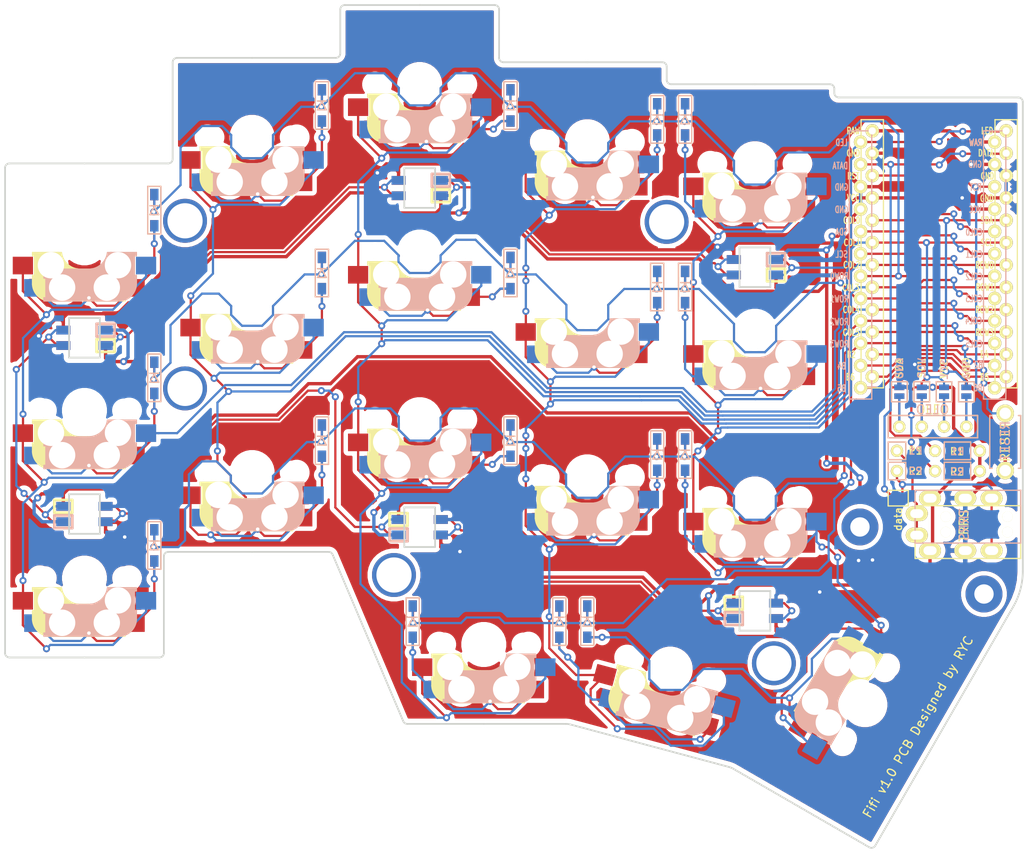
<source format=kicad_pcb>
(kicad_pcb (version 20171130) (host pcbnew "(5.1.4-0-10_14)")
  (layers (0 F.Cu signal) (31 B.Cu signal) (34 B.Paste user) (35 F.Paste user) (36 B.SilkS user hide) (37 F.SilkS user) (38 B.Mask user) (39 F.Mask user) (44 Edge.Cuts user))
  (net 0 "")
  (net 1 "Net-(D1-Pad2)")
  (net 2 row0)
  (net 3 "Net-(D2-Pad2)")
  (net 4 "Net-(D3-Pad2)")
  (net 5 "Net-(D4-Pad2)")
  (net 6 "Net-(D5-Pad2)")
  (net 7 "Net-(D6-Pad2)")
  (net 8 row1)
  (net 9 "Net-(D7-Pad2)")
  (net 10 "Net-(D8-Pad2)")
  (net 11 "Net-(D9-Pad2)")
  (net 12 "Net-(D10-Pad2)")
  (net 13 "Net-(D11-Pad2)")
  (net 14 row2)
  (net 15 "Net-(D12-Pad2)")
  (net 16 "Net-(D13-Pad2)")
  (net 17 "Net-(D14-Pad2)")
  (net 18 "Net-(D15-Pad2)")
  (net 19 "Net-(D16-Pad2)")
  (net 20 row3)
  (net 21 "Net-(D17-Pad2)")
  (net 22 "Net-(D18-Pad2)")
  (net 23 "Net-(J1-PadA)")
  (net 24 VCC)
  (net 25 GND)
  (net 26 "Net-(J1-PadB)")
  (net 27 "Net-(J2-Pad4)")
  (net 28 "Net-(J2-Pad3)")
  (net 29 "Net-(J2-Pad2)")
  (net 30 "Net-(J2-Pad1)")
  (net 31 SCL)
  (net 32 SDA)
  (net 33 data)
  (net 34 "Net-(L19-Pad3)")
  (net 35 "Net-(L19-Pad1)")
  (net 36 "Net-(L20-Pad3)")
  (net 37 LED)
  (net 38 "Net-(L22-Pad1)")
  (net 39 "Net-(L23-Pad1)")
  (net 40 reset)
  (net 41 col0)
  (net 42 col1)
  (net 43 col2)
  (net 44 col3)
  (net 45 col4)
  (net 46 "Net-(U1-Pad24)")
  (net 47 "Net-(U1-Pad20)")
  (net 48 "Net-(U1-Pad14)")
  (net 49 "Net-(U1-Pad13)")
  (net 50 "Net-(U1-Pad12)")
  (net 51 "Net-(U1-Pad11)")
  (net 52 "Net-(L24-Pad1)")
  (module kbd:M2_Hole_TH (layer F.Cu) (at 50.038 31.242)
    (fp_text reference "" hide)
    (fp_text value M2_Hole_TH hide)
    (pad "" thru_hole circle (at 0 0) (size 4.2 4.2) (drill 2.2) (layers *.Cu *.Mask))
  )
  (module kbd:M2_Hole_TH (layer F.Cu) (at 64.135 38.862)
    (fp_text reference "" hide)
    (fp_text value M2_Hole_TH hide)
    (pad "" thru_hole circle (at 0 0) (size 4.2 4.2) (drill 2.2) (layers *.Cu *.Mask))
  )
  (module kbd:M2_Hole_TH_Outside (layer F.Cu) (at 28.067 -3.429)
    (fp_text reference "" hide)
    (fp_text value M2_Hole_TH_Outside hide)
    (pad "" thru_hole circle (at 0 0) (size 5 5) (drill 4) (layers *.Cu *.Mask))
  )
  (module kbd:M2_Hole_TH_Outside (layer F.Cu) (at 40.259 46.736)
    (fp_text reference "" hide)
    (fp_text value M2_Hole_TH_Outside hide)
    (pad "" thru_hole circle (at 0 0) (size 5 5) (drill 4) (layers *.Cu *.Mask))
  )
  (module kbd:M2_Hole_TH_Outside (layer F.Cu) (at -2.921 36.703)
    (fp_text reference "" hide)
    (fp_text value M2_Hole_TH_Outside hide)
    (pad "" thru_hole circle (at 0 0) (size 5 5) (drill 4) (layers *.Cu *.Mask))
  )
  (module kbd:M2_Hole_TH_Outside (layer F.Cu) (at -26.67 15.494)
    (fp_text reference "" hide)
    (fp_text value M2_Hole_TH_Outside hide)
    (pad "" thru_hole circle (at 0 0) (size 5 5) (drill 4) (layers *.Cu *.Mask))
  )
  (module kbd:CherryMX_MidHeight_Hotswap (layer F.Cu) (at -19.05 25.06 180)
    (fp_text reference SW12 hide)
    (fp_text value SW_PUSH hide)
    (pad 1 smd rect (at -7 -2.58) (size 2.3 2) (layers B.Cu B.Paste B.Mask) (net 42 col1))
    (pad 1 smd rect (at 7 -2.58) (size 2.3 2) (layers F.Cu F.Paste F.Mask) (net 42 col1))
    (pad 2 smd rect (at -5.7 -5.12) (size 2.3 2) (layers F.Cu F.Paste F.Mask) (net 15 "Net-(D12-Pad2)"))
    (pad "" np_thru_hole circle (at -3.81 -2.54) (size 3 3) (drill 3) (layers *.Cu *.Mask))
    (pad "" np_thru_hole circle (at -2.54 -5.08) (size 3 3) (drill 3) (layers *.Cu *.Mask))
    (pad "" np_thru_hole circle (at 3.81 -2.540001) (size 3 3) (drill 3) (layers *.Cu *.Mask))
    (pad "" np_thru_hole circle (at 2.54 -5.08) (size 3 3) (drill 3) (layers *.Cu *.Mask))
    (pad "" np_thru_hole circle (at 0 0 270) (size 4.1 4.1) (drill 4.1) (layers *.Cu *.Mask))
    (pad "" np_thru_hole circle (at 5.08 0 180) (size 1.9 1.9) (drill 1.9) (layers *.Cu *.Mask))
    (pad "" np_thru_hole circle (at -5.08 0 180) (size 1.9 1.9) (drill 1.9) (layers *.Cu *.Mask))
    (pad 2 smd rect (at 5.7 -5.12) (size 2.3 2) (layers B.Cu B.Paste B.Mask) (net 15 "Net-(D12-Pad2)"))
    (pad "" np_thru_hole circle (at -4.5 0 180) (size 1.7 1.7) (drill 1.7) (layers *.Cu *.Mask))
    (pad "" np_thru_hole circle (at 4.5 0 180) (size 1.7 1.7) (drill 1.7) (layers *.Cu *.Mask))
  )
  (module kbd:M2_Hole_TH_Outside (layer F.Cu) (at -26.67 -3.556)
    (fp_text reference "" hide)
    (fp_text value M2_Hole_TH_Outside hide)
    (pad "" thru_hole circle (at 0 0) (size 5 5) (drill 4) (layers *.Cu *.Mask))
  )
  (module kbd:CherryMX_MidHeight_Hotswap (layer F.Cu) (at -38.1 18 180)
    (fp_text reference SW6 hide)
    (fp_text value SW_PUSH hide)
    (pad 1 smd rect (at -7 -2.58) (size 2.3 2) (layers B.Cu B.Paste B.Mask) (net 41 col0))
    (pad 1 smd rect (at 7 -2.58) (size 2.3 2) (layers F.Cu F.Paste F.Mask) (net 41 col0))
    (pad 2 smd rect (at -5.7 -5.12) (size 2.3 2) (layers F.Cu F.Paste F.Mask) (net 7 "Net-(D6-Pad2)"))
    (pad "" np_thru_hole circle (at -3.81 -2.54) (size 3 3) (drill 3) (layers *.Cu *.Mask))
    (pad "" np_thru_hole circle (at -2.54 -5.08) (size 3 3) (drill 3) (layers *.Cu *.Mask))
    (pad "" np_thru_hole circle (at 3.81 -2.540001) (size 3 3) (drill 3) (layers *.Cu *.Mask))
    (pad "" np_thru_hole circle (at 2.54 -5.08) (size 3 3) (drill 3) (layers *.Cu *.Mask))
    (pad "" np_thru_hole circle (at 0 0 270) (size 4.1 4.1) (drill 4.1) (layers *.Cu *.Mask))
    (pad "" np_thru_hole circle (at 5.08 0 180) (size 1.9 1.9) (drill 1.9) (layers *.Cu *.Mask))
    (pad "" np_thru_hole circle (at -5.08 0 180) (size 1.9 1.9) (drill 1.9) (layers *.Cu *.Mask))
    (pad 2 smd rect (at 5.7 -5.12) (size 2.3 2) (layers B.Cu B.Paste B.Mask) (net 7 "Net-(D6-Pad2)"))
    (pad "" np_thru_hole circle (at -4.5 0 180) (size 1.7 1.7) (drill 1.7) (layers *.Cu *.Mask))
    (pad "" np_thru_hole circle (at 4.5 0 180) (size 1.7 1.7) (drill 1.7) (layers *.Cu *.Mask))
  )
  (module kbd:CherryMX_MidHeight_Hotswap (layer F.Cu) (at -38.1 -1.05 180)
    (fp_text reference SW1 hide)
    (fp_text value SW_PUSH hide)
    (pad 1 smd rect (at -7 -2.58) (size 2.3 2) (layers B.Cu B.Paste B.Mask) (net 41 col0))
    (pad 1 smd rect (at 7 -2.58) (size 2.3 2) (layers F.Cu F.Paste F.Mask) (net 41 col0))
    (pad 2 smd rect (at -5.7 -5.12) (size 2.3 2) (layers F.Cu F.Paste F.Mask) (net 1 "Net-(D1-Pad2)"))
    (pad "" np_thru_hole circle (at -3.81 -2.54) (size 3 3) (drill 3) (layers *.Cu *.Mask))
    (pad "" np_thru_hole circle (at -2.54 -5.08) (size 3 3) (drill 3) (layers *.Cu *.Mask))
    (pad "" np_thru_hole circle (at 3.81 -2.540001) (size 3 3) (drill 3) (layers *.Cu *.Mask))
    (pad "" np_thru_hole circle (at 2.54 -5.08) (size 3 3) (drill 3) (layers *.Cu *.Mask))
    (pad "" np_thru_hole circle (at 0 0 270) (size 4.1 4.1) (drill 4.1) (layers *.Cu *.Mask))
    (pad "" np_thru_hole circle (at 5.08 0 180) (size 1.9 1.9) (drill 1.9) (layers *.Cu *.Mask))
    (pad "" np_thru_hole circle (at -5.08 0 180) (size 1.9 1.9) (drill 1.9) (layers *.Cu *.Mask))
    (pad 2 smd rect (at 5.7 -5.12) (size 2.3 2) (layers B.Cu B.Paste B.Mask) (net 1 "Net-(D1-Pad2)"))
    (pad "" np_thru_hole circle (at -4.5 0 180) (size 1.7 1.7) (drill 1.7) (layers *.Cu *.Mask))
    (pad "" np_thru_hole circle (at 4.5 0 180) (size 1.7 1.7) (drill 1.7) (layers *.Cu *.Mask))
  )
  (module kbd:CherryMX_MidHeight_Hotswap (layer F.Cu) (at 0 0 180)
    (fp_text reference SW8 hide)
    (fp_text value SW_PUSH hide)
    (pad 1 smd rect (at -7 -2.58) (size 2.3 2) (layers B.Cu B.Paste B.Mask) (net 43 col2))
    (pad 1 smd rect (at 7 -2.58) (size 2.3 2) (layers F.Cu F.Paste F.Mask) (net 43 col2))
    (pad 2 smd rect (at -5.7 -5.12) (size 2.3 2) (layers F.Cu F.Paste F.Mask) (net 10 "Net-(D8-Pad2)"))
    (pad "" np_thru_hole circle (at -3.81 -2.54) (size 3 3) (drill 3) (layers *.Cu *.Mask))
    (pad "" np_thru_hole circle (at -2.54 -5.08) (size 3 3) (drill 3) (layers *.Cu *.Mask))
    (pad "" np_thru_hole circle (at 3.81 -2.540001) (size 3 3) (drill 3) (layers *.Cu *.Mask))
    (pad "" np_thru_hole circle (at 2.54 -5.08) (size 3 3) (drill 3) (layers *.Cu *.Mask))
    (pad "" np_thru_hole circle (at 0 0 270) (size 4.1 4.1) (drill 4.1) (layers *.Cu *.Mask))
    (pad "" np_thru_hole circle (at 5.08 0 180) (size 1.9 1.9) (drill 1.9) (layers *.Cu *.Mask))
    (pad "" np_thru_hole circle (at -5.08 0 180) (size 1.9 1.9) (drill 1.9) (layers *.Cu *.Mask))
    (pad 2 smd rect (at 5.7 -5.12) (size 2.3 2) (layers B.Cu B.Paste B.Mask) (net 10 "Net-(D8-Pad2)"))
    (pad "" np_thru_hole circle (at -4.5 0 180) (size 1.7 1.7) (drill 1.7) (layers *.Cu *.Mask))
    (pad "" np_thru_hole circle (at 4.5 0 180) (size 1.7 1.7) (drill 1.7) (layers *.Cu *.Mask))
  )
  (module kbd:CherryMX_MidHeight_Hotswap (layer F.Cu) (at -38.1 37.05 180)
    (fp_text reference SW11 hide)
    (fp_text value SW_PUSH hide)
    (pad 1 smd rect (at -7 -2.58) (size 2.3 2) (layers B.Cu B.Paste B.Mask) (net 41 col0))
    (pad 1 smd rect (at 7 -2.58) (size 2.3 2) (layers F.Cu F.Paste F.Mask) (net 41 col0))
    (pad 2 smd rect (at -5.7 -5.12) (size 2.3 2) (layers F.Cu F.Paste F.Mask) (net 13 "Net-(D11-Pad2)"))
    (pad "" np_thru_hole circle (at -3.81 -2.54) (size 3 3) (drill 3) (layers *.Cu *.Mask))
    (pad "" np_thru_hole circle (at -2.54 -5.08) (size 3 3) (drill 3) (layers *.Cu *.Mask))
    (pad "" np_thru_hole circle (at 3.81 -2.540001) (size 3 3) (drill 3) (layers *.Cu *.Mask))
    (pad "" np_thru_hole circle (at 2.54 -5.08) (size 3 3) (drill 3) (layers *.Cu *.Mask))
    (pad "" np_thru_hole circle (at 0 0 270) (size 4.1 4.1) (drill 4.1) (layers *.Cu *.Mask))
    (pad "" np_thru_hole circle (at 5.08 0 180) (size 1.9 1.9) (drill 1.9) (layers *.Cu *.Mask))
    (pad "" np_thru_hole circle (at -5.08 0 180) (size 1.9 1.9) (drill 1.9) (layers *.Cu *.Mask))
    (pad 2 smd rect (at 5.7 -5.12) (size 2.3 2) (layers B.Cu B.Paste B.Mask) (net 13 "Net-(D11-Pad2)"))
    (pad "" np_thru_hole circle (at -4.5 0 180) (size 1.7 1.7) (drill 1.7) (layers *.Cu *.Mask))
    (pad "" np_thru_hole circle (at 4.5 0 180) (size 1.7 1.7) (drill 1.7) (layers *.Cu *.Mask))
  )
  (module kbd:CherryMX_MidHeight_Hotswap (layer F.Cu) (at 28.477 47.39 165)
    (fp_text reference SW17 hide)
    (fp_text value SW_PUSH hide)
    (pad 1 smd rect (at -7 -2.58 345) (size 2.3 2) (layers B.Cu B.Paste B.Mask) (net 44 col3))
    (pad 1 smd rect (at 7 -2.58 345) (size 2.3 2) (layers F.Cu F.Paste F.Mask) (net 44 col3))
    (pad 2 smd rect (at -5.7 -5.12 345) (size 2.3 2) (layers F.Cu F.Paste F.Mask) (net 21 "Net-(D17-Pad2)"))
    (pad "" np_thru_hole circle (at -3.81 -2.54 345) (size 3 3) (drill 3) (layers *.Cu *.Mask))
    (pad "" np_thru_hole circle (at -2.54 -5.08 345) (size 3 3) (drill 3) (layers *.Cu *.Mask))
    (pad "" np_thru_hole circle (at 3.81 -2.540001 345) (size 3 3) (drill 3) (layers *.Cu *.Mask))
    (pad "" np_thru_hole circle (at 2.54 -5.08 345) (size 3 3) (drill 3) (layers *.Cu *.Mask))
    (pad "" np_thru_hole circle (at 0 0 255) (size 4.1 4.1) (drill 4.1) (layers *.Cu *.Mask))
    (pad "" np_thru_hole circle (at 5.08 0 165) (size 1.9 1.9) (drill 1.9) (layers *.Cu *.Mask))
    (pad "" np_thru_hole circle (at -5.08 0 165) (size 1.9 1.9) (drill 1.9) (layers *.Cu *.Mask))
    (pad 2 smd rect (at 5.7 -5.12 345) (size 2.3 2) (layers B.Cu B.Paste B.Mask) (net 21 "Net-(D17-Pad2)"))
    (pad "" np_thru_hole circle (at -4.5 0 165) (size 1.7 1.7) (drill 1.7) (layers *.Cu *.Mask))
    (pad "" np_thru_hole circle (at 4.5 0 165) (size 1.7 1.7) (drill 1.7) (layers *.Cu *.Mask))
  )
  (module kbd:SK6812MINI_rev (layer F.Cu) (at 38.1 40.778 180)
    (fp_text reference L24 hide)
    (fp_text value SK6812MINI hide)
    (pad 2 smd rect (at -2.4 0.875 180) (size 1.6 1) (layers B.Cu B.Paste B.Mask) (net 25 GND))
    (pad 1 smd rect (at -2.4 -0.875 180) (size 1.6 1) (layers B.Cu B.Paste B.Mask) (net 52 "Net-(L24-Pad1)"))
    (pad 4 smd rect (at 2.4 -0.875 180) (size 1.6 1) (layers B.Cu B.Paste B.Mask) (net 24 VCC))
    (pad 3 smd rect (at 2.4 0.875 180) (size 1.6 1) (layers B.Cu B.Paste B.Mask) (net 39 "Net-(L23-Pad1)"))
    (pad 2 smd rect (at -2.4 -0.875 180) (size 1.6 1) (layers F.Cu F.Paste F.Mask) (net 25 GND))
    (pad 1 smd rect (at -2.4 0.875 180) (size 1.6 1) (layers F.Cu F.Paste F.Mask) (net 52 "Net-(L24-Pad1)"))
    (pad 3 smd rect (at 2.4 -0.875 180) (size 1.6 1) (layers F.Cu F.Paste F.Mask) (net 39 "Net-(L23-Pad1)"))
    (pad 4 smd rect (at 2.4 0.875 180) (size 1.6 1) (layers F.Cu F.Paste F.Mask) (net 24 VCC))
  )
  (module kbd:SK6812MINI_rev (layer F.Cu) (at 0 31.27 180)
    (fp_text reference L23 hide)
    (fp_text value SK6812MINI hide)
    (pad 2 smd rect (at -2.4 0.875 180) (size 1.6 1) (layers B.Cu B.Paste B.Mask) (net 25 GND))
    (pad 1 smd rect (at -2.4 -0.875 180) (size 1.6 1) (layers B.Cu B.Paste B.Mask) (net 39 "Net-(L23-Pad1)"))
    (pad 4 smd rect (at 2.4 -0.875 180) (size 1.6 1) (layers B.Cu B.Paste B.Mask) (net 24 VCC))
    (pad 3 smd rect (at 2.4 0.875 180) (size 1.6 1) (layers B.Cu B.Paste B.Mask) (net 38 "Net-(L22-Pad1)"))
    (pad 2 smd rect (at -2.4 -0.875 180) (size 1.6 1) (layers F.Cu F.Paste F.Mask) (net 25 GND))
    (pad 1 smd rect (at -2.4 0.875 180) (size 1.6 1) (layers F.Cu F.Paste F.Mask) (net 39 "Net-(L23-Pad1)"))
    (pad 3 smd rect (at 2.4 -0.875 180) (size 1.6 1) (layers F.Cu F.Paste F.Mask) (net 38 "Net-(L22-Pad1)"))
    (pad 4 smd rect (at 2.4 0.875 180) (size 1.6 1) (layers F.Cu F.Paste F.Mask) (net 24 VCC))
  )
  (module kbd:SK6812MINI_rev (layer F.Cu) (at -38.1 29.772 180)
    (fp_text reference L22 hide)
    (fp_text value SK6812MINI hide)
    (pad 2 smd rect (at -2.4 0.875 180) (size 1.6 1) (layers B.Cu B.Paste B.Mask) (net 25 GND))
    (pad 1 smd rect (at -2.4 -0.875 180) (size 1.6 1) (layers B.Cu B.Paste B.Mask) (net 38 "Net-(L22-Pad1)"))
    (pad 4 smd rect (at 2.4 -0.875 180) (size 1.6 1) (layers B.Cu B.Paste B.Mask) (net 24 VCC))
    (pad 3 smd rect (at 2.4 0.875 180) (size 1.6 1) (layers B.Cu B.Paste B.Mask) (net 35 "Net-(L19-Pad1)"))
    (pad 2 smd rect (at -2.4 -0.875 180) (size 1.6 1) (layers F.Cu F.Paste F.Mask) (net 25 GND))
    (pad 1 smd rect (at -2.4 0.875 180) (size 1.6 1) (layers F.Cu F.Paste F.Mask) (net 38 "Net-(L22-Pad1)"))
    (pad 3 smd rect (at 2.4 -0.875 180) (size 1.6 1) (layers F.Cu F.Paste F.Mask) (net 35 "Net-(L19-Pad1)"))
    (pad 4 smd rect (at 2.4 0.875 180) (size 1.6 1) (layers F.Cu F.Paste F.Mask) (net 24 VCC))
  )
  (module kbd:SK6812MINI_rev (layer F.Cu) (at 38.1 1.722)
    (fp_text reference L21 hide)
    (fp_text value SK6812MINI hide)
    (pad 2 smd rect (at -2.4 0.875) (size 1.6 1) (layers B.Cu B.Paste B.Mask) (net 25 GND))
    (pad 1 smd rect (at -2.4 -0.875) (size 1.6 1) (layers B.Cu B.Paste B.Mask) (net 36 "Net-(L20-Pad3)"))
    (pad 4 smd rect (at 2.4 -0.875) (size 1.6 1) (layers B.Cu B.Paste B.Mask) (net 24 VCC))
    (pad 3 smd rect (at 2.4 0.875) (size 1.6 1) (layers B.Cu B.Paste B.Mask) (net 37 LED))
    (pad 2 smd rect (at -2.4 -0.875) (size 1.6 1) (layers F.Cu F.Paste F.Mask) (net 25 GND))
    (pad 1 smd rect (at -2.4 0.875) (size 1.6 1) (layers F.Cu F.Paste F.Mask) (net 36 "Net-(L20-Pad3)"))
    (pad 3 smd rect (at 2.4 -0.875) (size 1.6 1) (layers F.Cu F.Paste F.Mask) (net 37 LED))
    (pad 4 smd rect (at 2.4 0.875) (size 1.6 1) (layers F.Cu F.Paste F.Mask) (net 24 VCC))
  )
  (module kbd:SK6812MINI_rev (layer F.Cu) (at 0 -7.278)
    (fp_text reference L20 hide)
    (fp_text value SK6812MINI hide)
    (pad 2 smd rect (at -2.4 0.875) (size 1.6 1) (layers B.Cu B.Paste B.Mask) (net 25 GND))
    (pad 1 smd rect (at -2.4 -0.875) (size 1.6 1) (layers B.Cu B.Paste B.Mask) (net 34 "Net-(L19-Pad3)"))
    (pad 4 smd rect (at 2.4 -0.875) (size 1.6 1) (layers B.Cu B.Paste B.Mask) (net 24 VCC))
    (pad 3 smd rect (at 2.4 0.875) (size 1.6 1) (layers B.Cu B.Paste B.Mask) (net 36 "Net-(L20-Pad3)"))
    (pad 2 smd rect (at -2.4 -0.875) (size 1.6 1) (layers F.Cu F.Paste F.Mask) (net 25 GND))
    (pad 1 smd rect (at -2.4 0.875) (size 1.6 1) (layers F.Cu F.Paste F.Mask) (net 34 "Net-(L19-Pad3)"))
    (pad 3 smd rect (at 2.4 -0.875) (size 1.6 1) (layers F.Cu F.Paste F.Mask) (net 36 "Net-(L20-Pad3)"))
    (pad 4 smd rect (at 2.4 0.875) (size 1.6 1) (layers F.Cu F.Paste F.Mask) (net 24 VCC))
  )
  (module kbd:SK6812MINI_rev (layer F.Cu) (at -38.1 9.746)
    (fp_text reference L19 hide)
    (fp_text value SK6812MINI hide)
    (pad 2 smd rect (at -2.4 0.875) (size 1.6 1) (layers B.Cu B.Paste B.Mask) (net 25 GND))
    (pad 1 smd rect (at -2.4 -0.875) (size 1.6 1) (layers B.Cu B.Paste B.Mask) (net 35 "Net-(L19-Pad1)"))
    (pad 4 smd rect (at 2.4 -0.875) (size 1.6 1) (layers B.Cu B.Paste B.Mask) (net 24 VCC))
    (pad 3 smd rect (at 2.4 0.875) (size 1.6 1) (layers B.Cu B.Paste B.Mask) (net 34 "Net-(L19-Pad3)"))
    (pad 2 smd rect (at -2.4 -0.875) (size 1.6 1) (layers F.Cu F.Paste F.Mask) (net 25 GND))
    (pad 1 smd rect (at -2.4 0.875) (size 1.6 1) (layers F.Cu F.Paste F.Mask) (net 35 "Net-(L19-Pad1)"))
    (pad 3 smd rect (at 2.4 -0.875) (size 1.6 1) (layers F.Cu F.Paste F.Mask) (net 34 "Net-(L19-Pad3)"))
    (pad 4 smd rect (at 2.4 0.875) (size 1.6 1) (layers F.Cu F.Paste F.Mask) (net 24 VCC))
  )
  (module kbd:CherryMX_MidHeight_Hotswap (layer F.Cu) (at 0 -19.05 180)
    (fp_text reference SW3 hide)
    (fp_text value SW_PUSH hide)
    (pad 1 smd rect (at -7 -2.58) (size 2.3 2) (layers B.Cu B.Paste B.Mask) (net 43 col2))
    (pad 1 smd rect (at 7 -2.58) (size 2.3 2) (layers F.Cu F.Paste F.Mask) (net 43 col2))
    (pad 2 smd rect (at -5.7 -5.12) (size 2.3 2) (layers F.Cu F.Paste F.Mask) (net 4 "Net-(D3-Pad2)"))
    (pad "" np_thru_hole circle (at -3.81 -2.54) (size 3 3) (drill 3) (layers *.Cu *.Mask))
    (pad "" np_thru_hole circle (at -2.54 -5.08) (size 3 3) (drill 3) (layers *.Cu *.Mask))
    (pad "" np_thru_hole circle (at 3.81 -2.540001) (size 3 3) (drill 3) (layers *.Cu *.Mask))
    (pad "" np_thru_hole circle (at 2.54 -5.08) (size 3 3) (drill 3) (layers *.Cu *.Mask))
    (pad "" np_thru_hole circle (at 0 0 270) (size 4.1 4.1) (drill 4.1) (layers *.Cu *.Mask))
    (pad "" np_thru_hole circle (at 5.08 0 180) (size 1.9 1.9) (drill 1.9) (layers *.Cu *.Mask))
    (pad "" np_thru_hole circle (at -5.08 0 180) (size 1.9 1.9) (drill 1.9) (layers *.Cu *.Mask))
    (pad 2 smd rect (at 5.7 -5.12) (size 2.3 2) (layers B.Cu B.Paste B.Mask) (net 4 "Net-(D3-Pad2)"))
    (pad "" np_thru_hole circle (at -4.5 0 180) (size 1.7 1.7) (drill 1.7) (layers *.Cu *.Mask))
    (pad "" np_thru_hole circle (at 4.5 0 180) (size 1.7 1.7) (drill 1.7) (layers *.Cu *.Mask))
  )
  (module kbd:D3_SMD (layer F.Cu) (at 19.05 42.00525 270)
    (fp_text reference D18 hide)
    (fp_text value D hide)
    (pad 2 smd rect (at 1.775 0 270) (size 1.3 0.95) (layers F.Cu F.Paste F.Mask) (net 22 "Net-(D18-Pad2)"))
    (pad 1 smd rect (at -1.775 0 270) (size 1.3 0.95) (layers B.Cu B.Paste B.Mask) (net 20 row3))
    (pad 2 smd rect (at 1.775 0 270) (size 1.3 0.95) (layers B.Cu B.Paste B.Mask) (net 22 "Net-(D18-Pad2)"))
    (pad 1 smd rect (at -1.775 0 270) (size 1.3 0.95) (layers F.Cu F.Paste F.Mask) (net 20 row3))
  )
  (module kbd:D3_SMD (layer F.Cu) (at 15.875 42.00525 270)
    (fp_text reference D17 hide)
    (fp_text value D hide)
    (pad 2 smd rect (at 1.775 0 270) (size 1.3 0.95) (layers F.Cu F.Paste F.Mask) (net 21 "Net-(D17-Pad2)"))
    (pad 1 smd rect (at -1.775 0 270) (size 1.3 0.95) (layers B.Cu B.Paste B.Mask) (net 20 row3))
    (pad 2 smd rect (at 1.775 0 270) (size 1.3 0.95) (layers B.Cu B.Paste B.Mask) (net 21 "Net-(D17-Pad2)"))
    (pad 1 smd rect (at -1.775 0 270) (size 1.3 0.95) (layers F.Cu F.Paste F.Mask) (net 20 row3))
  )
  (module kbd:D3_SMD (layer F.Cu) (at -0.79375 42.00525 270)
    (fp_text reference D16 hide)
    (fp_text value D hide)
    (pad 2 smd rect (at 1.775 0 270) (size 1.3 0.95) (layers F.Cu F.Paste F.Mask) (net 19 "Net-(D16-Pad2)"))
    (pad 1 smd rect (at -1.775 0 270) (size 1.3 0.95) (layers B.Cu B.Paste B.Mask) (net 20 row3))
    (pad 2 smd rect (at 1.775 0 270) (size 1.3 0.95) (layers B.Cu B.Paste B.Mask) (net 19 "Net-(D16-Pad2)"))
    (pad 1 smd rect (at -1.775 0 270) (size 1.3 0.95) (layers F.Cu F.Paste F.Mask) (net 20 row3))
  )
  (module kbd:D3_SMD (layer F.Cu) (at 30.1625 23.01875 270)
    (fp_text reference D15 hide)
    (fp_text value D hide)
    (pad 2 smd rect (at 1.775 0 270) (size 1.3 0.95) (layers F.Cu F.Paste F.Mask) (net 18 "Net-(D15-Pad2)"))
    (pad 1 smd rect (at -1.775 0 270) (size 1.3 0.95) (layers B.Cu B.Paste B.Mask) (net 14 row2))
    (pad 2 smd rect (at 1.775 0 270) (size 1.3 0.95) (layers B.Cu B.Paste B.Mask) (net 18 "Net-(D15-Pad2)"))
    (pad 1 smd rect (at -1.775 0 270) (size 1.3 0.95) (layers F.Cu F.Paste F.Mask) (net 14 row2))
  )
  (module kbd:D3_SMD (layer F.Cu) (at 26.9875 23.01875 270)
    (fp_text reference D14 hide)
    (fp_text value D hide)
    (pad 2 smd rect (at 1.775 0 270) (size 1.3 0.95) (layers F.Cu F.Paste F.Mask) (net 17 "Net-(D14-Pad2)"))
    (pad 1 smd rect (at -1.775 0 270) (size 1.3 0.95) (layers B.Cu B.Paste B.Mask) (net 14 row2))
    (pad 2 smd rect (at 1.775 0 270) (size 1.3 0.95) (layers B.Cu B.Paste B.Mask) (net 17 "Net-(D14-Pad2)"))
    (pad 1 smd rect (at -1.775 0 270) (size 1.3 0.95) (layers F.Cu F.Paste F.Mask) (net 14 row2))
  )
  (module kbd:D3_SMD (layer F.Cu) (at 10.31875 21.43125 270)
    (fp_text reference D13 hide)
    (fp_text value D hide)
    (pad 2 smd rect (at 1.775 0 270) (size 1.3 0.95) (layers F.Cu F.Paste F.Mask) (net 16 "Net-(D13-Pad2)"))
    (pad 1 smd rect (at -1.775 0 270) (size 1.3 0.95) (layers B.Cu B.Paste B.Mask) (net 14 row2))
    (pad 2 smd rect (at 1.775 0 270) (size 1.3 0.95) (layers B.Cu B.Paste B.Mask) (net 16 "Net-(D13-Pad2)"))
    (pad 1 smd rect (at -1.775 0 270) (size 1.3 0.95) (layers F.Cu F.Paste F.Mask) (net 14 row2))
  )
  (module kbd:D3_SMD (layer F.Cu) (at -11.1125 21.43125 270)
    (fp_text reference D12 hide)
    (fp_text value D hide)
    (pad 2 smd rect (at 1.775 0 270) (size 1.3 0.95) (layers F.Cu F.Paste F.Mask) (net 15 "Net-(D12-Pad2)"))
    (pad 1 smd rect (at -1.775 0 270) (size 1.3 0.95) (layers B.Cu B.Paste B.Mask) (net 14 row2))
    (pad 2 smd rect (at 1.775 0 270) (size 1.3 0.95) (layers B.Cu B.Paste B.Mask) (net 15 "Net-(D12-Pad2)"))
    (pad 1 smd rect (at -1.775 0 270) (size 1.3 0.95) (layers F.Cu F.Paste F.Mask) (net 14 row2))
  )
  (module kbd:D3_SMD (layer F.Cu) (at -30.1625 33.3375 270)
    (fp_text reference D11 hide)
    (fp_text value D hide)
    (pad 2 smd rect (at 1.775 0 270) (size 1.3 0.95) (layers F.Cu F.Paste F.Mask) (net 13 "Net-(D11-Pad2)"))
    (pad 1 smd rect (at -1.775 0 270) (size 1.3 0.95) (layers B.Cu B.Paste B.Mask) (net 14 row2))
    (pad 2 smd rect (at 1.775 0 270) (size 1.3 0.95) (layers B.Cu B.Paste B.Mask) (net 13 "Net-(D11-Pad2)"))
    (pad 1 smd rect (at -1.775 0 270) (size 1.3 0.95) (layers F.Cu F.Paste F.Mask) (net 14 row2))
  )
  (module kbd:D3_SMD (layer F.Cu) (at 30.1625 3.96875 270)
    (fp_text reference D10 hide)
    (fp_text value D hide)
    (pad 2 smd rect (at 1.775 0 270) (size 1.3 0.95) (layers F.Cu F.Paste F.Mask) (net 12 "Net-(D10-Pad2)"))
    (pad 1 smd rect (at -1.775 0 270) (size 1.3 0.95) (layers B.Cu B.Paste B.Mask) (net 8 row1))
    (pad 2 smd rect (at 1.775 0 270) (size 1.3 0.95) (layers B.Cu B.Paste B.Mask) (net 12 "Net-(D10-Pad2)"))
    (pad 1 smd rect (at -1.775 0 270) (size 1.3 0.95) (layers F.Cu F.Paste F.Mask) (net 8 row1))
  )
  (module kbd:D3_SMD (layer F.Cu) (at 26.9875 3.96875 270)
    (fp_text reference D9 hide)
    (fp_text value D hide)
    (pad 2 smd rect (at 1.775 0 270) (size 1.3 0.95) (layers F.Cu F.Paste F.Mask) (net 11 "Net-(D9-Pad2)"))
    (pad 1 smd rect (at -1.775 0 270) (size 1.3 0.95) (layers B.Cu B.Paste B.Mask) (net 8 row1))
    (pad 2 smd rect (at 1.775 0 270) (size 1.3 0.95) (layers B.Cu B.Paste B.Mask) (net 11 "Net-(D9-Pad2)"))
    (pad 1 smd rect (at -1.775 0 270) (size 1.3 0.95) (layers F.Cu F.Paste F.Mask) (net 8 row1))
  )
  (module kbd:D3_SMD (layer F.Cu) (at 10.31875 2.38125 270)
    (fp_text reference D8 hide)
    (fp_text value D hide)
    (pad 2 smd rect (at 1.775 0 270) (size 1.3 0.95) (layers F.Cu F.Paste F.Mask) (net 10 "Net-(D8-Pad2)"))
    (pad 1 smd rect (at -1.775 0 270) (size 1.3 0.95) (layers B.Cu B.Paste B.Mask) (net 8 row1))
    (pad 2 smd rect (at 1.775 0 270) (size 1.3 0.95) (layers B.Cu B.Paste B.Mask) (net 10 "Net-(D8-Pad2)"))
    (pad 1 smd rect (at -1.775 0 270) (size 1.3 0.95) (layers F.Cu F.Paste F.Mask) (net 8 row1))
  )
  (module kbd:D3_SMD (layer F.Cu) (at -11.1125 2.38125 270)
    (fp_text reference D7 hide)
    (fp_text value D hide)
    (pad 2 smd rect (at 1.775 0 270) (size 1.3 0.95) (layers F.Cu F.Paste F.Mask) (net 9 "Net-(D7-Pad2)"))
    (pad 1 smd rect (at -1.775 0 270) (size 1.3 0.95) (layers B.Cu B.Paste B.Mask) (net 8 row1))
    (pad 2 smd rect (at 1.775 0 270) (size 1.3 0.95) (layers B.Cu B.Paste B.Mask) (net 9 "Net-(D7-Pad2)"))
    (pad 1 smd rect (at -1.775 0 270) (size 1.3 0.95) (layers F.Cu F.Paste F.Mask) (net 8 row1))
  )
  (module kbd:D3_SMD (layer F.Cu) (at -30.1625 14.2875 270)
    (fp_text reference D6 hide)
    (fp_text value D hide)
    (pad 2 smd rect (at 1.775 0 270) (size 1.3 0.95) (layers F.Cu F.Paste F.Mask) (net 7 "Net-(D6-Pad2)"))
    (pad 1 smd rect (at -1.775 0 270) (size 1.3 0.95) (layers B.Cu B.Paste B.Mask) (net 8 row1))
    (pad 2 smd rect (at 1.775 0 270) (size 1.3 0.95) (layers B.Cu B.Paste B.Mask) (net 7 "Net-(D6-Pad2)"))
    (pad 1 smd rect (at -1.775 0 270) (size 1.3 0.95) (layers F.Cu F.Paste F.Mask) (net 8 row1))
  )
  (module kbd:D3_SMD (layer F.Cu) (at 30.1625 -15.08125 270)
    (fp_text reference D5 hide)
    (fp_text value D hide)
    (pad 2 smd rect (at 1.775 0 270) (size 1.3 0.95) (layers F.Cu F.Paste F.Mask) (net 6 "Net-(D5-Pad2)"))
    (pad 1 smd rect (at -1.775 0 270) (size 1.3 0.95) (layers B.Cu B.Paste B.Mask) (net 2 row0))
    (pad 2 smd rect (at 1.775 0 270) (size 1.3 0.95) (layers B.Cu B.Paste B.Mask) (net 6 "Net-(D5-Pad2)"))
    (pad 1 smd rect (at -1.775 0 270) (size 1.3 0.95) (layers F.Cu F.Paste F.Mask) (net 2 row0))
  )
  (module kbd:D3_SMD (layer F.Cu) (at 26.9875 -15.08125 270)
    (fp_text reference D4 hide)
    (fp_text value D hide)
    (pad 2 smd rect (at 1.775 0 270) (size 1.3 0.95) (layers F.Cu F.Paste F.Mask) (net 5 "Net-(D4-Pad2)"))
    (pad 1 smd rect (at -1.775 0 270) (size 1.3 0.95) (layers B.Cu B.Paste B.Mask) (net 2 row0))
    (pad 2 smd rect (at 1.775 0 270) (size 1.3 0.95) (layers B.Cu B.Paste B.Mask) (net 5 "Net-(D4-Pad2)"))
    (pad 1 smd rect (at -1.775 0 270) (size 1.3 0.95) (layers F.Cu F.Paste F.Mask) (net 2 row0))
  )
  (module kbd:D3_SMD (layer F.Cu) (at 10.31875 -16.66875 270)
    (fp_text reference D3 hide)
    (fp_text value D hide)
    (pad 2 smd rect (at 1.775 0 270) (size 1.3 0.95) (layers F.Cu F.Paste F.Mask) (net 4 "Net-(D3-Pad2)"))
    (pad 1 smd rect (at -1.775 0 270) (size 1.3 0.95) (layers B.Cu B.Paste B.Mask) (net 2 row0))
    (pad 2 smd rect (at 1.775 0 270) (size 1.3 0.95) (layers B.Cu B.Paste B.Mask) (net 4 "Net-(D3-Pad2)"))
    (pad 1 smd rect (at -1.775 0 270) (size 1.3 0.95) (layers F.Cu F.Paste F.Mask) (net 2 row0))
  )
  (module kbd:D3_SMD (layer F.Cu) (at -11.1125 -16.66875 270)
    (fp_text reference D2 hide)
    (fp_text value D hide)
    (pad 2 smd rect (at 1.775 0 270) (size 1.3 0.95) (layers F.Cu F.Paste F.Mask) (net 3 "Net-(D2-Pad2)"))
    (pad 1 smd rect (at -1.775 0 270) (size 1.3 0.95) (layers B.Cu B.Paste B.Mask) (net 2 row0))
    (pad 2 smd rect (at 1.775 0 270) (size 1.3 0.95) (layers B.Cu B.Paste B.Mask) (net 3 "Net-(D2-Pad2)"))
    (pad 1 smd rect (at -1.775 0 270) (size 1.3 0.95) (layers F.Cu F.Paste F.Mask) (net 2 row0))
  )
  (module kbd:D3_SMD (layer F.Cu) (at -30.1625 -4.7625 270)
    (fp_text reference D1 hide)
    (fp_text value D hide)
    (pad 2 smd rect (at 1.775 0 270) (size 1.3 0.95) (layers F.Cu F.Paste F.Mask) (net 1 "Net-(D1-Pad2)"))
    (pad 1 smd rect (at -1.775 0 270) (size 1.3 0.95) (layers B.Cu B.Paste B.Mask) (net 2 row0))
    (pad 2 smd rect (at 1.775 0 270) (size 1.3 0.95) (layers B.Cu B.Paste B.Mask) (net 1 "Net-(D1-Pad2)"))
    (pad 1 smd rect (at -1.775 0 270) (size 1.3 0.95) (layers F.Cu F.Paste F.Mask) (net 2 row0))
  )
  (module kbd:ProMicro_v2 (layer F.Cu) (at 59 0.7)
    (fp_text reference U1 hide)
    (fp_text value ProMicro hide)
    (fp_text user RAW (at 4.191 -13.1445) (layer B.SilkS) (effects (font (size 0.75 0.5) (thickness 0.125)) (justify mirror)))
    (fp_text user RAW (at 4.191 -13.1445) (layer B.SilkS) (effects (font (size 0.75 0.5) (thickness 0.125)) (justify mirror)))
    (fp_text user LED (at -11.049 -13.1445) (layer B.SilkS) (effects (font (size 0.75 0.5) (thickness 0.125)) (justify mirror)))
    (fp_text user GND (at 4.1275 -10.668) (layer B.SilkS) (effects (font (size 0.75 0.5) (thickness 0.125)) (justify mirror)))
    (fp_text user DATA (at -11.2 -10.5) (layer B.SilkS) (effects (font (size 0.75 0.5) (thickness 0.125)) (justify mirror)))
    (fp_text user RST (at 4.191 -8.0645) (layer B.SilkS) (effects (font (size 0.75 0.5) (thickness 0.125)) (justify mirror)))
    (fp_text user GND (at -11.049 -8.0645) (layer B.SilkS) (effects (font (size 0.75 0.5) (thickness 0.125)) (justify mirror)))
    (fp_text user VCC (at 4.1275 -5.5245) (layer B.SilkS) (effects (font (size 0.75 0.5) (thickness 0.125)) (justify mirror)))
    (fp_text user GND (at -11.049 -5.5245) (layer B.SilkS) (effects (font (size 0.75 0.5) (thickness 0.125)) (justify mirror)))
    (fp_text user COL3 (at 4 4.6) (layer B.SilkS) (effects (font (size 0.75 0.5) (thickness 0.125)) (justify mirror)))
    (fp_text user ROW0 (at -11.3 2.032) (layer B.SilkS) (effects (font (size 0.75 0.5) (thickness 0.125)) (justify mirror)))
    (fp_text user COL2 (at 4 2.1) (layer B.SilkS) (effects (font (size 0.75 0.5) (thickness 0.125)) (justify mirror)))
    (fp_text user SCL (at -11.049 -0.4445) (layer B.SilkS) (effects (font (size 0.75 0.5) (thickness 0.125)) (justify mirror)))
    (fp_text user COL1 (at 4 -0.4445) (layer B.SilkS) (effects (font (size 0.75 0.5) (thickness 0.125)) (justify mirror)))
    (fp_text user SDA (at -11.049 -2.9845) (layer B.SilkS) (effects (font (size 0.75 0.5) (thickness 0.125)) (justify mirror)))
    (fp_text user COL0 (at 4 -2.95) (layer B.SilkS) (effects (font (size 0.75 0.5) (thickness 0.125)) (justify mirror)))
    (fp_text user B6 (at 4.445 14.732) (layer B.SilkS) (effects (font (size 0.75 0.5) (thickness 0.125)) (justify mirror)))
    (fp_text user B5 (at -11.049 14.7955) (layer B.SilkS) (effects (font (size 0.75 0.5) (thickness 0.125)) (justify mirror)))
    (fp_text user B4 (at -11.049 12.2555) (layer B.SilkS) (effects (font (size 0.75 0.5) (thickness 0.125)) (justify mirror)))
    (fp_text user B2 (at 4.5085 12.1285) (layer B.SilkS) (effects (font (size 0.75 0.5) (thickness 0.125)) (justify mirror)))
    (fp_text user ROW3 (at -11.3 9.75) (layer B.SilkS) (effects (font (size 0.75 0.5) (thickness 0.125)) (justify mirror)))
    (fp_text user COL5 (at 4 9.75) (layer B.SilkS) (effects (font (size 0.75 0.5) (thickness 0.125)) (justify mirror)))
    (fp_text user ROW2 (at -11.3 7.239) (layer B.SilkS) (effects (font (size 0.75 0.5) (thickness 0.125)) (justify mirror)))
    (fp_text user COL4 (at 3.95 7.112) (layer B.SilkS) (effects (font (size 0.75 0.5) (thickness 0.125)) (justify mirror)))
    (fp_text user ROW1 (at -11.3 4.6355) (layer B.SilkS) (effects (font (size 0.75 0.5) (thickness 0.125)) (justify mirror)))
    (fp_text user ROW1 (at 5.25 3.302) (layer F.SilkS) (effects (font (size 0.75 0.5) (thickness 0.125))))
    (fp_text user COL4 (at -9.95 5.85) (layer F.SilkS) (effects (font (size 0.75 0.5) (thickness 0.125))))
    (fp_text user ROW2 (at 5.2 5.85) (layer F.SilkS) (effects (font (size 0.75 0.5) (thickness 0.125))))
    (fp_text user COL5 (at -9.95 8.4455) (layer F.SilkS) (effects (font (size 0.75 0.5) (thickness 0.125))))
    (fp_text user ROW3 (at 5.2 8.4455) (layer F.SilkS) (effects (font (size 0.75 0.5) (thickness 0.125))))
    (fp_text user B2 (at -9.95 10.95) (layer F.SilkS) (effects (font (size 0.75 0.5) (thickness 0.125))))
    (fp_text user B4 (at 5.2 10.922) (layer F.SilkS) (effects (font (size 0.75 0.5) (thickness 0.125))))
    (fp_text user B5 (at 5.2 13.5255) (layer F.SilkS) (effects (font (size 0.75 0.5) (thickness 0.125))))
    (fp_text user B6 (at -10.05 13.5) (layer F.SilkS) (effects (font (size 0.75 0.5) (thickness 0.125))))
    (fp_text user COL0 (at -9.9 -4.3) (layer F.SilkS) (effects (font (size 0.75 0.5) (thickness 0.125))))
    (fp_text user SDA (at 5.461 -4.318) (layer F.SilkS) (effects (font (size 0.75 0.5) (thickness 0.125))))
    (fp_text user COL1 (at -9.85 -1.778) (layer F.SilkS) (effects (font (size 0.75 0.5) (thickness 0.125))))
    (fp_text user SCL (at 5.461 -1.778) (layer F.SilkS) (effects (font (size 0.75 0.5) (thickness 0.125))))
    (fp_text user COL2 (at -9.9 0.762) (layer F.SilkS) (effects (font (size 0.75 0.5) (thickness 0.125))))
    (fp_text user ROW0 (at 5.2 0.8) (layer F.SilkS) (effects (font (size 0.75 0.5) (thickness 0.125))))
    (fp_text user COL3 (at -10 3.35) (layer F.SilkS) (effects (font (size 0.75 0.5) (thickness 0.125))))
    (fp_text user GND (at 5.461 -6.7945) (layer F.SilkS) (effects (font (size 0.75 0.5) (thickness 0.125))))
    (fp_text user VCC (at -9.7155 -6.858) (layer F.SilkS) (effects (font (size 0.75 0.5) (thickness 0.125))))
    (fp_text user GND (at 5.5245 -9.3345) (layer F.SilkS) (effects (font (size 0.75 0.5) (thickness 0.125))))
    (fp_text user RST (at -9.7155 -9.3345) (layer F.SilkS) (effects (font (size 0.75 0.5) (thickness 0.125))))
    (fp_text user DATA (at 5.35 -11.95) (layer F.SilkS) (effects (font (size 0.75 0.5) (thickness 0.125))))
    (fp_text user GND (at -9.7155 -11.938) (layer F.SilkS) (effects (font (size 0.75 0.5) (thickness 0.125))))
    (fp_text user LED (at 5.5 -14.478) (layer F.SilkS) (effects (font (size 0.75 0.5) (thickness 0.125))))
    (fp_text user RAW (at -9.7155 -14.478) (layer F.SilkS) (effects (font (size 0.75 0.5) (thickness 0.125))))
    (pad 24 thru_hole circle (at -7.5636 -14.478) (size 1.524 1.524) (drill 0.8128) (layers *.Cu *.Mask F.SilkS) (net 46 "Net-(U1-Pad24)"))
    (pad 23 thru_hole circle (at -7.5636 -11.938) (size 1.524 1.524) (drill 0.8128) (layers *.Cu *.Mask F.SilkS) (net 25 GND))
    (pad 22 thru_hole circle (at -7.5636 -9.398) (size 1.524 1.524) (drill 0.8128) (layers *.Cu *.Mask F.SilkS) (net 40 reset))
    (pad 21 thru_hole circle (at -7.5636 -6.858) (size 1.524 1.524) (drill 0.8128) (layers *.Cu *.Mask F.SilkS) (net 24 VCC))
    (pad 20 thru_hole circle (at -7.5636 -4.318) (size 1.524 1.524) (drill 0.8128) (layers *.Cu *.Mask F.SilkS) (net 47 "Net-(U1-Pad20)"))
    (pad 19 thru_hole circle (at -7.5636 -1.778) (size 1.524 1.524) (drill 0.8128) (layers *.Cu *.Mask F.SilkS) (net 41 col0))
    (pad 18 thru_hole circle (at -7.5636 0.762) (size 1.524 1.524) (drill 0.8128) (layers *.Cu *.Mask F.SilkS) (net 42 col1))
    (pad 17 thru_hole circle (at -7.5636 3.302) (size 1.524 1.524) (drill 0.8128) (layers *.Cu *.Mask F.SilkS) (net 43 col2))
    (pad 16 thru_hole circle (at -7.5636 5.842) (size 1.524 1.524) (drill 0.8128) (layers *.Cu *.Mask F.SilkS) (net 44 col3))
    (pad 15 thru_hole circle (at -7.5636 8.382) (size 1.524 1.524) (drill 0.8128) (layers *.Cu *.Mask F.SilkS) (net 45 col4))
    (pad 14 thru_hole circle (at -7.5636 10.922) (size 1.524 1.524) (drill 0.8128) (layers *.Cu *.Mask F.SilkS) (net 48 "Net-(U1-Pad14)"))
    (pad 13 thru_hole circle (at -7.5636 13.462) (size 1.524 1.524) (drill 0.8128) (layers *.Cu *.Mask F.SilkS) (net 49 "Net-(U1-Pad13)"))
    (pad 12 thru_hole circle (at 7.6564 13.462) (size 1.524 1.524) (drill 0.8128) (layers *.Cu *.Mask F.SilkS) (net 50 "Net-(U1-Pad12)"))
    (pad 11 thru_hole circle (at 7.6564 10.922) (size 1.524 1.524) (drill 0.8128) (layers *.Cu *.Mask F.SilkS) (net 51 "Net-(U1-Pad11)"))
    (pad 10 thru_hole circle (at 7.6564 8.382) (size 1.524 1.524) (drill 0.8128) (layers *.Cu *.Mask F.SilkS) (net 20 row3))
    (pad 9 thru_hole circle (at 7.6564 5.842) (size 1.524 1.524) (drill 0.8128) (layers *.Cu *.Mask F.SilkS) (net 14 row2))
    (pad 8 thru_hole circle (at 7.6564 3.302) (size 1.524 1.524) (drill 0.8128) (layers *.Cu *.Mask F.SilkS) (net 8 row1))
    (pad 7 thru_hole circle (at 7.6564 0.762) (size 1.524 1.524) (drill 0.8128) (layers *.Cu *.Mask F.SilkS) (net 2 row0))
    (pad 6 thru_hole circle (at 7.6564 -1.778) (size 1.524 1.524) (drill 0.8128) (layers *.Cu *.Mask F.SilkS) (net 31 SCL))
    (pad 5 thru_hole circle (at 7.6564 -4.318) (size 1.524 1.524) (drill 0.8128) (layers *.Cu *.Mask F.SilkS) (net 32 SDA))
    (pad 4 thru_hole circle (at 7.6564 -6.858) (size 1.524 1.524) (drill 0.8128) (layers *.Cu *.Mask F.SilkS) (net 25 GND))
    (pad 3 thru_hole circle (at 7.6564 -9.398) (size 1.524 1.524) (drill 0.8128) (layers *.Cu *.Mask F.SilkS) (net 25 GND))
    (pad 2 thru_hole circle (at 7.6564 -11.938) (size 1.524 1.524) (drill 0.8128) (layers *.Cu *.Mask F.SilkS) (net 33 data))
    (pad 1 thru_hole circle (at 7.6564 -14.478) (size 1.524 1.524) (drill 0.8128) (layers *.Cu *.Mask F.SilkS) (net 37 LED))
    (pad 1 thru_hole circle (at -8.89 -13.208) (size 1.524 1.524) (drill 0.8128) (layers *.Cu *.Mask F.SilkS) (net 37 LED))
    (pad 2 thru_hole circle (at -8.89 -10.668) (size 1.524 1.524) (drill 0.8128) (layers *.Cu *.Mask F.SilkS) (net 33 data))
    (pad 3 thru_hole circle (at -8.89 -8.128) (size 1.524 1.524) (drill 0.8128) (layers *.Cu *.Mask F.SilkS) (net 25 GND))
    (pad 4 thru_hole circle (at -8.89 -5.588) (size 1.524 1.524) (drill 0.8128) (layers *.Cu *.Mask F.SilkS) (net 25 GND))
    (pad 5 thru_hole circle (at -8.89 -3.048) (size 1.524 1.524) (drill 0.8128) (layers *.Cu *.Mask F.SilkS) (net 32 SDA))
    (pad 6 thru_hole circle (at -8.89 -0.508) (size 1.524 1.524) (drill 0.8128) (layers *.Cu *.Mask F.SilkS) (net 31 SCL))
    (pad 7 thru_hole circle (at -8.89 2.032) (size 1.524 1.524) (drill 0.8128) (layers *.Cu *.Mask F.SilkS) (net 2 row0))
    (pad 8 thru_hole circle (at -8.89 4.572) (size 1.524 1.524) (drill 0.8128) (layers *.Cu *.Mask F.SilkS) (net 8 row1))
    (pad 9 thru_hole circle (at -8.89 7.112) (size 1.524 1.524) (drill 0.8128) (layers *.Cu *.Mask F.SilkS) (net 14 row2))
    (pad 10 thru_hole circle (at -8.89 9.652) (size 1.524 1.524) (drill 0.8128) (layers *.Cu *.Mask F.SilkS) (net 20 row3))
    (pad 11 thru_hole circle (at -8.89 12.192) (size 1.524 1.524) (drill 0.8128) (layers *.Cu *.Mask F.SilkS) (net 51 "Net-(U1-Pad11)"))
    (pad 12 thru_hole circle (at -8.89 14.732) (size 1.524 1.524) (drill 0.8128) (layers *.Cu *.Mask F.SilkS) (net 50 "Net-(U1-Pad12)"))
    (pad 13 thru_hole circle (at 6.35 14.732) (size 1.524 1.524) (drill 0.8128) (layers *.Cu *.Mask F.SilkS) (net 49 "Net-(U1-Pad13)"))
    (pad 14 thru_hole circle (at 6.35 12.192) (size 1.524 1.524) (drill 0.8128) (layers *.Cu *.Mask F.SilkS) (net 48 "Net-(U1-Pad14)"))
    (pad 15 thru_hole circle (at 6.35 9.652) (size 1.524 1.524) (drill 0.8128) (layers *.Cu *.Mask F.SilkS) (net 45 col4))
    (pad 16 thru_hole circle (at 6.35 7.112) (size 1.524 1.524) (drill 0.8128) (layers *.Cu *.Mask F.SilkS) (net 44 col3))
    (pad 17 thru_hole circle (at 6.35 4.572) (size 1.524 1.524) (drill 0.8128) (layers *.Cu *.Mask F.SilkS) (net 43 col2))
    (pad 18 thru_hole circle (at 6.35 2.032) (size 1.524 1.524) (drill 0.8128) (layers *.Cu *.Mask F.SilkS) (net 42 col1))
    (pad 19 thru_hole circle (at 6.35 -0.508) (size 1.524 1.524) (drill 0.8128) (layers *.Cu *.Mask F.SilkS) (net 41 col0))
    (pad 20 thru_hole circle (at 6.35 -3.048) (size 1.524 1.524) (drill 0.8128) (layers *.Cu *.Mask F.SilkS) (net 47 "Net-(U1-Pad20)"))
    (pad 21 thru_hole circle (at 6.35 -5.588) (size 1.524 1.524) (drill 0.8128) (layers *.Cu *.Mask F.SilkS) (net 24 VCC))
    (pad 22 thru_hole circle (at 6.35 -8.128) (size 1.524 1.524) (drill 0.8128) (layers *.Cu *.Mask F.SilkS) (net 40 reset))
    (pad 23 thru_hole circle (at 6.35 -10.668) (size 1.524 1.524) (drill 0.8128) (layers *.Cu *.Mask F.SilkS) (net 25 GND))
    (pad 24 thru_hole circle (at 6.35 -13.208) (size 1.524 1.524) (drill 0.8128) (layers *.Cu *.Mask F.SilkS) (net 46 "Net-(U1-Pad24)"))
  )
  (module kbd:CherryMX_MidHeight_Hotswap_1.5u (layer F.Cu) (at 50.604 51.445 60)
    (fp_text reference SW18 hide)
    (fp_text value SW_PUSH hide)
    (pad 1 smd rect (at -7 -2.58 240) (size 2.3 2) (layers B.Cu B.Paste B.Mask) (net 45 col4))
    (pad 1 smd rect (at 7 -2.58 240) (size 2.3 2) (layers F.Cu F.Paste F.Mask) (net 45 col4))
    (pad 2 smd rect (at -5.7 -5.12 240) (size 2.3 2) (layers F.Cu F.Paste F.Mask) (net 22 "Net-(D18-Pad2)"))
    (pad "" np_thru_hole circle (at -3.81 -2.54 240) (size 3 3) (drill 3) (layers *.Cu *.Mask))
    (pad "" np_thru_hole circle (at -2.54 -5.08 240) (size 3 3) (drill 3) (layers *.Cu *.Mask))
    (pad "" np_thru_hole circle (at 3.81 -2.540001 240) (size 3 3) (drill 3) (layers *.Cu *.Mask))
    (pad "" np_thru_hole circle (at 2.54 -5.08 240) (size 3 3) (drill 3) (layers *.Cu *.Mask))
    (pad "" np_thru_hole circle (at 0 0 150) (size 4.1 4.1) (drill 4.1) (layers *.Cu *.Mask))
    (pad "" np_thru_hole circle (at 5.08 0 60) (size 1.9 1.9) (drill 1.9) (layers *.Cu *.Mask))
    (pad "" np_thru_hole circle (at -5.08 0 60) (size 1.9 1.9) (drill 1.9) (layers *.Cu *.Mask))
    (pad 2 smd rect (at 5.7 -5.12 240) (size 2.3 2) (layers B.Cu B.Paste B.Mask) (net 22 "Net-(D18-Pad2)"))
    (pad "" np_thru_hole circle (at -4.5 0 60) (size 1.7 1.7) (drill 1.7) (layers *.Cu *.Mask))
    (pad "" np_thru_hole circle (at 4.5 0 60) (size 1.7 1.7) (drill 1.7) (layers *.Cu *.Mask))
  )
  (module kbd:CherryMX_MidHeight_Hotswap (layer F.Cu) (at 7.286 44.6 180)
    (fp_text reference SW16 hide)
    (fp_text value SW_PUSH hide)
    (pad 1 smd rect (at -7 -2.58) (size 2.3 2) (layers B.Cu B.Paste B.Mask) (net 43 col2))
    (pad 1 smd rect (at 7 -2.58) (size 2.3 2) (layers F.Cu F.Paste F.Mask) (net 43 col2))
    (pad 2 smd rect (at -5.7 -5.12) (size 2.3 2) (layers F.Cu F.Paste F.Mask) (net 19 "Net-(D16-Pad2)"))
    (pad "" np_thru_hole circle (at -3.81 -2.54) (size 3 3) (drill 3) (layers *.Cu *.Mask))
    (pad "" np_thru_hole circle (at -2.54 -5.08) (size 3 3) (drill 3) (layers *.Cu *.Mask))
    (pad "" np_thru_hole circle (at 3.81 -2.540001) (size 3 3) (drill 3) (layers *.Cu *.Mask))
    (pad "" np_thru_hole circle (at 2.54 -5.08) (size 3 3) (drill 3) (layers *.Cu *.Mask))
    (pad "" np_thru_hole circle (at 0 0 270) (size 4.1 4.1) (drill 4.1) (layers *.Cu *.Mask))
    (pad "" np_thru_hole circle (at 5.08 0 180) (size 1.9 1.9) (drill 1.9) (layers *.Cu *.Mask))
    (pad "" np_thru_hole circle (at -5.08 0 180) (size 1.9 1.9) (drill 1.9) (layers *.Cu *.Mask))
    (pad 2 smd rect (at 5.7 -5.12) (size 2.3 2) (layers B.Cu B.Paste B.Mask) (net 19 "Net-(D16-Pad2)"))
    (pad "" np_thru_hole circle (at -4.5 0 180) (size 1.7 1.7) (drill 1.7) (layers *.Cu *.Mask))
    (pad "" np_thru_hole circle (at 4.5 0 180) (size 1.7 1.7) (drill 1.7) (layers *.Cu *.Mask))
  )
  (module kbd:CherryMX_MidHeight_Hotswap (layer F.Cu) (at 38.1 28.05 180)
    (fp_text reference SW15 hide)
    (fp_text value SW_PUSH hide)
    (pad 1 smd rect (at -7 -2.58) (size 2.3 2) (layers B.Cu B.Paste B.Mask) (net 45 col4))
    (pad 1 smd rect (at 7 -2.58) (size 2.3 2) (layers F.Cu F.Paste F.Mask) (net 45 col4))
    (pad 2 smd rect (at -5.7 -5.12) (size 2.3 2) (layers F.Cu F.Paste F.Mask) (net 18 "Net-(D15-Pad2)"))
    (pad "" np_thru_hole circle (at -3.81 -2.54) (size 3 3) (drill 3) (layers *.Cu *.Mask))
    (pad "" np_thru_hole circle (at -2.54 -5.08) (size 3 3) (drill 3) (layers *.Cu *.Mask))
    (pad "" np_thru_hole circle (at 3.81 -2.540001) (size 3 3) (drill 3) (layers *.Cu *.Mask))
    (pad "" np_thru_hole circle (at 2.54 -5.08) (size 3 3) (drill 3) (layers *.Cu *.Mask))
    (pad "" np_thru_hole circle (at 0 0 270) (size 4.1 4.1) (drill 4.1) (layers *.Cu *.Mask))
    (pad "" np_thru_hole circle (at 5.08 0 180) (size 1.9 1.9) (drill 1.9) (layers *.Cu *.Mask))
    (pad "" np_thru_hole circle (at -5.08 0 180) (size 1.9 1.9) (drill 1.9) (layers *.Cu *.Mask))
    (pad 2 smd rect (at 5.7 -5.12) (size 2.3 2) (layers B.Cu B.Paste B.Mask) (net 18 "Net-(D15-Pad2)"))
    (pad "" np_thru_hole circle (at -4.5 0 180) (size 1.7 1.7) (drill 1.7) (layers *.Cu *.Mask))
    (pad "" np_thru_hole circle (at 4.5 0 180) (size 1.7 1.7) (drill 1.7) (layers *.Cu *.Mask))
  )
  (module kbd:CherryMX_MidHeight_Hotswap (layer F.Cu) (at 19.05 25.55 180)
    (fp_text reference SW14 hide)
    (fp_text value SW_PUSH hide)
    (pad 1 smd rect (at -7 -2.58) (size 2.3 2) (layers B.Cu B.Paste B.Mask) (net 44 col3))
    (pad 1 smd rect (at 7 -2.58) (size 2.3 2) (layers F.Cu F.Paste F.Mask) (net 44 col3))
    (pad 2 smd rect (at -5.7 -5.12) (size 2.3 2) (layers F.Cu F.Paste F.Mask) (net 17 "Net-(D14-Pad2)"))
    (pad "" np_thru_hole circle (at -3.81 -2.54) (size 3 3) (drill 3) (layers *.Cu *.Mask))
    (pad "" np_thru_hole circle (at -2.54 -5.08) (size 3 3) (drill 3) (layers *.Cu *.Mask))
    (pad "" np_thru_hole circle (at 3.81 -2.540001) (size 3 3) (drill 3) (layers *.Cu *.Mask))
    (pad "" np_thru_hole circle (at 2.54 -5.08) (size 3 3) (drill 3) (layers *.Cu *.Mask))
    (pad "" np_thru_hole circle (at 0 0 270) (size 4.1 4.1) (drill 4.1) (layers *.Cu *.Mask))
    (pad "" np_thru_hole circle (at 5.08 0 180) (size 1.9 1.9) (drill 1.9) (layers *.Cu *.Mask))
    (pad "" np_thru_hole circle (at -5.08 0 180) (size 1.9 1.9) (drill 1.9) (layers *.Cu *.Mask))
    (pad 2 smd rect (at 5.7 -5.12) (size 2.3 2) (layers B.Cu B.Paste B.Mask) (net 17 "Net-(D14-Pad2)"))
    (pad "" np_thru_hole circle (at -4.5 0 180) (size 1.7 1.7) (drill 1.7) (layers *.Cu *.Mask))
    (pad "" np_thru_hole circle (at 4.5 0 180) (size 1.7 1.7) (drill 1.7) (layers *.Cu *.Mask))
  )
  (module kbd:CherryMX_MidHeight_Hotswap (layer F.Cu) (at 0 19.05 180)
    (fp_text reference SW13 hide)
    (fp_text value SW_PUSH hide)
    (pad 1 smd rect (at -7 -2.58) (size 2.3 2) (layers B.Cu B.Paste B.Mask) (net 43 col2))
    (pad 1 smd rect (at 7 -2.58) (size 2.3 2) (layers F.Cu F.Paste F.Mask) (net 43 col2))
    (pad 2 smd rect (at -5.7 -5.12) (size 2.3 2) (layers F.Cu F.Paste F.Mask) (net 16 "Net-(D13-Pad2)"))
    (pad "" np_thru_hole circle (at -3.81 -2.54) (size 3 3) (drill 3) (layers *.Cu *.Mask))
    (pad "" np_thru_hole circle (at -2.54 -5.08) (size 3 3) (drill 3) (layers *.Cu *.Mask))
    (pad "" np_thru_hole circle (at 3.81 -2.540001) (size 3 3) (drill 3) (layers *.Cu *.Mask))
    (pad "" np_thru_hole circle (at 2.54 -5.08) (size 3 3) (drill 3) (layers *.Cu *.Mask))
    (pad "" np_thru_hole circle (at 0 0 270) (size 4.1 4.1) (drill 4.1) (layers *.Cu *.Mask))
    (pad "" np_thru_hole circle (at 5.08 0 180) (size 1.9 1.9) (drill 1.9) (layers *.Cu *.Mask))
    (pad "" np_thru_hole circle (at -5.08 0 180) (size 1.9 1.9) (drill 1.9) (layers *.Cu *.Mask))
    (pad 2 smd rect (at 5.7 -5.12) (size 2.3 2) (layers B.Cu B.Paste B.Mask) (net 16 "Net-(D13-Pad2)"))
    (pad "" np_thru_hole circle (at -4.5 0 180) (size 1.7 1.7) (drill 1.7) (layers *.Cu *.Mask))
    (pad "" np_thru_hole circle (at 4.5 0 180) (size 1.7 1.7) (drill 1.7) (layers *.Cu *.Mask))
  )
  (module kbd:CherryMX_MidHeight_Hotswap (layer F.Cu) (at 38.1 9 180)
    (fp_text reference SW10 hide)
    (fp_text value SW_PUSH hide)
    (pad 1 smd rect (at -7 -2.58) (size 2.3 2) (layers B.Cu B.Paste B.Mask) (net 45 col4))
    (pad 1 smd rect (at 7 -2.58) (size 2.3 2) (layers F.Cu F.Paste F.Mask) (net 45 col4))
    (pad 2 smd rect (at -5.7 -5.12) (size 2.3 2) (layers F.Cu F.Paste F.Mask) (net 12 "Net-(D10-Pad2)"))
    (pad "" np_thru_hole circle (at -3.81 -2.54) (size 3 3) (drill 3) (layers *.Cu *.Mask))
    (pad "" np_thru_hole circle (at -2.54 -5.08) (size 3 3) (drill 3) (layers *.Cu *.Mask))
    (pad "" np_thru_hole circle (at 3.81 -2.540001) (size 3 3) (drill 3) (layers *.Cu *.Mask))
    (pad "" np_thru_hole circle (at 2.54 -5.08) (size 3 3) (drill 3) (layers *.Cu *.Mask))
    (pad "" np_thru_hole circle (at 0 0 270) (size 4.1 4.1) (drill 4.1) (layers *.Cu *.Mask))
    (pad "" np_thru_hole circle (at 5.08 0 180) (size 1.9 1.9) (drill 1.9) (layers *.Cu *.Mask))
    (pad "" np_thru_hole circle (at -5.08 0 180) (size 1.9 1.9) (drill 1.9) (layers *.Cu *.Mask))
    (pad 2 smd rect (at 5.7 -5.12) (size 2.3 2) (layers B.Cu B.Paste B.Mask) (net 12 "Net-(D10-Pad2)"))
    (pad "" np_thru_hole circle (at -4.5 0 180) (size 1.7 1.7) (drill 1.7) (layers *.Cu *.Mask))
    (pad "" np_thru_hole circle (at 4.5 0 180) (size 1.7 1.7) (drill 1.7) (layers *.Cu *.Mask))
  )
  (module kbd:CherryMX_MidHeight_Hotswap (layer F.Cu) (at 19.05 6.5 180)
    (fp_text reference SW9 hide)
    (fp_text value SW_PUSH hide)
    (pad 1 smd rect (at -7 -2.58) (size 2.3 2) (layers B.Cu B.Paste B.Mask) (net 44 col3))
    (pad 1 smd rect (at 7 -2.58) (size 2.3 2) (layers F.Cu F.Paste F.Mask) (net 44 col3))
    (pad 2 smd rect (at -5.7 -5.12) (size 2.3 2) (layers F.Cu F.Paste F.Mask) (net 11 "Net-(D9-Pad2)"))
    (pad "" np_thru_hole circle (at -3.81 -2.54) (size 3 3) (drill 3) (layers *.Cu *.Mask))
    (pad "" np_thru_hole circle (at -2.54 -5.08) (size 3 3) (drill 3) (layers *.Cu *.Mask))
    (pad "" np_thru_hole circle (at 3.81 -2.540001) (size 3 3) (drill 3) (layers *.Cu *.Mask))
    (pad "" np_thru_hole circle (at 2.54 -5.08) (size 3 3) (drill 3) (layers *.Cu *.Mask))
    (pad "" np_thru_hole circle (at 0 0 270) (size 4.1 4.1) (drill 4.1) (layers *.Cu *.Mask))
    (pad "" np_thru_hole circle (at 5.08 0 180) (size 1.9 1.9) (drill 1.9) (layers *.Cu *.Mask))
    (pad "" np_thru_hole circle (at -5.08 0 180) (size 1.9 1.9) (drill 1.9) (layers *.Cu *.Mask))
    (pad 2 smd rect (at 5.7 -5.12) (size 2.3 2) (layers B.Cu B.Paste B.Mask) (net 11 "Net-(D9-Pad2)"))
    (pad "" np_thru_hole circle (at -4.5 0 180) (size 1.7 1.7) (drill 1.7) (layers *.Cu *.Mask))
    (pad "" np_thru_hole circle (at 4.5 0 180) (size 1.7 1.7) (drill 1.7) (layers *.Cu *.Mask))
  )
  (module kbd:CherryMX_MidHeight_Hotswap (layer F.Cu) (at -19.05 6 180)
    (fp_text reference SW7 hide)
    (fp_text value SW_PUSH hide)
    (pad 1 smd rect (at -7 -2.58) (size 2.3 2) (layers B.Cu B.Paste B.Mask) (net 42 col1))
    (pad 1 smd rect (at 7 -2.58) (size 2.3 2) (layers F.Cu F.Paste F.Mask) (net 42 col1))
    (pad 2 smd rect (at -5.7 -5.12) (size 2.3 2) (layers F.Cu F.Paste F.Mask) (net 9 "Net-(D7-Pad2)"))
    (pad "" np_thru_hole circle (at -3.81 -2.54) (size 3 3) (drill 3) (layers *.Cu *.Mask))
    (pad "" np_thru_hole circle (at -2.54 -5.08) (size 3 3) (drill 3) (layers *.Cu *.Mask))
    (pad "" np_thru_hole circle (at 3.81 -2.540001) (size 3 3) (drill 3) (layers *.Cu *.Mask))
    (pad "" np_thru_hole circle (at 2.54 -5.08) (size 3 3) (drill 3) (layers *.Cu *.Mask))
    (pad "" np_thru_hole circle (at 0 0 270) (size 4.1 4.1) (drill 4.1) (layers *.Cu *.Mask))
    (pad "" np_thru_hole circle (at 5.08 0 180) (size 1.9 1.9) (drill 1.9) (layers *.Cu *.Mask))
    (pad "" np_thru_hole circle (at -5.08 0 180) (size 1.9 1.9) (drill 1.9) (layers *.Cu *.Mask))
    (pad 2 smd rect (at 5.7 -5.12) (size 2.3 2) (layers B.Cu B.Paste B.Mask) (net 9 "Net-(D7-Pad2)"))
    (pad "" np_thru_hole circle (at -4.5 0 180) (size 1.7 1.7) (drill 1.7) (layers *.Cu *.Mask))
    (pad "" np_thru_hole circle (at 4.5 0 180) (size 1.7 1.7) (drill 1.7) (layers *.Cu *.Mask))
  )
  (module kbd:CherryMX_MidHeight_Hotswap (layer F.Cu) (at 38.1 -10.05 180)
    (fp_text reference SW5 hide)
    (fp_text value SW_PUSH hide)
    (pad "" np_thru_hole circle (at 4.5 0 180) (size 1.7 1.7) (drill 1.7) (layers *.Cu *.Mask))
    (pad "" np_thru_hole circle (at -4.5 0 180) (size 1.7 1.7) (drill 1.7) (layers *.Cu *.Mask))
    (pad 2 smd rect (at 5.7 -5.12) (size 2.3 2) (layers B.Cu B.Paste B.Mask) (net 6 "Net-(D5-Pad2)"))
    (pad "" np_thru_hole circle (at -5.08 0 180) (size 1.9 1.9) (drill 1.9) (layers *.Cu *.Mask))
    (pad "" np_thru_hole circle (at 5.08 0 180) (size 1.9 1.9) (drill 1.9) (layers *.Cu *.Mask))
    (pad "" np_thru_hole circle (at 0 0 270) (size 4.1 4.1) (drill 4.1) (layers *.Cu *.Mask))
    (pad "" np_thru_hole circle (at 2.54 -5.08) (size 3 3) (drill 3) (layers *.Cu *.Mask))
    (pad "" np_thru_hole circle (at 3.81 -2.540001) (size 3 3) (drill 3) (layers *.Cu *.Mask))
    (pad "" np_thru_hole circle (at -2.54 -5.08) (size 3 3) (drill 3) (layers *.Cu *.Mask))
    (pad "" np_thru_hole circle (at -3.81 -2.54) (size 3 3) (drill 3) (layers *.Cu *.Mask))
    (pad 2 smd rect (at -5.7 -5.12) (size 2.3 2) (layers F.Cu F.Paste F.Mask) (net 6 "Net-(D5-Pad2)"))
    (pad 1 smd rect (at 7 -2.58) (size 2.3 2) (layers F.Cu F.Paste F.Mask) (net 45 col4))
    (pad 1 smd rect (at -7 -2.58) (size 2.3 2) (layers B.Cu B.Paste B.Mask) (net 45 col4))
  )
  (module kbd:CherryMX_MidHeight_Hotswap (layer F.Cu) (at 19.05 -12.55 180)
    (fp_text reference SW4 hide)
    (fp_text value SW_PUSH hide)
    (pad 1 smd rect (at -7 -2.58) (size 2.3 2) (layers B.Cu B.Paste B.Mask) (net 44 col3))
    (pad 1 smd rect (at 7 -2.58) (size 2.3 2) (layers F.Cu F.Paste F.Mask) (net 44 col3))
    (pad 2 smd rect (at -5.7 -5.12) (size 2.3 2) (layers F.Cu F.Paste F.Mask) (net 5 "Net-(D4-Pad2)"))
    (pad "" np_thru_hole circle (at -3.81 -2.54) (size 3 3) (drill 3) (layers *.Cu *.Mask))
    (pad "" np_thru_hole circle (at -2.54 -5.08) (size 3 3) (drill 3) (layers *.Cu *.Mask))
    (pad "" np_thru_hole circle (at 3.81 -2.540001) (size 3 3) (drill 3) (layers *.Cu *.Mask))
    (pad "" np_thru_hole circle (at 2.54 -5.08) (size 3 3) (drill 3) (layers *.Cu *.Mask))
    (pad "" np_thru_hole circle (at 0 0 270) (size 4.1 4.1) (drill 4.1) (layers *.Cu *.Mask))
    (pad "" np_thru_hole circle (at 5.08 0 180) (size 1.9 1.9) (drill 1.9) (layers *.Cu *.Mask))
    (pad "" np_thru_hole circle (at -5.08 0 180) (size 1.9 1.9) (drill 1.9) (layers *.Cu *.Mask))
    (pad 2 smd rect (at 5.7 -5.12) (size 2.3 2) (layers B.Cu B.Paste B.Mask) (net 5 "Net-(D4-Pad2)"))
    (pad "" np_thru_hole circle (at -4.5 0 180) (size 1.7 1.7) (drill 1.7) (layers *.Cu *.Mask))
    (pad "" np_thru_hole circle (at 4.5 0 180) (size 1.7 1.7) (drill 1.7) (layers *.Cu *.Mask))
  )
  (module kbd:CherryMX_MidHeight_Hotswap (layer F.Cu) (at -19.05 -13.05 180)
    (fp_text reference SW2 hide)
    (fp_text value SW_PUSH hide)
    (pad "" np_thru_hole circle (at 4.5 0 180) (size 1.7 1.7) (drill 1.7) (layers *.Cu *.Mask))
    (pad "" np_thru_hole circle (at -4.5 0 180) (size 1.7 1.7) (drill 1.7) (layers *.Cu *.Mask))
    (pad 2 smd rect (at 5.7 -5.12) (size 2.3 2) (layers B.Cu B.Paste B.Mask) (net 3 "Net-(D2-Pad2)"))
    (pad "" np_thru_hole circle (at -5.08 0 180) (size 1.9 1.9) (drill 1.9) (layers *.Cu *.Mask))
    (pad "" np_thru_hole circle (at 5.08 0 180) (size 1.9 1.9) (drill 1.9) (layers *.Cu *.Mask))
    (pad "" np_thru_hole circle (at 0 0 270) (size 4.1 4.1) (drill 4.1) (layers *.Cu *.Mask))
    (pad "" np_thru_hole circle (at 2.54 -5.08) (size 3 3) (drill 3) (layers *.Cu *.Mask))
    (pad "" np_thru_hole circle (at 3.81 -2.540001) (size 3 3) (drill 3) (layers *.Cu *.Mask))
    (pad "" np_thru_hole circle (at -2.54 -5.08) (size 3 3) (drill 3) (layers *.Cu *.Mask))
    (pad "" np_thru_hole circle (at -3.81 -2.54) (size 3 3) (drill 3) (layers *.Cu *.Mask))
    (pad 2 smd rect (at -5.7 -5.12) (size 2.3 2) (layers F.Cu F.Paste F.Mask) (net 3 "Net-(D2-Pad2)"))
    (pad 1 smd rect (at 7 -2.58) (size 2.3 2) (layers F.Cu F.Paste F.Mask) (net 42 col1))
    (pad 1 smd rect (at -7 -2.58) (size 2.3 2) (layers B.Cu B.Paste B.Mask) (net 42 col1))
  )
  (module kbd:ResetSW (layer F.Cu) (at 66.548 21.578 90)
    (fp_text reference RSW1 hide)
    (fp_text value SW_PUSH hide)
    (fp_text user RESET (at 0 0 90) (layer F.SilkS))
    (fp_text user RESET (at 0.127 0 90) (layer B.SilkS) (effects (justify mirror)))
    (pad 2 thru_hole circle (at -3.25 0 90) (size 2 2) (drill 1.3) (layers *.Cu *.Mask F.SilkS) (net 25 GND))
    (pad 1 thru_hole circle (at 3.25 0 90) (size 2 2) (drill 1.3) (layers *.Cu *.Mask F.SilkS) (net 40 reset))
  )
  (module kbd:R (layer F.Cu) (at 61.11875 24.89 180)
    (fp_text reference R2 (at 0.05 -0.08) (layer F.SilkS) (effects (font (size 0.8128 0.8128))))
    (fp_text value R hide)
    (fp_text user R2 (at 0 -0.0635) (layer B.SilkS) (effects (font (size 0.8128 0.8128)) (justify mirror)))
    (pad 2 thru_hole circle (at 2.54 0 180) (size 1.397 1.397) (drill 0.8128) (layers *.Cu *.Mask F.SilkS) (net 31 SCL))
    (pad 1 thru_hole circle (at -2.54 0 180) (size 1.397 1.397) (drill 0.8128) (layers *.Cu *.Mask F.SilkS) (net 24 VCC))
  )
  (module kbd:R (layer F.Cu) (at 61.11875 22.58875 180)
    (fp_text reference R1 (at 0.05 -0.08) (layer F.SilkS) (effects (font (size 0.8128 0.8128))))
    (fp_text value R hide)
    (fp_text user R1 (at 0 -0.0635) (layer B.SilkS) (effects (font (size 0.8128 0.8128)) (justify mirror)))
    (pad 2 thru_hole circle (at 2.54 0 180) (size 1.397 1.397) (drill 0.8128) (layers *.Cu *.Mask F.SilkS) (net 32 SDA))
    (pad 1 thru_hole circle (at -2.54 0 180) (size 1.397 1.397) (drill 0.8128) (layers *.Cu *.Mask F.SilkS) (net 24 VCC))
  )
  (module kbd:1pin_conn (layer F.Cu) (at 54.24475 24.89 90)
    (fp_text reference P2 (at 0 2.1115 180) (layer F.SilkS) (effects (font (size 0.8128 0.8128))))
    (fp_text value i2c-pin hide)
    (fp_text user P2 (at 0 2.1115 180) (layer B.SilkS) (effects (font (size 0.8128 0.8128)) (justify mirror)))
    (pad 1 thru_hole circle (at 0 0 90) (size 1.397 1.397) (drill 0.8128) (layers *.Cu *.Mask F.SilkS) (net 26 "Net-(J1-PadB)"))
  )
  (module kbd:1pin_conn (layer F.Cu) (at 54.24475 22.58875 90)
    (fp_text reference P1 (at 0 2.1115 180) (layer F.SilkS) (effects (font (size 0.8128 0.8128))))
    (fp_text value i2c-pin hide)
    (fp_text user P1 (at 0 2.1115 180) (layer B.SilkS) (effects (font (size 0.8128 0.8128)) (justify mirror)))
    (pad 1 thru_hole circle (at 0 0 90) (size 1.397 1.397) (drill 0.8128) (layers *.Cu *.Mask F.SilkS) (net 23 "Net-(J1-PadA)"))
  )
  (module kbd:JPC2 (layer F.Cu) (at 54.385 27.965)
    (fp_text reference JP9 hide)
    (fp_text value data (at 0 2.38125 90) (layer F.SilkS) (effects (font (size 0.8128 0.8128))))
    (pad 1 smd rect (at -0.50038 0) (size 0.635 1.143) (layers F.Cu F.Paste F.Mask) (net 33 data) (clearance 0.1905))
    (pad 2 smd rect (at 0.50038 0) (size 0.635 1.143) (layers F.Cu F.Paste F.Mask) (net 26 "Net-(J1-PadB)") (clearance 0.1905))
    (pad "" smd rect (at 0 0 90) (size 0.381 0.381) (layers F.Cu F.Paste F.Mask) (clearance 0.00254))
  )
  (module kbd:Jumper (layer B.Cu) (at 54.51475 15.875 90)
    (fp_text reference JP8 hide)
    (fp_text value GND (at 2.667 0 270) (layer B.SilkS) (effects (font (size 0.8128 0.8128)) (justify mirror)))
    (pad 2 smd rect (at 0.50038 0 90) (size 0.635 1.143) (layers B.Cu B.Paste B.Mask) (net 25 GND) (clearance 0.1905))
    (pad 1 smd rect (at -0.50038 0 90) (size 0.635 1.143) (layers B.Cu B.Paste B.Mask) (net 30 "Net-(J2-Pad1)") (clearance 0.1905))
  )
  (module kbd:Jumper (layer B.Cu) (at 57.06745 15.875 90)
    (fp_text reference JP7 hide)
    (fp_text value VCC (at 2.667 0 270) (layer B.SilkS) (effects (font (size 0.8128 0.8128)) (justify mirror)))
    (pad 2 smd rect (at 0.50038 0 90) (size 0.635 1.143) (layers B.Cu B.Paste B.Mask) (net 24 VCC) (clearance 0.1905))
    (pad 1 smd rect (at -0.50038 0 90) (size 0.635 1.143) (layers B.Cu B.Paste B.Mask) (net 29 "Net-(J2-Pad2)") (clearance 0.1905))
  )
  (module kbd:Jumper (layer B.Cu) (at 59.59475 15.875 90)
    (fp_text reference JP6 hide)
    (fp_text value SCL (at 2.54 0 270) (layer B.SilkS) (effects (font (size 0.8128 0.8128)) (justify mirror)))
    (pad 2 smd rect (at 0.50038 0 90) (size 0.635 1.143) (layers B.Cu B.Paste B.Mask) (net 31 SCL) (clearance 0.1905))
    (pad 1 smd rect (at -0.50038 0 90) (size 0.635 1.143) (layers B.Cu B.Paste B.Mask) (net 28 "Net-(J2-Pad3)") (clearance 0.1905))
  )
  (module kbd:Jumper (layer B.Cu) (at 62.13475 15.875 90)
    (fp_text reference JP5 hide)
    (fp_text value SDA (at 2.54 0 270) (layer B.SilkS) (effects (font (size 0.8128 0.8128)) (justify mirror)))
    (pad 2 smd rect (at 0.50038 0 90) (size 0.635 1.143) (layers B.Cu B.Paste B.Mask) (net 32 SDA) (clearance 0.1905))
    (pad 1 smd rect (at -0.50038 0 90) (size 0.635 1.143) (layers B.Cu B.Paste B.Mask) (net 27 "Net-(J2-Pad4)") (clearance 0.1905))
  )
  (module kbd:Jumper (layer F.Cu) (at 54.51475 15.875 90)
    (fp_text reference JP4 hide)
    (fp_text value SDA (at 2.667 0 90) (layer F.SilkS) (effects (font (size 0.8128 0.8128))))
    (pad 2 smd rect (at 0.50038 0 90) (size 0.635 1.143) (layers F.Cu F.Paste F.Mask) (net 32 SDA) (clearance 0.1905))
    (pad 1 smd rect (at -0.50038 0 90) (size 0.635 1.143) (layers F.Cu F.Paste F.Mask) (net 30 "Net-(J2-Pad1)") (clearance 0.1905))
  )
  (module kbd:Jumper (layer F.Cu) (at 57.05475 15.875 90)
    (fp_text reference JP3 hide)
    (fp_text value SCL (at 2.667 0 90) (layer F.SilkS) (effects (font (size 0.8128 0.8128))))
    (pad 2 smd rect (at 0.50038 0 90) (size 0.635 1.143) (layers F.Cu F.Paste F.Mask) (net 31 SCL) (clearance 0.1905))
    (pad 1 smd rect (at -0.50038 0 90) (size 0.635 1.143) (layers F.Cu F.Paste F.Mask) (net 29 "Net-(J2-Pad2)") (clearance 0.1905))
  )
  (module kbd:Jumper (layer F.Cu) (at 59.59475 15.875 90)
    (fp_text reference JP2 hide)
    (fp_text value VCC (at 2.667 0 90) (layer F.SilkS) (effects (font (size 0.8128 0.8128))))
    (pad 2 smd rect (at 0.50038 0 90) (size 0.635 1.143) (layers F.Cu F.Paste F.Mask) (net 24 VCC) (clearance 0.1905))
    (pad 1 smd rect (at -0.50038 0 90) (size 0.635 1.143) (layers F.Cu F.Paste F.Mask) (net 28 "Net-(J2-Pad3)") (clearance 0.1905))
  )
  (module kbd:Jumper (layer F.Cu) (at 62.13475 15.875 90)
    (fp_text reference JP1 hide)
    (fp_text value GND (at 2.667 0 90) (layer F.SilkS) (effects (font (size 0.8128 0.8128))))
    (pad 2 smd rect (at 0.50038 0 90) (size 0.635 1.143) (layers F.Cu F.Paste F.Mask) (net 25 GND) (clearance 0.1905))
    (pad 1 smd rect (at -0.50038 0 90) (size 0.635 1.143) (layers F.Cu F.Paste F.Mask) (net 27 "Net-(J2-Pad4)") (clearance 0.1905))
  )
  (module kbd:OLED (layer F.Cu) (at 54.51475 19.84375)
    (fp_text reference J2 hide)
    (fp_text value OLED hide)
    (fp_text user OLED (at 3.75 -1.93675) (layer B.SilkS) (effects (justify mirror)))
    (fp_text user OLED (at 3.8 -1.93675) (layer F.SilkS))
    (pad 4 thru_hole circle (at 7.62 0) (size 1.397 1.397) (drill 0.8128) (layers *.Cu *.Mask F.SilkS) (net 27 "Net-(J2-Pad4)"))
    (pad 3 thru_hole circle (at 5.08 0) (size 1.397 1.397) (drill 0.8128) (layers *.Cu *.Mask F.SilkS) (net 28 "Net-(J2-Pad3)"))
    (pad 2 thru_hole circle (at 2.54 0) (size 1.397 1.397) (drill 0.8128) (layers *.Cu *.Mask F.SilkS) (net 29 "Net-(J2-Pad2)"))
    (pad 1 thru_hole circle (at 0 0) (size 1.397 1.397) (drill 0.8128) (layers *.Cu *.Mask F.SilkS) (net 30 "Net-(J2-Pad1)"))
  )
  (module kbd:MJ-4PP-9 (layer F.Cu) (at 68.3025 31.82375 270)
    (fp_text reference J1 hide)
    (fp_text value TRRS-Barrel hide)
    (fp_text user TRRS (at -0.75 6.45 90) (layer F.SilkS))
    (fp_text user TRRS (at -0.8255 6.4135 90) (layer B.SilkS) (effects (justify mirror)))
    (pad A thru_hole oval (at -2.1 11.8 270) (size 1.7 2.5) (drill oval 1 1.5) (layers *.Cu *.Mask F.SilkS) (net 23 "Net-(J1-PadA)") (clearance 0.15))
    (pad D thru_hole oval (at 2.1 10.3 270) (size 1.7 2.5) (drill oval 1 1.5) (layers *.Cu *.Mask F.SilkS) (net 24 VCC) (clearance 0.15))
    (pad C thru_hole oval (at 2.1 6.3 270) (size 1.7 2.5) (drill oval 1 1.5) (layers *.Cu *.Mask F.SilkS) (net 25 GND))
    (pad B thru_hole oval (at 2.1 3.3 270) (size 1.7 2.5) (drill oval 1 1.5) (layers *.Cu *.Mask F.SilkS) (net 26 "Net-(J1-PadB)"))
    (pad "" np_thru_hole circle (at 0 8.5 270) (size 1.2 1.2) (drill 1.2) (layers *.Cu *.Mask F.SilkS))
    (pad "" np_thru_hole circle (at 0 1.5 270) (size 1.2 1.2) (drill 1.2) (layers *.Cu *.Mask F.SilkS))
    (pad C thru_hole oval (at -3.85 6.3 270) (size 1.7 2.5) (drill oval 1 1.5) (layers *.Cu *.Mask F.SilkS) (net 25 GND))
    (pad B thru_hole oval (at -3.85 3.3 270) (size 1.7 2.5) (drill oval 1 1.5) (layers *.Cu *.Mask F.SilkS) (net 26 "Net-(J1-PadB)"))
    (pad A thru_hole oval (at 0.35 11.8 270) (size 1.7 2.5) (drill oval 1 1.5) (layers *.Cu *.Mask F.SilkS) (net 23 "Net-(J1-PadA)") (clearance 0.15))
    (pad D thru_hole oval (at -3.85 10.3 270) (size 1.7 2.5) (drill oval 1 1.5) (layers *.Cu *.Mask F.SilkS) (net 24 VCC) (clearance 0.15))
    (pad "" np_thru_hole circle (at -1.75 1.5 270) (size 1.2 1.2) (drill 1.2) (layers *.Cu *.Mask F.SilkS))
    (pad "" np_thru_hole circle (at -1.75 8.5 270) (size 1.2 1.2) (drill 1.2) (layers *.Cu *.Mask F.SilkS))
  )
  (gr_text "Fifi v1.0 PCB Designed by RYC" (at 56.642 53.975 60) (layer F.SilkS) (effects (font (size 1 1))))
  (gr_line (start -39.85 27.522) (end -36.35 27.522) (layer Edge.Cuts) (width 0.2))
  (gr_line (start -36.35 27.522) (end -36.35 32.022) (layer Edge.Cuts) (width 0.2))
  (gr_line (start -39.85 32.022) (end -39.85 27.522) (layer Edge.Cuts) (width 0.2))
  (gr_line (start -36.35 32.022) (end -39.85 32.022) (layer Edge.Cuts) (width 0.2))
  (gr_line (start -39.85 7.496) (end -36.35 7.496) (layer Edge.Cuts) (width 0.2))
  (gr_line (start -36.35 7.496) (end -36.35 11.996) (layer Edge.Cuts) (width 0.2))
  (gr_line (start -39.85 11.996) (end -39.85 7.496) (layer Edge.Cuts) (width 0.2))
  (gr_line (start -36.35 11.996) (end -39.85 11.996) (layer Edge.Cuts) (width 0.2))
  (gr_line (start 36.35 38.528) (end 39.85 38.528) (layer Edge.Cuts) (width 0.2))
  (gr_line (start 39.85 38.528) (end 39.85 43.028) (layer Edge.Cuts) (width 0.2))
  (gr_line (start 36.35 43.028) (end 36.35 38.528) (layer Edge.Cuts) (width 0.2))
  (gr_line (start 39.85 43.028) (end 36.35 43.028) (layer Edge.Cuts) (width 0.2))
  (gr_line (start 36.35 -0.528) (end 39.85 -0.528) (layer Edge.Cuts) (width 0.2))
  (gr_line (start 39.85 -0.528) (end 39.85 3.972) (layer Edge.Cuts) (width 0.2))
  (gr_line (start 36.35 3.972) (end 36.35 -0.528) (layer Edge.Cuts) (width 0.2))
  (gr_line (start 39.85 3.972) (end 36.35 3.972) (layer Edge.Cuts) (width 0.2))
  (gr_line (start -1.75 29.02) (end 1.75 29.02) (layer Edge.Cuts) (width 0.2))
  (gr_line (start 1.75 29.02) (end 1.75 33.52) (layer Edge.Cuts) (width 0.2))
  (gr_line (start -1.75 33.52) (end -1.75 29.02) (layer Edge.Cuts) (width 0.2))
  (gr_line (start 1.75 33.52) (end -1.75 33.52) (layer Edge.Cuts) (width 0.2))
  (gr_line (start -1.75 -9.528) (end 1.75 -9.528) (layer Edge.Cuts) (width 0.2))
  (gr_line (start 1.75 -9.528) (end 1.75 -5.028) (layer Edge.Cuts) (width 0.2))
  (gr_line (start -1.75 -5.028) (end -1.75 -9.528) (layer Edge.Cuts) (width 0.2))
  (gr_line (start 1.75 -5.028) (end -1.75 -5.028) (layer Edge.Cuts) (width 0.2))
  (gr_arc (start -46.625 -9.575) (end -46.625 -10.075) (angle -90) (layer Edge.Cuts) (width 0.2))
  (gr_line (start -47.125 45.575) (end -47.125 -9.574999) (layer Edge.Cuts) (width 0.2))
  (gr_arc (start -46.625 45.575) (end -47.125 45.575) (angle -90) (layer Edge.Cuts) (width 0.2))
  (gr_line (start -38.1 46.075) (end -46.625 46.075) (layer Edge.Cuts) (width 0.2))
  (gr_line (start -29.574999 46.075) (end -38.1 46.075) (layer Edge.Cuts) (width 0.2))
  (gr_arc (start -29.574999 45.575) (end -29.574999 46.075) (angle -90) (layer Edge.Cuts) (width 0.2))
  (gr_line (start -29.074999 34.574999) (end -29.074999 45.575) (layer Edge.Cuts) (width 0.2))
  (gr_arc (start -28.574999 34.574999) (end -28.575 34.074999) (angle -90) (layer Edge.Cuts) (width 0.2))
  (gr_line (start -19.05 34.074999) (end -28.575 34.074999) (layer Edge.Cuts) (width 0.2))
  (gr_line (start -10.356139 34.074999) (end -19.05 34.074999) (layer Edge.Cuts) (width 0.2))
  (gr_arc (start -10.356139 34.575) (end -9.89578 34.379885) (angle -67.03127602) (layer Edge.Cuts) (width 0.2))
  (gr_line (start -1.868328 53.320114) (end -9.89578 34.379885) (layer Edge.Cuts) (width 0.2))
  (gr_arc (start -1.407969 53.125) (end -1.868328 53.320114) (angle -67.03127602) (layer Edge.Cuts) (width 0.2))
  (gr_line (start 7.285891 53.625) (end -1.407969 53.625) (layer Edge.Cuts) (width 0.2))
  (gr_line (start 16.613412 53.625) (end 7.285891 53.625) (layer Edge.Cuts) (width 0.2))
  (gr_arc (start 16.613412 55.625) (end 17.13105 53.693148) (angle -15) (layer Edge.Cuts) (width 0.2))
  (gr_line (start 26.140744 56.107288) (end 17.13105 53.693148) (layer Edge.Cuts) (width 0.2))
  (gr_line (start 35.150437 58.521428) (end 26.140744 56.107288) (layer Edge.Cuts) (width 0.2))
  (gr_arc (start 34.632799 60.45328) (end 35.632799 58.721229) (angle -15) (layer Edge.Cuts) (width 0.2))
  (gr_line (start 51.093536 67.64749) (end 35.632799 58.721229) (layer Edge.Cuts) (width 0.2))
  (gr_arc (start 51.343536 67.214477) (end 51.093536 67.64749) (angle -90) (layer Edge.Cuts) (width 0.2))
  (gr_line (start 67.471204 40.280537) (end 51.776549 67.464477) (layer Edge.Cuts) (width 0.2))
  (gr_arc (start 60.543 36.280537) (end 67.471204 40.280537) (angle -30) (layer Edge.Cuts) (width 0.2))
  (gr_line (start 68.543 -17.072803) (end 68.543 36.280537) (layer Edge.Cuts) (width 0.2))
  (gr_arc (start 68.043 -17.072803) (end 68.543 -17.072803) (angle -89.99383707) (layer Edge.Cuts) (width 0.2))
  (gr_line (start 47.62505 -17.575) (end 68.043054 -17.572803) (layer Edge.Cuts) (width 0.2))
  (gr_arc (start 47.625 -18.075) (end 47.125 -18.075) (angle -90.00572958) (layer Edge.Cuts) (width 0.2))
  (gr_line (start 47.125 -18.575) (end 47.125 -18.075) (layer Edge.Cuts) (width 0.2))
  (gr_arc (start 46.625 -18.575) (end 47.125 -18.575) (angle -90) (layer Edge.Cuts) (width 0.2))
  (gr_line (start 38.1 -19.075) (end 46.625 -19.075) (layer Edge.Cuts) (width 0.2))
  (gr_line (start 28.575 -19.075) (end 38.1 -19.075) (layer Edge.Cuts) (width 0.2))
  (gr_arc (start 28.575 -19.575) (end 28.075 -19.575) (angle -90) (layer Edge.Cuts) (width 0.2))
  (gr_line (start 28.075 -21.075) (end 28.075 -19.575) (layer Edge.Cuts) (width 0.2))
  (gr_arc (start 27.575 -21.075) (end 28.075 -21.075) (angle -90) (layer Edge.Cuts) (width 0.2))
  (gr_line (start 19.05 -21.575) (end 27.575 -21.575) (layer Edge.Cuts) (width 0.2))
  (gr_line (start 9.525 -21.575) (end 19.05 -21.575) (layer Edge.Cuts) (width 0.2))
  (gr_arc (start 9.524999 -22.075) (end 9.025 -22.075) (angle -90) (layer Edge.Cuts) (width 0.2))
  (gr_line (start 9.025 -27.575) (end 9.025 -22.075) (layer Edge.Cuts) (width 0.2))
  (gr_arc (start 8.525 -27.575) (end 9.025 -27.575) (angle -90) (layer Edge.Cuts) (width 0.2))
  (gr_line (start 0 -28.075) (end 8.525 -28.075) (layer Edge.Cuts) (width 0.2))
  (gr_line (start -8.525 -28.075) (end 0 -28.075) (layer Edge.Cuts) (width 0.2))
  (gr_arc (start -8.525 -27.575) (end -8.525 -28.075) (angle -90) (layer Edge.Cuts) (width 0.2))
  (gr_line (start -9.025 -22.575) (end -9.025 -27.575) (layer Edge.Cuts) (width 0.2))
  (gr_arc (start -9.524999 -22.575) (end -9.524999 -22.075) (angle -90) (layer Edge.Cuts) (width 0.2))
  (gr_line (start -19.05 -22.075) (end -9.524999 -22.075) (layer Edge.Cuts) (width 0.2))
  (gr_line (start -27.575 -22.075) (end -19.05 -22.075) (layer Edge.Cuts) (width 0.2))
  (gr_arc (start -27.575 -21.575) (end -27.575 -22.075) (angle -90) (layer Edge.Cuts) (width 0.2))
  (gr_line (start -28.075 -10.575) (end -28.075 -21.575) (layer Edge.Cuts) (width 0.2))
  (gr_arc (start -28.575 -10.574999) (end -28.575 -10.075) (angle -90) (layer Edge.Cuts) (width 0.2))
  (gr_line (start -38.1 -10.075) (end -28.575 -10.075) (layer Edge.Cuts) (width 0.2))
  (gr_line (start -46.625 -10.075) (end -38.1 -10.075) (layer Edge.Cuts) (width 0.2))
  (segment (start -37.592 5.207) (end -36.703 6.096) (width 0.254) (layer F.Cu) (net 1))
  (segment (start -36.703 6.096) (end -34.576 6.096) (width 0.254) (layer F.Cu) (net 1))
  (segment (start -34.576 6.096) (end -32.55 4.07) (width 0.254) (layer F.Cu) (net 1))
  (segment (start -32.55 4.07) (end -32.4 4.07) (width 0.254) (layer F.Cu) (net 1))
  (segment (start -41.624 6.096) (end -38.481 6.096) (width 0.254) (layer B.Cu) (net 1))
  (segment (start -38.481 6.096) (end -37.592 5.207) (width 0.254) (layer B.Cu) (net 1))
  (via (at -37.592 5.207) (size 0.8) (drill 0.4) (layers F.Cu B.Cu) (net 1))
  (segment (start -43.8 4.07) (end -43.65 4.07) (width 0.254) (layer B.Cu) (net 1))
  (segment (start -43.65 4.07) (end -41.624 6.096) (width 0.254) (layer B.Cu) (net 1))
  (segment (start -32.25 4.07) (end -32.4 4.07) (width 0.254) (layer F.Cu) (net 1))
  (segment (start -30.1625 1.9825) (end -32.25 4.07) (width 0.254) (layer F.Cu) (net 1))
  (segment (start -30.1625 -2.9875) (end -30.1625 -0.9525) (width 0.254) (layer F.Cu) (net 1))
  (segment (start -30.1625 -0.9525) (end -30.1625 1.9825) (width 0.254) (layer F.Cu) (net 1))
  (via (at -30.1625 -0.9525) (size 0.8) (drill 0.4) (layers F.Cu B.Cu) (net 1))
  (segment (start -30.1625 -2.9875) (end -30.1625 -0.9525) (width 0.254) (layer B.Cu) (net 1))
  (segment (start 56.577 1.462) (end 66.6564 1.462) (width 0.254) (layer F.Cu) (net 2))
  (segment (start 55.307 2.732) (end 56.577 1.462) (width 0.254) (layer F.Cu) (net 2))
  (via (at 54.421 2.732) (size 0.8) (drill 0.4) (layers F.Cu B.Cu) (net 2))
  (segment (start 54.421 2.732) (end 55.307 2.732) (width 0.254) (layer F.Cu) (net 2))
  (segment (start 50.11 2.732) (end 54.421 2.732) (width 0.254) (layer F.Cu) (net 2))
  (segment (start 30.1625 -16.85625) (end 30.1625 -14.9225) (width 0.254) (layer F.Cu) (net 2))
  (segment (start 30.1625 -14.9225) (end 30.099 -14.859) (width 0.254) (layer F.Cu) (net 2))
  (segment (start 26.9875 -16.85625) (end 26.9875 -14.9225) (width 0.254) (layer F.Cu) (net 2))
  (segment (start 26.9875 -14.9225) (end 26.924 -14.859) (width 0.254) (layer F.Cu) (net 2))
  (segment (start 10.31875 -18.44375) (end 10.31875 -16.54175) (width 0.254) (layer F.Cu) (net 2))
  (segment (start 10.31875 -16.54175) (end 10.287 -16.51) (width 0.254) (layer F.Cu) (net 2))
  (segment (start -11.1125 -18.44375) (end -11.1125 -16.5735) (width 0.254) (layer F.Cu) (net 2))
  (segment (start -11.1125 -16.5735) (end -11.176 -16.51) (width 0.254) (layer F.Cu) (net 2))
  (segment (start -30.1625 -6.5375) (end -30.1625 -4.6355) (width 0.254) (layer F.Cu) (net 2))
  (segment (start -30.1625 -4.6355) (end -30.226 -4.572) (width 0.254) (layer F.Cu) (net 2))
  (segment (start -27.178 -11.891962) (end -27.178 -7.62) (width 0.254) (layer B.Cu) (net 2))
  (segment (start -27.178 -7.62) (end -30.226 -4.572) (width 0.254) (layer B.Cu) (net 2))
  (segment (start -21.427001 -13.299001) (end -22.455001 -14.327001) (width 0.254) (layer B.Cu) (net 2))
  (segment (start -22.455001 -14.327001) (end -24.742961 -14.327001) (width 0.254) (layer B.Cu) (net 2))
  (segment (start -24.742961 -14.327001) (end -27.178 -11.891962) (width 0.254) (layer B.Cu) (net 2))
  (segment (start -21.427001 -11.909039) (end -21.427001 -13.299001) (width 0.254) (layer B.Cu) (net 2))
  (segment (start -11.176 -16.51) (end -13.462 -16.51) (width 0.254) (layer B.Cu) (net 2))
  (segment (start -13.462 -16.51) (end -16.672999 -13.299001) (width 0.254) (layer B.Cu) (net 2))
  (segment (start -16.672999 -13.299001) (end -16.672999 -11.909039) (width 0.254) (layer B.Cu) (net 2))
  (segment (start -16.672999 -11.909039) (end -17.909039 -10.672999) (width 0.254) (layer B.Cu) (net 2))
  (segment (start -17.909039 -10.672999) (end -20.190961 -10.672999) (width 0.254) (layer B.Cu) (net 2))
  (segment (start -20.190961 -10.672999) (end -21.427001 -11.909039) (width 0.254) (layer B.Cu) (net 2))
  (segment (start 10.287 -16.51) (end 6.469999 -20.327001) (width 0.254) (layer B.Cu) (net 2))
  (segment (start -4.035039 -20.327001) (end -7.358999 -20.327001) (width 0.254) (layer B.Cu) (net 2))
  (segment (start 4.071001 -20.327001) (end 2.377001 -18.633001) (width 0.254) (layer B.Cu) (net 2))
  (segment (start 6.469999 -20.327001) (end 4.071001 -20.327001) (width 0.254) (layer B.Cu) (net 2))
  (segment (start 2.377001 -18.633001) (end 2.377001 -17.909039) (width 0.254) (layer B.Cu) (net 2))
  (segment (start 2.377001 -17.909039) (end 1.140961 -16.672999) (width 0.254) (layer B.Cu) (net 2))
  (segment (start 1.140961 -16.672999) (end -1.140961 -16.672999) (width 0.254) (layer B.Cu) (net 2))
  (segment (start -7.358999 -20.327001) (end -10.776001 -16.909999) (width 0.254) (layer B.Cu) (net 2))
  (segment (start -2.377001 -17.909039) (end -2.377001 -18.668963) (width 0.254) (layer B.Cu) (net 2))
  (segment (start -1.140961 -16.672999) (end -2.377001 -17.909039) (width 0.254) (layer B.Cu) (net 2))
  (segment (start -2.377001 -18.668963) (end -4.035039 -20.327001) (width 0.254) (layer B.Cu) (net 2))
  (segment (start -10.776001 -16.909999) (end -11.176 -16.51) (width 0.254) (layer B.Cu) (net 2))
  (segment (start 23.876 -14.859) (end 21.427001 -12.410001) (width 0.254) (layer B.Cu) (net 2))
  (segment (start 21.427001 -11.409039) (end 20.190961 -10.172999) (width 0.254) (layer B.Cu) (net 2))
  (segment (start 26.924 -14.859) (end 23.876 -14.859) (width 0.254) (layer B.Cu) (net 2))
  (segment (start 21.427001 -12.410001) (end 21.427001 -11.409039) (width 0.254) (layer B.Cu) (net 2))
  (segment (start 20.190961 -10.172999) (end 17.909039 -10.172999) (width 0.254) (layer B.Cu) (net 2))
  (segment (start 17.909039 -10.172999) (end 16.672999 -11.409039) (width 0.254) (layer B.Cu) (net 2))
  (segment (start 16.672999 -11.409039) (end 16.672999 -12.410001) (width 0.254) (layer B.Cu) (net 2))
  (segment (start 16.672999 -12.410001) (end 12.573 -16.51) (width 0.254) (layer B.Cu) (net 2))
  (segment (start 12.573 -16.51) (end 10.287 -16.51) (width 0.254) (layer B.Cu) (net 2))
  (segment (start 30.099 -14.859) (end 26.924 -14.859) (width 0.254) (layer B.Cu) (net 2))
  (segment (start -30.1625 -6.5375) (end -30.1625 -4.6355) (width 0.254) (layer B.Cu) (net 2))
  (segment (start -30.1625 -4.6355) (end -30.226 -4.572) (width 0.254) (layer B.Cu) (net 2))
  (via (at -30.226 -4.572) (size 0.8) (drill 0.4) (layers F.Cu B.Cu) (net 2))
  (segment (start -11.1125 -18.44375) (end -11.1125 -16.5735) (width 0.254) (layer B.Cu) (net 2))
  (via (at -11.176 -16.51) (size 0.8) (drill 0.4) (layers F.Cu B.Cu) (net 2))
  (segment (start -11.1125 -16.5735) (end -11.176 -16.51) (width 0.254) (layer B.Cu) (net 2))
  (segment (start 10.31875 -18.44375) (end 10.31875 -16.54175) (width 0.254) (layer B.Cu) (net 2))
  (segment (start 10.31875 -16.54175) (end 10.287 -16.51) (width 0.254) (layer B.Cu) (net 2))
  (via (at 10.287 -16.51) (size 0.8) (drill 0.4) (layers F.Cu B.Cu) (net 2))
  (segment (start 26.9875 -16.85625) (end 26.9875 -14.9225) (width 0.254) (layer B.Cu) (net 2))
  (segment (start 26.9875 -14.9225) (end 26.924 -14.859) (width 0.254) (layer B.Cu) (net 2))
  (via (at 26.924 -14.859) (size 0.8) (drill 0.4) (layers F.Cu B.Cu) (net 2))
  (segment (start 30.1625 -16.85625) (end 30.1625 -14.9225) (width 0.254) (layer B.Cu) (net 2))
  (via (at 30.099 -14.859) (size 0.8) (drill 0.4) (layers F.Cu B.Cu) (net 2))
  (segment (start 30.1625 -14.9225) (end 30.099 -14.859) (width 0.254) (layer B.Cu) (net 2))
  (segment (start 52.950999 -14.867001) (end 54.421 -13.397) (width 0.254) (layer B.Cu) (net 2))
  (segment (start 50.046001 -14.867001) (end 52.950999 -14.867001) (width 0.254) (layer B.Cu) (net 2))
  (segment (start 46.506001 -11.327001) (end 50.046001 -14.867001) (width 0.254) (layer B.Cu) (net 2))
  (segment (start 35.722999 -8.909039) (end 36.959039 -7.672999) (width 0.254) (layer B.Cu) (net 2))
  (segment (start 40.477001 -8.909039) (end 40.477001 -10.378001) (width 0.254) (layer B.Cu) (net 2))
  (segment (start 40.477001 -10.378001) (end 41.426001 -11.327001) (width 0.254) (layer B.Cu) (net 2))
  (segment (start 41.426001 -11.327001) (end 46.506001 -11.327001) (width 0.254) (layer B.Cu) (net 2))
  (segment (start 39.240961 -7.672999) (end 40.477001 -8.909039) (width 0.254) (layer B.Cu) (net 2))
  (segment (start 54.421 -13.397) (end 54.421 2.732) (width 0.254) (layer B.Cu) (net 2))
  (segment (start 30.099 -14.859) (end 31.242 -14.859) (width 0.254) (layer B.Cu) (net 2))
  (segment (start 36.959039 -7.672999) (end 39.240961 -7.672999) (width 0.254) (layer B.Cu) (net 2))
  (segment (start 31.242 -14.859) (end 35.722999 -10.378001) (width 0.254) (layer B.Cu) (net 2))
  (segment (start 35.722999 -10.378001) (end 35.722999 -8.909039) (width 0.254) (layer B.Cu) (net 2))
  (segment (start -18.415 -6.604) (end -17.653 -5.842) (width 0.254) (layer F.Cu) (net 3))
  (segment (start -17.653 -5.842) (end -15.588 -5.842) (width 0.254) (layer F.Cu) (net 3))
  (segment (start -13.5 -7.93) (end -13.35 -7.93) (width 0.254) (layer F.Cu) (net 3))
  (segment (start -15.588 -5.842) (end -13.5 -7.93) (width 0.254) (layer F.Cu) (net 3))
  (segment (start -22.606 -5.842) (end -19.177 -5.842) (width 0.254) (layer B.Cu) (net 3))
  (segment (start -19.177 -5.842) (end -18.415 -6.604) (width 0.254) (layer B.Cu) (net 3))
  (via (at -18.415 -6.604) (size 0.8) (drill 0.4) (layers F.Cu B.Cu) (net 3))
  (segment (start -24.694 -7.93) (end -22.606 -5.842) (width 0.254) (layer B.Cu) (net 3))
  (segment (start -24.75 -7.93) (end -24.694 -7.93) (width 0.254) (layer B.Cu) (net 3))
  (segment (start -13.2 -7.93) (end -13.35 -7.93) (width 0.254) (layer F.Cu) (net 3))
  (segment (start -11.1125 -10.0175) (end -13.2 -7.93) (width 0.254) (layer F.Cu) (net 3))
  (segment (start -11.1125 -14.89375) (end -11.1125 -13.0175) (width 0.254) (layer F.Cu) (net 3))
  (segment (start -11.1125 -13.0175) (end -11.1125 -10.0175) (width 0.254) (layer F.Cu) (net 3))
  (via (at -11.1125 -13.0175) (size 0.8) (drill 0.4) (layers F.Cu B.Cu) (net 3))
  (segment (start -11.1125 -14.89375) (end -11.1125 -13.0175) (width 0.254) (layer B.Cu) (net 3))
  (segment (start 1.524 -11.811) (end 3.431 -11.811) (width 0.254) (layer F.Cu) (net 4))
  (segment (start 3.431 -11.811) (end 5.55 -13.93) (width 0.254) (layer F.Cu) (net 4))
  (segment (start 5.55 -13.93) (end 5.7 -13.93) (width 0.254) (layer F.Cu) (net 4))
  (segment (start 0.762 -12.573) (end 1.524 -11.811) (width 0.254) (layer F.Cu) (net 4))
  (segment (start -3.431 -11.811) (end 0 -11.811) (width 0.254) (layer B.Cu) (net 4))
  (segment (start 0 -11.811) (end 0.762 -12.573) (width 0.254) (layer B.Cu) (net 4))
  (via (at 0.762 -12.573) (size 0.8) (drill 0.4) (layers F.Cu B.Cu) (net 4))
  (segment (start -5.7 -13.93) (end -5.55 -13.93) (width 0.254) (layer B.Cu) (net 4))
  (segment (start -5.55 -13.93) (end -3.431 -11.811) (width 0.254) (layer B.Cu) (net 4))
  (segment (start 9.30575 -14.89375) (end 8.382 -13.97) (width 0.254) (layer B.Cu) (net 4))
  (via (at 8.382 -13.97) (size 0.8) (drill 0.4) (layers F.Cu B.Cu) (net 4))
  (segment (start 10.31875 -14.89375) (end 9.30575 -14.89375) (width 0.254) (layer B.Cu) (net 4))
  (segment (start 5.74 -13.97) (end 5.7 -13.93) (width 0.254) (layer F.Cu) (net 4))
  (segment (start 8.382 -13.97) (end 5.74 -13.97) (width 0.254) (layer F.Cu) (net 4))
  (segment (start 9.30575 -14.89375) (end 8.382 -13.97) (width 0.254) (layer F.Cu) (net 4))
  (segment (start 10.31875 -14.89375) (end 9.30575 -14.89375) (width 0.254) (layer F.Cu) (net 4))
  (segment (start 20.574 -5.334) (end 22.504 -5.334) (width 0.254) (layer F.Cu) (net 5))
  (segment (start 22.504 -5.334) (end 24.6 -7.43) (width 0.254) (layer F.Cu) (net 5))
  (segment (start 24.6 -7.43) (end 24.75 -7.43) (width 0.254) (layer F.Cu) (net 5))
  (segment (start 19.685 -6.223) (end 20.574 -5.334) (width 0.254) (layer F.Cu) (net 5))
  (segment (start 15.596 -5.334) (end 18.796 -5.334) (width 0.254) (layer B.Cu) (net 5))
  (segment (start 18.796 -5.334) (end 19.685 -6.223) (width 0.254) (layer B.Cu) (net 5))
  (via (at 19.685 -6.223) (size 0.8) (drill 0.4) (layers F.Cu B.Cu) (net 5))
  (segment (start 13.35 -7.43) (end 13.5 -7.43) (width 0.254) (layer B.Cu) (net 5))
  (segment (start 13.5 -7.43) (end 15.596 -5.334) (width 0.254) (layer B.Cu) (net 5))
  (segment (start 24.9 -7.43) (end 24.75 -7.43) (width 0.254) (layer F.Cu) (net 5))
  (segment (start 26.9875 -9.5175) (end 24.9 -7.43) (width 0.254) (layer F.Cu) (net 5))
  (segment (start 26.9875 -13.30625) (end 26.9875 -11.6205) (width 0.254) (layer F.Cu) (net 5))
  (segment (start 26.9875 -11.6205) (end 26.9875 -9.5175) (width 0.254) (layer F.Cu) (net 5))
  (via (at 26.9875 -11.6205) (size 0.8) (drill 0.4) (layers F.Cu B.Cu) (net 5))
  (segment (start 26.9875 -11.6205) (end 26.9875 -13.30625) (width 0.254) (layer B.Cu) (net 5))
  (segment (start 39.497 -2.794) (end 41.514 -2.794) (width 0.254) (layer F.Cu) (net 6))
  (segment (start 43.65 -4.93) (end 43.8 -4.93) (width 0.254) (layer F.Cu) (net 6))
  (segment (start 41.514 -2.794) (end 43.65 -4.93) (width 0.254) (layer F.Cu) (net 6))
  (segment (start 38.735 -3.556) (end 39.497 -2.794) (width 0.254) (layer F.Cu) (net 6))
  (segment (start 34.686 -2.794) (end 37.973 -2.794) (width 0.254) (layer B.Cu) (net 6))
  (segment (start 37.973 -2.794) (end 38.735 -3.556) (width 0.254) (layer B.Cu) (net 6))
  (via (at 38.735 -3.556) (size 0.8) (drill 0.4) (layers F.Cu B.Cu) (net 6))
  (segment (start 32.4 -4.93) (end 32.55 -4.93) (width 0.254) (layer B.Cu) (net 6))
  (segment (start 32.55 -4.93) (end 34.686 -2.794) (width 0.254) (layer B.Cu) (net 6))
  (segment (start 30.996 -4.93) (end 30.1625 -5.7635) (width 0.254) (layer B.Cu) (net 6))
  (segment (start 30.1625 -12.40225) (end 30.1625 -13.30625) (width 0.254) (layer B.Cu) (net 6))
  (segment (start 30.1625 -5.7635) (end 30.1625 -11.6205) (width 0.254) (layer B.Cu) (net 6))
  (segment (start 32.4 -4.93) (end 30.996 -4.93) (width 0.254) (layer B.Cu) (net 6))
  (segment (start 30.1625 -11.6205) (end 30.1625 -12.40225) (width 0.254) (layer B.Cu) (net 6))
  (via (at 30.1625 -11.6205) (size 0.8) (drill 0.4) (layers F.Cu B.Cu) (net 6))
  (segment (start 30.1625 -11.6205) (end 30.1625 -13.30625) (width 0.254) (layer F.Cu) (net 6))
  (segment (start -37.592 24.257) (end -36.703 25.146) (width 0.254) (layer F.Cu) (net 7))
  (segment (start -36.703 25.146) (end -34.576 25.146) (width 0.254) (layer F.Cu) (net 7))
  (segment (start -32.55 23.12) (end -32.4 23.12) (width 0.254) (layer F.Cu) (net 7))
  (segment (start -34.576 25.146) (end -32.55 23.12) (width 0.254) (layer F.Cu) (net 7))
  (segment (start -41.783 25.146) (end -38.481 25.146) (width 0.254) (layer B.Cu) (net 7))
  (segment (start -38.481 25.146) (end -37.592 24.257) (width 0.254) (layer B.Cu) (net 7))
  (via (at -37.592 24.257) (size 0.8) (drill 0.4) (layers F.Cu B.Cu) (net 7))
  (segment (start -43.8 23.129) (end -41.783 25.146) (width 0.254) (layer B.Cu) (net 7))
  (segment (start -43.8 23.12) (end -43.8 23.129) (width 0.254) (layer B.Cu) (net 7))
  (segment (start -32.25 23.12) (end -32.4 23.12) (width 0.254) (layer F.Cu) (net 7))
  (segment (start -30.1625 21.0325) (end -32.25 23.12) (width 0.254) (layer F.Cu) (net 7))
  (segment (start -30.1625 16.0625) (end -30.1625 18.0975) (width 0.254) (layer F.Cu) (net 7))
  (segment (start -30.1625 18.0975) (end -30.1625 21.0325) (width 0.254) (layer F.Cu) (net 7))
  (via (at -30.1625 18.0975) (size 0.8) (drill 0.4) (layers F.Cu B.Cu) (net 7))
  (segment (start -30.1625 16.0625) (end -30.1625 18.0975) (width 0.254) (layer B.Cu) (net 7))
  (segment (start 50.11 5.272) (end 55.815 5.272) (width 0.254) (layer F.Cu) (net 8))
  (segment (start 57.085 4.002) (end 66.6564 4.002) (width 0.254) (layer F.Cu) (net 8))
  (segment (start 55.815 5.272) (end 57.085 4.002) (width 0.254) (layer F.Cu) (net 8))
  (segment (start -30.1625 12.5125) (end -30.1625 14.4145) (width 0.254) (layer F.Cu) (net 8))
  (segment (start -30.1625 14.4145) (end -30.226 14.478) (width 0.254) (layer F.Cu) (net 8))
  (segment (start -11.1125 0.60625) (end -11.1125 2.4765) (width 0.254) (layer F.Cu) (net 8))
  (segment (start -11.1125 2.4765) (end -11.176 2.54) (width 0.254) (layer F.Cu) (net 8))
  (segment (start 10.31875 0.60625) (end 10.31875 2.50825) (width 0.254) (layer F.Cu) (net 8))
  (segment (start 10.31875 2.50825) (end 10.287 2.54) (width 0.254) (layer F.Cu) (net 8))
  (segment (start 26.9875 2.19375) (end 26.9875 4.1275) (width 0.254) (layer F.Cu) (net 8))
  (segment (start 26.9875 4.1275) (end 26.924 4.191) (width 0.254) (layer F.Cu) (net 8))
  (segment (start 30.1625 2.19375) (end 30.1625 4.1275) (width 0.254) (layer F.Cu) (net 8))
  (segment (start 30.1625 4.1275) (end 30.099 4.191) (width 0.254) (layer F.Cu) (net 8))
  (segment (start -28.321 8.301038) (end -28.321 12.573) (width 0.254) (layer B.Cu) (net 8))
  (segment (start -28.321 12.573) (end -30.226 14.478) (width 0.254) (layer B.Cu) (net 8))
  (segment (start -21.427001 6.131999) (end -22.836001 4.722999) (width 0.254) (layer B.Cu) (net 8))
  (segment (start -24.742961 4.722999) (end -28.321 8.301038) (width 0.254) (layer B.Cu) (net 8))
  (segment (start -22.836001 4.722999) (end -24.742961 4.722999) (width 0.254) (layer B.Cu) (net 8))
  (segment (start -21.427001 7.140961) (end -21.427001 6.131999) (width 0.254) (layer B.Cu) (net 8))
  (segment (start -11.176 2.54) (end -13.081 2.54) (width 0.254) (layer B.Cu) (net 8))
  (segment (start -17.909039 8.377001) (end -20.190961 8.377001) (width 0.254) (layer B.Cu) (net 8))
  (segment (start -13.081 2.54) (end -16.672999 6.131999) (width 0.254) (layer B.Cu) (net 8))
  (segment (start -16.672999 6.131999) (end -16.672999 7.140961) (width 0.254) (layer B.Cu) (net 8))
  (segment (start -16.672999 7.140961) (end -17.909039 8.377001) (width 0.254) (layer B.Cu) (net 8))
  (segment (start -20.190961 8.377001) (end -21.427001 7.140961) (width 0.254) (layer B.Cu) (net 8))
  (segment (start -2.377001 0.472001) (end -2.377001 0.381037) (width 0.254) (layer B.Cu) (net 8))
  (segment (start -2.377001 0.381037) (end -4.035039 -1.277001) (width 0.254) (layer B.Cu) (net 8))
  (segment (start -4.035039 -1.277001) (end -7.358999 -1.277001) (width 0.254) (layer B.Cu) (net 8))
  (segment (start -7.358999 -1.277001) (end -10.776001 2.140001) (width 0.254) (layer B.Cu) (net 8))
  (segment (start -10.776001 2.140001) (end -11.176 2.54) (width 0.254) (layer B.Cu) (net 8))
  (segment (start -2.413 1.104962) (end -2.413 0.508) (width 0.254) (layer B.Cu) (net 8))
  (segment (start -2.413 0.508) (end -2.377001 0.472001) (width 0.254) (layer B.Cu) (net 8))
  (segment (start 10.287 2.54) (end 6.35 -1.397) (width 0.254) (layer B.Cu) (net 8))
  (segment (start 4.155038 -1.397) (end 2.377001 0.381037) (width 0.254) (layer B.Cu) (net 8))
  (segment (start 6.35 -1.397) (end 4.155038 -1.397) (width 0.254) (layer B.Cu) (net 8))
  (segment (start 2.377001 0.381037) (end 2.377001 1.140961) (width 0.254) (layer B.Cu) (net 8))
  (segment (start 2.377001 1.140961) (end 1.140961 2.377001) (width 0.254) (layer B.Cu) (net 8))
  (segment (start 1.140961 2.377001) (end -1.140961 2.377001) (width 0.254) (layer B.Cu) (net 8))
  (segment (start -1.140961 2.377001) (end -2.413 1.104962) (width 0.254) (layer B.Cu) (net 8))
  (segment (start 16.672999 6.004999) (end 13.208 2.54) (width 0.254) (layer B.Cu) (net 8))
  (segment (start 13.208 2.54) (end 10.287 2.54) (width 0.254) (layer B.Cu) (net 8))
  (segment (start 16.672999 7.640961) (end 16.672999 6.004999) (width 0.254) (layer B.Cu) (net 8))
  (segment (start 26.924 4.191) (end 23.241 4.191) (width 0.254) (layer B.Cu) (net 8))
  (segment (start 20.190961 8.877001) (end 17.909039 8.877001) (width 0.254) (layer B.Cu) (net 8))
  (segment (start 21.427001 6.004999) (end 21.427001 7.640961) (width 0.254) (layer B.Cu) (net 8))
  (segment (start 21.427001 7.640961) (end 20.190961 8.877001) (width 0.254) (layer B.Cu) (net 8))
  (segment (start 23.241 4.191) (end 21.427001 6.004999) (width 0.254) (layer B.Cu) (net 8))
  (segment (start 17.909039 8.877001) (end 16.672999 7.640961) (width 0.254) (layer B.Cu) (net 8))
  (segment (start 30.099 4.191) (end 26.924 4.191) (width 0.254) (layer B.Cu) (net 8))
  (segment (start 30.1625 2.19375) (end 30.1625 4.1275) (width 0.254) (layer B.Cu) (net 8))
  (via (at 30.099 4.191) (size 0.8) (drill 0.4) (layers F.Cu B.Cu) (net 8))
  (segment (start 30.1625 4.1275) (end 30.099 4.191) (width 0.254) (layer B.Cu) (net 8))
  (segment (start 26.9875 2.19375) (end 26.9875 4.1275) (width 0.254) (layer B.Cu) (net 8))
  (segment (start 26.9875 4.1275) (end 26.924 4.191) (width 0.254) (layer B.Cu) (net 8))
  (via (at 26.924 4.191) (size 0.8) (drill 0.4) (layers F.Cu B.Cu) (net 8))
  (segment (start 10.31875 0.60625) (end 10.31875 2.50825) (width 0.254) (layer B.Cu) (net 8))
  (segment (start 10.31875 2.50825) (end 10.287 2.54) (width 0.254) (layer B.Cu) (net 8))
  (via (at 10.287 2.54) (size 0.8) (drill 0.4) (layers F.Cu B.Cu) (net 8))
  (segment (start -11.1125 0.60625) (end -11.1125 2.4765) (width 0.254) (layer B.Cu) (net 8))
  (segment (start -11.1125 2.4765) (end -11.176 2.54) (width 0.254) (layer B.Cu) (net 8))
  (via (at -11.176 2.54) (size 0.8) (drill 0.4) (layers F.Cu B.Cu) (net 8))
  (segment (start -30.1625 12.5125) (end -30.1625 14.4145) (width 0.254) (layer B.Cu) (net 8))
  (segment (start -30.1625 14.4145) (end -30.226 14.478) (width 0.254) (layer B.Cu) (net 8))
  (via (at -30.226 14.478) (size 0.8) (drill 0.4) (layers F.Cu B.Cu) (net 8))
  (via (at 47.839989 3.504005) (size 0.8) (drill 0.4) (layers F.Cu B.Cu) (net 8))
  (segment (start 49.607984 5.272) (end 50.11 5.272) (width 0.254) (layer F.Cu) (net 8))
  (segment (start 47.839989 3.504005) (end 49.607984 5.272) (width 0.254) (layer F.Cu) (net 8))
  (segment (start 31.75 4.191) (end 30.099 4.191) (width 0.254) (layer B.Cu) (net 8))
  (segment (start 35.722999 8.163999) (end 31.75 4.191) (width 0.254) (layer B.Cu) (net 8))
  (segment (start 47.839989 3.504005) (end 45.390995 3.504005) (width 0.254) (layer B.Cu) (net 8))
  (segment (start 40.513 10.104962) (end 39.240961 11.377001) (width 0.254) (layer B.Cu) (net 8))
  (segment (start 39.240961 11.377001) (end 36.959039 11.377001) (width 0.254) (layer B.Cu) (net 8))
  (segment (start 40.513 8.382) (end 40.513 10.104962) (width 0.254) (layer B.Cu) (net 8))
  (segment (start 35.722999 10.140961) (end 35.722999 8.163999) (width 0.254) (layer B.Cu) (net 8))
  (segment (start 36.959039 11.377001) (end 35.722999 10.140961) (width 0.254) (layer B.Cu) (net 8))
  (segment (start 45.390995 3.504005) (end 40.513 8.382) (width 0.254) (layer B.Cu) (net 8))
  (segment (start -17.653 13.208) (end -15.588 13.208) (width 0.254) (layer F.Cu) (net 9))
  (segment (start -15.588 13.208) (end -13.5 11.12) (width 0.254) (layer F.Cu) (net 9))
  (segment (start -13.5 11.12) (end -13.35 11.12) (width 0.254) (layer F.Cu) (net 9))
  (segment (start -18.415 12.446) (end -17.653 13.208) (width 0.254) (layer F.Cu) (net 9))
  (segment (start -22.512 13.208) (end -19.177 13.208) (width 0.254) (layer B.Cu) (net 9))
  (segment (start -19.177 13.208) (end -18.415 12.446) (width 0.254) (layer B.Cu) (net 9))
  (via (at -18.415 12.446) (size 0.8) (drill 0.4) (layers F.Cu B.Cu) (net 9))
  (segment (start -24.75 11.12) (end -24.6 11.12) (width 0.254) (layer B.Cu) (net 9))
  (segment (start -24.6 11.12) (end -22.512 13.208) (width 0.254) (layer B.Cu) (net 9))
  (segment (start -13.2 11.12) (end -13.35 11.12) (width 0.254) (layer F.Cu) (net 9))
  (segment (start -11.1125 9.0325) (end -13.2 11.12) (width 0.254) (layer F.Cu) (net 9))
  (segment (start -11.1125 4.15625) (end -11.1125 6.1595) (width 0.254) (layer F.Cu) (net 9))
  (segment (start -11.1125 6.1595) (end -11.1125 9.0325) (width 0.254) (layer F.Cu) (net 9))
  (via (at -11.1125 6.1595) (size 0.8) (drill 0.4) (layers F.Cu B.Cu) (net 9))
  (segment (start -11.1125 4.15625) (end -11.1125 6.1595) (width 0.254) (layer B.Cu) (net 9))
  (segment (start 0.889 6.604) (end 1.524 7.239) (width 0.254) (layer F.Cu) (net 10))
  (segment (start 5.55 5.12) (end 5.7 5.12) (width 0.254) (layer F.Cu) (net 10))
  (segment (start 1.524 7.239) (end 3.431 7.239) (width 0.254) (layer F.Cu) (net 10))
  (segment (start 3.431 7.239) (end 5.55 5.12) (width 0.254) (layer F.Cu) (net 10))
  (segment (start -3.431 7.239) (end 0.254 7.239) (width 0.254) (layer B.Cu) (net 10))
  (segment (start 0.254 7.239) (end 0.889 6.604) (width 0.254) (layer B.Cu) (net 10))
  (via (at 0.889 6.604) (size 0.8) (drill 0.4) (layers F.Cu B.Cu) (net 10))
  (segment (start -5.7 5.12) (end -5.55 5.12) (width 0.254) (layer B.Cu) (net 10))
  (segment (start -5.55 5.12) (end -3.431 7.239) (width 0.254) (layer B.Cu) (net 10))
  (via (at 8.255 5.08) (size 0.8) (drill 0.4) (layers F.Cu B.Cu) (net 10))
  (segment (start 9.17875 4.15625) (end 8.255 5.08) (width 0.254) (layer F.Cu) (net 10))
  (segment (start 10.31875 4.15625) (end 9.17875 4.15625) (width 0.254) (layer F.Cu) (net 10))
  (segment (start 5.74 5.08) (end 5.7 5.12) (width 0.254) (layer F.Cu) (net 10))
  (segment (start 8.255 5.08) (end 5.74 5.08) (width 0.254) (layer F.Cu) (net 10))
  (segment (start 9.17875 4.15625) (end 8.255 5.08) (width 0.254) (layer B.Cu) (net 10))
  (segment (start 10.31875 4.15625) (end 9.17875 4.15625) (width 0.254) (layer B.Cu) (net 10))
  (segment (start 19.812 13.081) (end 20.447 13.716) (width 0.254) (layer F.Cu) (net 11))
  (segment (start 22.504 13.716) (end 24.6 11.62) (width 0.254) (layer F.Cu) (net 11))
  (segment (start 20.447 13.716) (end 22.504 13.716) (width 0.254) (layer F.Cu) (net 11))
  (segment (start 24.6 11.62) (end 24.75 11.62) (width 0.254) (layer F.Cu) (net 11))
  (segment (start 15.596 13.716) (end 19.177 13.716) (width 0.254) (layer B.Cu) (net 11))
  (segment (start 19.177 13.716) (end 19.812 13.081) (width 0.254) (layer B.Cu) (net 11))
  (via (at 19.812 13.081) (size 0.8) (drill 0.4) (layers F.Cu B.Cu) (net 11))
  (segment (start 13.35 11.62) (end 13.5 11.62) (width 0.254) (layer B.Cu) (net 11))
  (segment (start 13.5 11.62) (end 15.596 13.716) (width 0.254) (layer B.Cu) (net 11))
  (segment (start 24.9 11.62) (end 24.75 11.62) (width 0.254) (layer F.Cu) (net 11))
  (segment (start 26.9875 9.5325) (end 24.9 11.62) (width 0.254) (layer F.Cu) (net 11))
  (segment (start 26.9875 5.74375) (end 26.9875 7.4295) (width 0.254) (layer F.Cu) (net 11))
  (segment (start 26.9875 7.4295) (end 26.9875 9.5325) (width 0.254) (layer F.Cu) (net 11))
  (via (at 26.9875 7.4295) (size 0.8) (drill 0.4) (layers F.Cu B.Cu) (net 11))
  (segment (start 26.9875 5.74375) (end 26.9875 7.4295) (width 0.254) (layer B.Cu) (net 11))
  (segment (start 39.497 16.256) (end 41.514 16.256) (width 0.254) (layer F.Cu) (net 12))
  (segment (start 43.65 14.12) (end 43.8 14.12) (width 0.254) (layer F.Cu) (net 12))
  (segment (start 41.514 16.256) (end 43.65 14.12) (width 0.254) (layer F.Cu) (net 12))
  (segment (start 38.735 15.494) (end 39.497 16.256) (width 0.254) (layer F.Cu) (net 12))
  (segment (start 34.686 16.256) (end 37.973 16.256) (width 0.254) (layer B.Cu) (net 12))
  (segment (start 37.973 16.256) (end 38.735 15.494) (width 0.254) (layer B.Cu) (net 12))
  (via (at 38.735 15.494) (size 0.8) (drill 0.4) (layers F.Cu B.Cu) (net 12))
  (segment (start 32.4 14.12) (end 32.55 14.12) (width 0.254) (layer B.Cu) (net 12))
  (segment (start 32.55 14.12) (end 34.686 16.256) (width 0.254) (layer B.Cu) (net 12))
  (segment (start 30.1625 6.64775) (end 30.1625 5.74375) (width 0.254) (layer B.Cu) (net 12))
  (segment (start 30.1625 13.2865) (end 30.1625 7.4295) (width 0.254) (layer B.Cu) (net 12))
  (segment (start 30.996 14.12) (end 30.1625 13.2865) (width 0.254) (layer B.Cu) (net 12))
  (segment (start 32.4 14.12) (end 30.996 14.12) (width 0.254) (layer B.Cu) (net 12))
  (segment (start 30.1625 7.4295) (end 30.1625 6.64775) (width 0.254) (layer B.Cu) (net 12))
  (via (at 30.1625 7.4295) (size 0.8) (drill 0.4) (layers F.Cu B.Cu) (net 12))
  (segment (start 30.1625 5.74375) (end 30.1625 7.4295) (width 0.254) (layer F.Cu) (net 12))
  (segment (start -37.592 43.307) (end -36.703 44.196) (width 0.254) (layer F.Cu) (net 13))
  (segment (start -36.703 44.196) (end -34.576 44.196) (width 0.254) (layer F.Cu) (net 13))
  (segment (start -34.576 44.196) (end -32.55 42.17) (width 0.254) (layer F.Cu) (net 13))
  (segment (start -32.55 42.17) (end -32.4 42.17) (width 0.254) (layer F.Cu) (net 13))
  (segment (start -41.624 44.196) (end -38.481 44.196) (width 0.254) (layer B.Cu) (net 13))
  (segment (start -38.481 44.196) (end -37.592 43.307) (width 0.254) (layer B.Cu) (net 13))
  (via (at -37.592 43.307) (size 0.8) (drill 0.4) (layers F.Cu B.Cu) (net 13))
  (segment (start -43.8 42.17) (end -43.65 42.17) (width 0.254) (layer B.Cu) (net 13))
  (segment (start -43.65 42.17) (end -41.624 44.196) (width 0.254) (layer B.Cu) (net 13))
  (segment (start -32.25 42.17) (end -32.4 42.17) (width 0.254) (layer F.Cu) (net 13))
  (segment (start -30.1625 40.0825) (end -32.25 42.17) (width 0.254) (layer F.Cu) (net 13))
  (segment (start -30.1625 35.1125) (end -30.1625 37.1475) (width 0.254) (layer F.Cu) (net 13))
  (segment (start -30.1625 37.1475) (end -30.1625 40.0825) (width 0.254) (layer F.Cu) (net 13))
  (via (at -30.1625 37.1475) (size 0.8) (drill 0.4) (layers F.Cu B.Cu) (net 13))
  (segment (start -30.1625 35.1125) (end -30.1625 37.1475) (width 0.254) (layer B.Cu) (net 13))
  (segment (start 50.11 7.812) (end 55.434 7.812) (width 0.254) (layer F.Cu) (net 14))
  (segment (start 56.704 6.542) (end 66.6564 6.542) (width 0.254) (layer F.Cu) (net 14))
  (segment (start 55.434 7.812) (end 56.704 6.542) (width 0.254) (layer F.Cu) (net 14))
  (segment (start 30.1625 21.24375) (end 30.1625 23.1775) (width 0.254) (layer F.Cu) (net 14))
  (segment (start 30.1625 23.1775) (end 30.099 23.241) (width 0.254) (layer F.Cu) (net 14))
  (segment (start 26.9875 21.24375) (end 26.9875 23.1775) (width 0.254) (layer F.Cu) (net 14))
  (segment (start 26.9875 23.1775) (end 26.924 23.241) (width 0.254) (layer F.Cu) (net 14))
  (segment (start 10.31875 19.65625) (end 10.31875 21.55825) (width 0.254) (layer F.Cu) (net 14))
  (segment (start 10.31875 21.55825) (end 10.287 21.59) (width 0.254) (layer F.Cu) (net 14))
  (segment (start -11.1125 19.65625) (end -11.1125 21.5265) (width 0.254) (layer F.Cu) (net 14))
  (segment (start -11.1125 21.5265) (end -11.176 21.59) (width 0.254) (layer F.Cu) (net 14))
  (segment (start -30.1625 31.5625) (end -30.1625 33.4645) (width 0.254) (layer F.Cu) (net 14))
  (segment (start -30.1625 33.4645) (end -30.226 33.528) (width 0.254) (layer F.Cu) (net 14))
  (segment (start -21.463 25.4) (end -23.080001 23.782999) (width 0.254) (layer B.Cu) (net 14))
  (segment (start -23.080001 23.782999) (end -24.742961 23.782999) (width 0.254) (layer B.Cu) (net 14))
  (segment (start -21.463 26.164962) (end -21.463 25.4) (width 0.254) (layer B.Cu) (net 14))
  (segment (start -11.176 21.59) (end -12.821962 21.59) (width 0.254) (layer B.Cu) (net 14))
  (segment (start -17.909039 27.437001) (end -20.190961 27.437001) (width 0.254) (layer B.Cu) (net 14))
  (segment (start -20.190961 27.437001) (end -21.463 26.164962) (width 0.254) (layer B.Cu) (net 14))
  (segment (start -12.821962 21.59) (end -16.672999 25.441037) (width 0.254) (layer B.Cu) (net 14))
  (segment (start -16.672999 25.441037) (end -16.672999 26.200961) (width 0.254) (layer B.Cu) (net 14))
  (segment (start -16.672999 26.200961) (end -17.909039 27.437001) (width 0.254) (layer B.Cu) (net 14))
  (segment (start 2.377001 18.831999) (end 2.377001 20.190961) (width 0.254) (layer B.Cu) (net 14))
  (segment (start 10.287 21.59) (end 6.469999 17.772999) (width 0.254) (layer B.Cu) (net 14))
  (segment (start -2.377001 20.190961) (end -2.377001 18.704999) (width 0.254) (layer B.Cu) (net 14))
  (segment (start 2.377001 20.190961) (end 1.140961 21.427001) (width 0.254) (layer B.Cu) (net 14))
  (segment (start 1.140961 21.427001) (end -1.140961 21.427001) (width 0.254) (layer B.Cu) (net 14))
  (segment (start -1.140961 21.427001) (end -2.377001 20.190961) (width 0.254) (layer B.Cu) (net 14))
  (segment (start -2.377001 18.704999) (end -3.309001 17.772999) (width 0.254) (layer B.Cu) (net 14))
  (segment (start -10.776001 21.190001) (end -11.176 21.59) (width 0.254) (layer B.Cu) (net 14))
  (segment (start -3.309001 17.772999) (end -7.358999 17.772999) (width 0.254) (layer B.Cu) (net 14))
  (segment (start 3.436001 17.772999) (end 2.377001 18.831999) (width 0.254) (layer B.Cu) (net 14))
  (segment (start -7.358999 17.772999) (end -10.776001 21.190001) (width 0.254) (layer B.Cu) (net 14))
  (segment (start 6.469999 17.772999) (end 3.436001 17.772999) (width 0.254) (layer B.Cu) (net 14))
  (segment (start 16.637 25.273) (end 12.954 21.59) (width 0.254) (layer B.Cu) (net 14))
  (segment (start 12.954 21.59) (end 10.287 21.59) (width 0.254) (layer B.Cu) (net 14))
  (segment (start 16.637 26.654962) (end 16.637 25.273) (width 0.254) (layer B.Cu) (net 14))
  (segment (start 26.924 23.241) (end 23.368 23.241) (width 0.254) (layer B.Cu) (net 14))
  (segment (start 23.368 23.241) (end 21.427001 25.181999) (width 0.254) (layer B.Cu) (net 14))
  (segment (start 17.909039 27.927001) (end 16.637 26.654962) (width 0.254) (layer B.Cu) (net 14))
  (segment (start 21.427001 25.181999) (end 21.427001 26.690961) (width 0.254) (layer B.Cu) (net 14))
  (segment (start 20.190961 27.927001) (end 17.909039 27.927001) (width 0.254) (layer B.Cu) (net 14))
  (segment (start 21.427001 26.690961) (end 20.190961 27.927001) (width 0.254) (layer B.Cu) (net 14))
  (segment (start 30.099 23.241) (end 26.924 23.241) (width 0.254) (layer B.Cu) (net 14))
  (segment (start 30.1625 21.24375) (end 30.1625 23.1775) (width 0.254) (layer B.Cu) (net 14))
  (segment (start 30.1625 23.1775) (end 30.099 23.241) (width 0.254) (layer B.Cu) (net 14))
  (via (at 30.099 23.241) (size 0.8) (drill 0.4) (layers F.Cu B.Cu) (net 14))
  (segment (start 26.9875 21.24375) (end 26.9875 23.1775) (width 0.254) (layer B.Cu) (net 14))
  (via (at 26.924 23.241) (size 0.8) (drill 0.4) (layers F.Cu B.Cu) (net 14))
  (segment (start 26.9875 23.1775) (end 26.924 23.241) (width 0.254) (layer B.Cu) (net 14))
  (segment (start 10.31875 19.65625) (end 10.31875 21.55825) (width 0.254) (layer B.Cu) (net 14))
  (via (at 10.287 21.59) (size 0.8) (drill 0.4) (layers F.Cu B.Cu) (net 14))
  (segment (start 10.31875 21.55825) (end 10.287 21.59) (width 0.254) (layer B.Cu) (net 14))
  (segment (start -11.1125 19.65625) (end -11.1125 21.5265) (width 0.254) (layer B.Cu) (net 14))
  (segment (start -11.1125 21.5265) (end -11.176 21.59) (width 0.254) (layer B.Cu) (net 14))
  (via (at -11.176 21.59) (size 0.8) (drill 0.4) (layers F.Cu B.Cu) (net 14))
  (segment (start -30.1625 31.5625) (end -30.1625 33.4645) (width 0.254) (layer B.Cu) (net 14))
  (segment (start -30.1625 33.4645) (end -30.226 33.528) (width 0.254) (layer B.Cu) (net 14))
  (via (at -30.226 33.528) (size 0.8) (drill 0.4) (layers F.Cu B.Cu) (net 14))
  (via (at 48.26 25.4) (size 0.8) (drill 0.4) (layers F.Cu B.Cu) (net 14))
  (segment (start 48.26 11.559934) (end 48.26 25.4) (width 0.254) (layer F.Cu) (net 14))
  (segment (start 49.020999 10.798935) (end 48.26 11.559934) (width 0.254) (layer F.Cu) (net 14))
  (segment (start 49.020999 8.901001) (end 49.020999 10.798935) (width 0.254) (layer F.Cu) (net 14))
  (segment (start 50.11 7.812) (end 49.020999 8.901001) (width 0.254) (layer F.Cu) (net 14))
  (segment (start 31.242 23.241) (end 30.099 23.241) (width 0.254) (layer B.Cu) (net 14))
  (segment (start 35.722999 27.721999) (end 31.242 23.241) (width 0.254) (layer B.Cu) (net 14))
  (segment (start 35.722999 29.190961) (end 35.722999 27.721999) (width 0.254) (layer B.Cu) (net 14))
  (segment (start 39.240961 30.427001) (end 36.959039 30.427001) (width 0.254) (layer B.Cu) (net 14))
  (segment (start 36.959039 30.427001) (end 35.722999 29.190961) (width 0.254) (layer B.Cu) (net 14))
  (segment (start 40.477001 27.721999) (end 40.477001 29.190961) (width 0.254) (layer B.Cu) (net 14))
  (segment (start 41.91 26.289) (end 40.477001 27.721999) (width 0.254) (layer B.Cu) (net 14))
  (segment (start 40.477001 29.190961) (end 39.240961 30.427001) (width 0.254) (layer B.Cu) (net 14))
  (segment (start 47.371 26.289) (end 41.91 26.289) (width 0.254) (layer B.Cu) (net 14))
  (segment (start 48.26 25.4) (end 47.371 26.289) (width 0.254) (layer B.Cu) (net 14))
  (segment (start -26.227001 25.267039) (end -26.227001 28.767001) (width 0.254) (layer B.Cu) (net 14))
  (segment (start -24.742961 23.782999) (end -26.227001 25.267039) (width 0.254) (layer B.Cu) (net 14))
  (segment (start -26.227001 28.767001) (end -26.67 29.21) (width 0.254) (layer B.Cu) (net 14))
  (segment (start -26.67 29.21) (end -26.67 32.766) (width 0.254) (layer B.Cu) (net 14))
  (segment (start -27.432 33.528) (end -30.226 33.528) (width 0.254) (layer B.Cu) (net 14))
  (segment (start -26.67 32.766) (end -27.432 33.528) (width 0.254) (layer B.Cu) (net 14))
  (segment (start -17.653 32.258) (end -15.578 32.258) (width 0.254) (layer F.Cu) (net 15))
  (segment (start -15.578 32.258) (end -13.5 30.18) (width 0.254) (layer F.Cu) (net 15))
  (segment (start -13.5 30.18) (end -13.35 30.18) (width 0.254) (layer F.Cu) (net 15))
  (segment (start -18.415 31.496) (end -17.653 32.258) (width 0.254) (layer F.Cu) (net 15))
  (segment (start -22.522 32.258) (end -19.177 32.258) (width 0.254) (layer B.Cu) (net 15))
  (via (at -18.415 31.496) (size 0.8) (drill 0.4) (layers F.Cu B.Cu) (net 15))
  (segment (start -19.177 32.258) (end -18.415 31.496) (width 0.254) (layer B.Cu) (net 15))
  (segment (start -24.75 30.18) (end -24.6 30.18) (width 0.254) (layer B.Cu) (net 15))
  (segment (start -24.6 30.18) (end -22.522 32.258) (width 0.254) (layer B.Cu) (net 15))
  (segment (start -13.2 30.18) (end -13.35 30.18) (width 0.254) (layer F.Cu) (net 15))
  (segment (start -11.1125 28.0925) (end -13.2 30.18) (width 0.254) (layer F.Cu) (net 15))
  (segment (start -11.1125 23.20625) (end -11.1125 25.3365) (width 0.254) (layer F.Cu) (net 15))
  (segment (start -11.1125 25.3365) (end -11.1125 28.0925) (width 0.254) (layer F.Cu) (net 15))
  (via (at -11.1125 25.3365) (size 0.8) (drill 0.4) (layers F.Cu B.Cu) (net 15))
  (segment (start -11.1125 23.20625) (end -11.1125 25.3365) (width 0.254) (layer B.Cu) (net 15))
  (segment (start 1.524 26.289) (end 3.431 26.289) (width 0.254) (layer F.Cu) (net 16))
  (segment (start 3.431 26.289) (end 5.55 24.17) (width 0.254) (layer F.Cu) (net 16))
  (segment (start 5.55 24.17) (end 5.7 24.17) (width 0.254) (layer F.Cu) (net 16))
  (segment (start 0.762 25.527) (end 1.524 26.289) (width 0.254) (layer F.Cu) (net 16))
  (segment (start -3.556 26.289) (end 0 26.289) (width 0.254) (layer B.Cu) (net 16))
  (segment (start 0 26.289) (end 0.762 25.527) (width 0.254) (layer B.Cu) (net 16))
  (via (at 0.762 25.527) (size 0.8) (drill 0.4) (layers F.Cu B.Cu) (net 16))
  (segment (start -5.675 24.17) (end -3.556 26.289) (width 0.254) (layer B.Cu) (net 16))
  (segment (start -5.7 24.17) (end -5.675 24.17) (width 0.254) (layer B.Cu) (net 16))
  (via (at 8.255 24.13) (size 0.8) (drill 0.4) (layers F.Cu B.Cu) (net 16))
  (segment (start 9.17875 23.20625) (end 8.255 24.13) (width 0.254) (layer F.Cu) (net 16))
  (segment (start 10.31875 23.20625) (end 9.17875 23.20625) (width 0.254) (layer F.Cu) (net 16))
  (segment (start 8.215 24.17) (end 8.255 24.13) (width 0.254) (layer F.Cu) (net 16))
  (segment (start 5.7 24.17) (end 8.215 24.17) (width 0.254) (layer F.Cu) (net 16))
  (segment (start 9.17875 23.20625) (end 8.255 24.13) (width 0.254) (layer B.Cu) (net 16))
  (segment (start 10.31875 23.20625) (end 9.17875 23.20625) (width 0.254) (layer B.Cu) (net 16))
  (segment (start 20.447 32.766) (end 22.504 32.766) (width 0.254) (layer F.Cu) (net 17))
  (segment (start 22.504 32.766) (end 24.6 30.67) (width 0.254) (layer F.Cu) (net 17))
  (segment (start 24.6 30.67) (end 24.75 30.67) (width 0.254) (layer F.Cu) (net 17))
  (segment (start 19.812 32.131) (end 20.447 32.766) (width 0.254) (layer F.Cu) (net 17))
  (segment (start 15.494 32.766) (end 19.177 32.766) (width 0.254) (layer B.Cu) (net 17))
  (segment (start 19.177 32.766) (end 19.812 32.131) (width 0.254) (layer B.Cu) (net 17))
  (via (at 19.812 32.131) (size 0.8) (drill 0.4) (layers F.Cu B.Cu) (net 17))
  (segment (start 13.398 30.67) (end 15.494 32.766) (width 0.254) (layer B.Cu) (net 17))
  (segment (start 13.35 30.67) (end 13.398 30.67) (width 0.254) (layer B.Cu) (net 17))
  (segment (start 24.9 30.67) (end 24.75 30.67) (width 0.254) (layer F.Cu) (net 17))
  (segment (start 26.9875 28.5825) (end 24.9 30.67) (width 0.254) (layer F.Cu) (net 17))
  (segment (start 26.9875 24.79375) (end 26.9875 26.4795) (width 0.254) (layer F.Cu) (net 17))
  (segment (start 26.9875 26.4795) (end 26.9875 28.5825) (width 0.254) (layer F.Cu) (net 17))
  (via (at 26.9875 26.4795) (size 0.8) (drill 0.4) (layers F.Cu B.Cu) (net 17))
  (segment (start 26.9875 26.4795) (end 26.9875 24.79375) (width 0.254) (layer B.Cu) (net 17))
  (segment (start 38.862 34.671) (end 39.497 35.306) (width 0.254) (layer F.Cu) (net 18))
  (segment (start 43.65 33.17) (end 43.8 33.17) (width 0.254) (layer F.Cu) (net 18))
  (segment (start 39.497 35.306) (end 41.514 35.306) (width 0.254) (layer F.Cu) (net 18))
  (segment (start 41.514 35.306) (end 43.65 33.17) (width 0.254) (layer F.Cu) (net 18))
  (segment (start 34.686 35.306) (end 38.227 35.306) (width 0.254) (layer B.Cu) (net 18))
  (via (at 38.862 34.671) (size 0.8) (drill 0.4) (layers F.Cu B.Cu) (net 18))
  (segment (start 38.227 35.306) (end 38.862 34.671) (width 0.254) (layer B.Cu) (net 18))
  (segment (start 32.4 33.17) (end 32.55 33.17) (width 0.254) (layer B.Cu) (net 18))
  (segment (start 32.55 33.17) (end 34.686 35.306) (width 0.254) (layer B.Cu) (net 18))
  (segment (start 30.1625 25.69775) (end 30.1625 24.79375) (width 0.254) (layer B.Cu) (net 18))
  (segment (start 30.1625 32.3365) (end 30.1625 26.4795) (width 0.254) (layer B.Cu) (net 18))
  (segment (start 30.996 33.17) (end 30.1625 32.3365) (width 0.254) (layer B.Cu) (net 18))
  (segment (start 32.4 33.17) (end 30.996 33.17) (width 0.254) (layer B.Cu) (net 18))
  (segment (start 30.1625 26.4795) (end 30.1625 25.69775) (width 0.254) (layer B.Cu) (net 18))
  (via (at 30.1625 26.4795) (size 0.8) (drill 0.4) (layers F.Cu B.Cu) (net 18))
  (segment (start 30.1625 24.79375) (end 30.1625 26.4795) (width 0.254) (layer F.Cu) (net 18))
  (segment (start 8.001 51.054) (end 8.89 51.943) (width 0.254) (layer F.Cu) (net 19))
  (segment (start 10.613 51.943) (end 12.836 49.72) (width 0.254) (layer F.Cu) (net 19))
  (segment (start 8.89 51.943) (end 10.613 51.943) (width 0.254) (layer F.Cu) (net 19))
  (segment (start 12.836 49.72) (end 12.986 49.72) (width 0.254) (layer F.Cu) (net 19))
  (segment (start 3.81 51.943) (end 7.112 51.943) (width 0.254) (layer B.Cu) (net 19))
  (segment (start 7.112 51.943) (end 8.001 51.054) (width 0.254) (layer B.Cu) (net 19))
  (via (at 8.001 51.054) (size 0.8) (drill 0.4) (layers F.Cu B.Cu) (net 19))
  (segment (start 1.587 49.72) (end 3.81 51.943) (width 0.254) (layer B.Cu) (net 19))
  (segment (start 1.586 49.72) (end 1.587 49.72) (width 0.254) (layer B.Cu) (net 19))
  (segment (start -0.79375 44.68425) (end -0.79375 43.78025) (width 0.254) (layer B.Cu) (net 19))
  (segment (start 1.436 49.72) (end -0.79375 47.49025) (width 0.254) (layer B.Cu) (net 19))
  (segment (start -0.79375 47.49025) (end -0.79375 45.49775) (width 0.254) (layer B.Cu) (net 19))
  (segment (start 1.586 49.72) (end 1.436 49.72) (width 0.254) (layer B.Cu) (net 19))
  (segment (start -0.79375 45.49775) (end -0.79375 44.68425) (width 0.254) (layer B.Cu) (net 19))
  (via (at -0.79375 45.49775) (size 0.8) (drill 0.4) (layers F.Cu B.Cu) (net 19))
  (segment (start -0.79375 43.78025) (end -0.79375 45.49775) (width 0.254) (layer F.Cu) (net 19))
  (segment (start 50.11 10.352) (end 54.672 10.352) (width 0.254) (layer F.Cu) (net 20))
  (segment (start 55.942 9.082) (end 66.6564 9.082) (width 0.254) (layer F.Cu) (net 20))
  (segment (start 54.672 10.352) (end 55.942 9.082) (width 0.254) (layer F.Cu) (net 20))
  (via (at 49.022 26.162) (size 0.8) (drill 0.4) (layers F.Cu B.Cu) (net 20))
  (segment (start 49.022 25.596315) (end 49.022 26.162) (width 0.254) (layer F.Cu) (net 20))
  (segment (start 49.020999 11.441001) (end 49.020999 25.595314) (width 0.254) (layer F.Cu) (net 20))
  (segment (start 49.020999 25.595314) (end 49.022 25.596315) (width 0.254) (layer F.Cu) (net 20))
  (segment (start 50.11 10.352) (end 49.020999 11.441001) (width 0.254) (layer F.Cu) (net 20))
  (via (at 19.05 42.164) (size 0.8) (drill 0.4) (layers F.Cu B.Cu) (net 20))
  (segment (start 19.05 40.23025) (end 19.05 42.164) (width 0.254) (layer B.Cu) (net 20))
  (segment (start 19.05 42.164) (end 19.05 40.23025) (width 0.254) (layer F.Cu) (net 20))
  (via (at 15.875 42.164) (size 0.8) (drill 0.4) (layers F.Cu B.Cu) (net 20))
  (segment (start 15.875 40.23025) (end 15.875 42.164) (width 0.254) (layer F.Cu) (net 20))
  (segment (start 15.875 42.164) (end 15.875 40.23025) (width 0.254) (layer B.Cu) (net 20))
  (via (at -0.762 42.164) (size 0.8) (drill 0.4) (layers F.Cu B.Cu) (net 20))
  (segment (start -0.79375 42.13225) (end -0.762 42.164) (width 0.254) (layer B.Cu) (net 20))
  (segment (start -0.79375 40.23025) (end -0.79375 42.13225) (width 0.254) (layer B.Cu) (net 20))
  (segment (start -0.762 40.262) (end -0.79375 40.23025) (width 0.254) (layer F.Cu) (net 20))
  (segment (start -0.762 42.164) (end -0.762 40.262) (width 0.254) (layer F.Cu) (net 20))
  (segment (start 15.875 42.164) (end 19.05 42.164) (width 0.254) (layer B.Cu) (net 20))
  (segment (start 15.875 42.164) (end 9.652 42.164) (width 0.254) (layer B.Cu) (net 20))
  (segment (start 9.652 42.164) (end 9.017 41.529) (width 0.254) (layer B.Cu) (net 20))
  (segment (start 9.017 41.529) (end 5.334 41.529) (width 0.254) (layer B.Cu) (net 20))
  (segment (start 4.699 42.164) (end -0.762 42.164) (width 0.254) (layer B.Cu) (net 20))
  (segment (start 5.334 41.529) (end 4.699 42.164) (width 0.254) (layer B.Cu) (net 20))
  (segment (start 47.117 28.067) (end 49.022 26.162) (width 0.254) (layer B.Cu) (net 20))
  (segment (start 47.117 31.623) (end 47.117 28.067) (width 0.254) (layer B.Cu) (net 20))
  (segment (start 46.482 35.052) (end 46.482 32.258) (width 0.254) (layer B.Cu) (net 20))
  (segment (start 45.31998 36.21402) (end 46.482 35.052) (width 0.254) (layer B.Cu) (net 20))
  (segment (start 46.482 32.258) (end 47.117 31.623) (width 0.254) (layer B.Cu) (net 20))
  (segment (start 35.79498 36.21402) (end 45.31998 36.21402) (width 0.254) (layer B.Cu) (net 20))
  (segment (start 19.05 42.164) (end 23.114 42.164) (width 0.254) (layer B.Cu) (net 20))
  (segment (start 23.114 42.164) (end 28.101999 37.176001) (width 0.254) (layer B.Cu) (net 20))
  (segment (start 34.832999 37.176001) (end 35.79498 36.21402) (width 0.254) (layer B.Cu) (net 20))
  (segment (start 28.101999 37.176001) (end 34.832999 37.176001) (width 0.254) (layer B.Cu) (net 20))
  (segment (start 32.657624 53.810809) (end 32.657624 54.591376) (width 0.254) (layer F.Cu) (net 21))
  (segment (start 32.657624 54.591376) (end 31.877 55.372) (width 0.254) (layer F.Cu) (net 21))
  (segment (start 26.797 53.721) (end 28.448 55.372) (width 0.254) (layer B.Cu) (net 21))
  (segment (start 28.448 55.372) (end 31.877 55.372) (width 0.254) (layer B.Cu) (net 21))
  (via (at 31.877 55.372) (size 0.8) (drill 0.4) (layers F.Cu B.Cu) (net 21))
  (segment (start 23.371521 53.721) (end 26.797 53.721) (width 0.254) (layer B.Cu) (net 21))
  (segment (start 21.646069 50.860272) (end 21.646069 51.995548) (width 0.254) (layer B.Cu) (net 21))
  (segment (start 21.646069 51.995548) (end 23.371521 53.721) (width 0.254) (layer B.Cu) (net 21))
  (segment (start 15.875 45.089203) (end 16.825398 46.039602) (width 0.254) (layer B.Cu) (net 21))
  (segment (start 15.875 43.78025) (end 15.875 45.089203) (width 0.254) (layer B.Cu) (net 21))
  (segment (start 18.034 47.248203) (end 18.034 49.276) (width 0.254) (layer B.Cu) (net 21))
  (segment (start 19.618272 50.860272) (end 21.646069 50.860272) (width 0.254) (layer B.Cu) (net 21))
  (segment (start 18.034 49.276) (end 19.618272 50.860272) (width 0.254) (layer B.Cu) (net 21))
  (segment (start 16.825398 46.039602) (end 18.034 47.248203) (width 0.254) (layer B.Cu) (net 21))
  (via (at 16.825398 46.039602) (size 0.8) (drill 0.4) (layers F.Cu B.Cu) (net 21))
  (segment (start 15.875 45.089204) (end 16.825398 46.039602) (width 0.254) (layer F.Cu) (net 21))
  (segment (start 15.875 43.78025) (end 15.875 45.089204) (width 0.254) (layer F.Cu) (net 21))
  (segment (start 43.31995 53.821345) (end 43.280345 53.821345) (width 0.254) (layer F.Cu) (net 22))
  (segment (start 44.577 48.133) (end 42.037 50.673) (width 0.254) (layer B.Cu) (net 22))
  (segment (start 42.037 50.673) (end 42.037 50.673) (width 0.254) (layer B.Cu) (net 22))
  (segment (start 44.577 46.228) (end 44.577 48.133) (width 0.254) (layer B.Cu) (net 22))
  (segment (start 46.856345 43.948655) (end 44.577 46.228) (width 0.254) (layer B.Cu) (net 22))
  (segment (start 49.01995 43.948655) (end 46.856345 43.948655) (width 0.254) (layer B.Cu) (net 22))
  (via (at 42.037 50.673) (size 0.8) (drill 0.4) (layers F.Cu B.Cu) (net 22))
  (segment (start 42.037 52.538395) (end 43.31995 53.821345) (width 0.254) (layer F.Cu) (net 22))
  (segment (start 42.037 50.673) (end 42.037 52.538395) (width 0.254) (layer F.Cu) (net 22))
  (segment (start 29.869389 49.767001) (end 32.258705 47.377685) (width 0.254) (layer B.Cu) (net 22))
  (segment (start 26.099999 48.530961) (end 27.336039 49.767001) (width 0.254) (layer B.Cu) (net 22))
  (segment (start 26.099999 46.453017) (end 26.099999 48.530961) (width 0.254) (layer B.Cu) (net 22))
  (segment (start 23.427232 43.78025) (end 26.099999 46.453017) (width 0.254) (layer B.Cu) (net 22))
  (segment (start 27.336039 49.767001) (end 29.869389 49.767001) (width 0.254) (layer B.Cu) (net 22))
  (segment (start 19.05 43.78025) (end 20.73575 43.78025) (width 0.254) (layer B.Cu) (net 22))
  (segment (start 20.73575 43.78025) (end 23.427232 43.78025) (width 0.254) (layer B.Cu) (net 22))
  (via (at 20.73575 43.78025) (size 0.8) (drill 0.4) (layers F.Cu B.Cu) (net 22))
  (segment (start 19.05 43.78025) (end 20.73575 43.78025) (width 0.254) (layer F.Cu) (net 22))
  (segment (start 41.471315 50.673) (end 42.037 50.673) (width 0.254) (layer B.Cu) (net 22))
  (segment (start 40.012038 50.673) (end 41.471315 50.673) (width 0.254) (layer B.Cu) (net 22))
  (segment (start 36.716723 47.377685) (end 40.012038 50.673) (width 0.254) (layer B.Cu) (net 22))
  (segment (start 32.258705 47.377685) (end 36.716723 47.377685) (width 0.254) (layer B.Cu) (net 22))
  (segment (start 56.5025 29.72375) (end 56.5025 32.17375) (width 0.254) (layer F.Cu) (net 23))
  (segment (start 56.5025 28.61975) (end 56.007 28.12425) (width 0.254) (layer F.Cu) (net 23))
  (segment (start 56.5025 29.72375) (end 56.5025 28.61975) (width 0.254) (layer F.Cu) (net 23))
  (segment (start 56.007 24.351) (end 54.24475 22.58875) (width 0.254) (layer F.Cu) (net 23))
  (segment (start 56.007 28.12425) (end 56.007 24.351) (width 0.254) (layer F.Cu) (net 23))
  (segment (start 63.65875 22.58875) (end 63.65875 24.89) (width 0.381) (layer F.Cu) (net 24))
  (segment (start 58.0025 28.5385) (end 58.293 28.829) (width 0.381) (layer F.Cu) (net 24))
  (segment (start 58.293 28.829) (end 58.293 33.63325) (width 0.381) (layer F.Cu) (net 24))
  (segment (start 58.4025 27.97375) (end 60.59525 25.781) (width 0.381) (layer F.Cu) (net 24))
  (segment (start 62.76775 25.781) (end 63.65875 24.89) (width 0.381) (layer F.Cu) (net 24))
  (segment (start 60.59525 25.781) (end 62.76775 25.781) (width 0.381) (layer F.Cu) (net 24))
  (via (at 58.293 15.367) (size 0.8) (drill 0.4) (layers F.Cu B.Cu) (net 24))
  (segment (start 59.59475 15.37462) (end 58.30062 15.37462) (width 0.381) (layer F.Cu) (net 24))
  (segment (start 57.06745 15.37462) (end 58.28538 15.37462) (width 0.381) (layer B.Cu) (net 24))
  (segment (start 60.54725 15.37462) (end 59.59475 15.37462) (width 0.381) (layer F.Cu) (net 24))
  (segment (start 60.683751 15.511121) (end 60.54725 15.37462) (width 0.381) (layer F.Cu) (net 24))
  (segment (start 62.569529 21.890251) (end 60.683751 20.004473) (width 0.381) (layer F.Cu) (net 24))
  (segment (start 62.960251 21.890251) (end 62.569529 21.890251) (width 0.381) (layer F.Cu) (net 24))
  (segment (start 60.683751 20.004473) (end 60.683751 15.511121) (width 0.381) (layer F.Cu) (net 24))
  (segment (start 63.65875 22.58875) (end 62.960251 21.890251) (width 0.381) (layer F.Cu) (net 24))
  (segment (start 52.51403 -6.158) (end 51.4364 -6.158) (width 0.381) (layer F.Cu) (net 24))
  (segment (start 60.062942 -6.158) (end 52.51403 -6.158) (width 0.381) (layer F.Cu) (net 24))
  (segment (start 61.332942 -4.888) (end 60.062942 -6.158) (width 0.381) (layer F.Cu) (net 24))
  (segment (start 65.35 -4.888) (end 61.332942 -4.888) (width 0.381) (layer F.Cu) (net 24))
  (via (at 50.038 25.654) (size 0.8) (drill 0.4) (layers F.Cu B.Cu) (net 24))
  (segment (start 58.0025 35.5965) (end 58.0025 33.92375) (width 0.381) (layer F.Cu) (net 24))
  (segment (start 57.15 36.449) (end 58.0025 35.5965) (width 0.381) (layer F.Cu) (net 24))
  (segment (start 55.118 36.449) (end 57.15 36.449) (width 0.381) (layer F.Cu) (net 24))
  (segment (start 52.872652 34.203652) (end 55.118 36.449) (width 0.381) (layer F.Cu) (net 24))
  (segment (start 50.673 34.203652) (end 52.872652 34.203652) (width 0.381) (layer F.Cu) (net 24))
  (segment (start -35.7 8.871) (end -35.414 8.871) (width 0.381) (layer B.Cu) (net 24))
  (segment (start 2.45 -8.203) (end 2.4 -8.153) (width 0.381) (layer B.Cu) (net 24))
  (segment (start -2.54 32.285) (end -2.4 32.145) (width 0.381) (layer B.Cu) (net 24))
  (via (at 46.258988 24.003) (size 0.8) (drill 0.4) (layers F.Cu B.Cu) (net 24))
  (segment (start 48.387 24.003) (end 50.038 25.654) (width 0.381) (layer B.Cu) (net 24))
  (segment (start 46.258988 24.003) (end 48.387 24.003) (width 0.381) (layer B.Cu) (net 24))
  (segment (start 46.228 23.972012) (end 46.258988 24.003) (width 0.381) (layer F.Cu) (net 24))
  (segment (start 48.957499 -5.441201) (end 48.957499 -4.557171) (width 0.381) (layer F.Cu) (net 24))
  (segment (start 49.674298 -6.158) (end 48.957499 -5.441201) (width 0.381) (layer F.Cu) (net 24))
  (segment (start 51.4364 -6.158) (end 49.674298 -6.158) (width 0.381) (layer F.Cu) (net 24))
  (segment (start 48.957499 -4.557171) (end 48.26 -3.859672) (width 0.381) (layer F.Cu) (net 24))
  (segment (start 48.26 -3.859672) (end 48.26 -2.54) (width 0.381) (layer F.Cu) (net 24))
  (via (at 46.863 -1.80901) (size 0.8) (drill 0.4) (layers F.Cu B.Cu) (net 24))
  (segment (start 47.52901 -1.80901) (end 46.863 -1.80901) (width 0.381) (layer F.Cu) (net 24))
  (segment (start 48.26 -2.54) (end 47.52901 -1.80901) (width 0.381) (layer F.Cu) (net 24))
  (via (at 46.228 -0.22801) (size 0.8) (drill 0.4) (layers F.Cu B.Cu) (net 24))
  (segment (start 46.863 -0.86301) (end 46.228 -0.22801) (width 0.381) (layer B.Cu) (net 24))
  (segment (start 46.863 -1.80901) (end 46.863 -0.86301) (width 0.381) (layer B.Cu) (net 24))
  (segment (start 46.258988 -0.197022) (end 46.228 -0.22801) (width 0.381) (layer F.Cu) (net 24))
  (segment (start 46.258988 3.271012) (end 46.258988 3.525012) (width 0.381) (layer F.Cu) (net 24))
  (segment (start 46.258988 3.271012) (end 46.258988 -0.197022) (width 0.381) (layer F.Cu) (net 24))
  (segment (start 45.32149 4.46251) (end 40.91151 4.46251) (width 0.381) (layer F.Cu) (net 24))
  (segment (start 46.258988 3.525012) (end 45.32149 4.46251) (width 0.381) (layer F.Cu) (net 24))
  (segment (start 40.5 4.051) (end 40.5 2.597) (width 0.381) (layer F.Cu) (net 24))
  (segment (start 40.91151 4.46251) (end 40.5 4.051) (width 0.381) (layer F.Cu) (net 24))
  (segment (start 2.4 -4.984315) (end 1.860685 -4.445) (width 0.381) (layer F.Cu) (net 24))
  (segment (start 2.4 -6.403) (end 2.4 -4.984315) (width 0.381) (layer F.Cu) (net 24))
  (segment (start 2.4 -4.984315) (end 2.4 -4.966) (width 0.381) (layer F.Cu) (net 24))
  (segment (start 40.91151 4.46251) (end 39.47949 4.46251) (width 0.381) (layer F.Cu) (net 24))
  (segment (start 39.47949 4.46251) (end 40.08849 4.46251) (width 0.381) (layer F.Cu) (net 24))
  (segment (start -35.7 12.052) (end -35.7 10.621) (width 0.381) (layer F.Cu) (net 24))
  (segment (start -35.306 12.446) (end -35.7 12.052) (width 0.381) (layer F.Cu) (net 24))
  (segment (start -5.08 -6.731) (end -7.904132 -6.731) (width 0.381) (layer F.Cu) (net 24))
  (segment (start -31.369 8.351868) (end -31.369 11.557) (width 0.381) (layer F.Cu) (net 24))
  (segment (start -7.904132 -6.731) (end -15.152641 0.51751) (width 0.381) (layer F.Cu) (net 24))
  (segment (start -31.369 11.557) (end -32.258 12.446) (width 0.381) (layer F.Cu) (net 24))
  (segment (start -2.794 -4.445) (end -5.08 -6.731) (width 0.381) (layer F.Cu) (net 24))
  (segment (start -15.152641 0.51751) (end -23.534642 0.51751) (width 0.381) (layer F.Cu) (net 24))
  (segment (start 1.860685 -4.445) (end -2.794 -4.445) (width 0.381) (layer F.Cu) (net 24))
  (segment (start 46.258988 24.003) (end 46.258988 21.559012) (width 0.381) (layer F.Cu) (net 24))
  (segment (start 46.258988 21.559012) (end 46.258988 3.271012) (width 0.381) (layer F.Cu) (net 24))
  (segment (start -40.5 27.478315) (end -40.5 28.016) (width 0.381) (layer F.Cu) (net 24))
  (segment (start -39.945685 26.924) (end -40.5 27.478315) (width 0.381) (layer F.Cu) (net 24))
  (segment (start 30.707058 18.288) (end 14.478 18.288) (width 0.381) (layer F.Cu) (net 24))
  (segment (start -12.641368 14.957499) (end -16.216358 18.53249) (width 0.381) (layer F.Cu) (net 24))
  (segment (start -10.131499 14.957499) (end -12.641368 14.957499) (width 0.381) (layer F.Cu) (net 24))
  (segment (start 45.466 22.733) (end 35.152058 22.733) (width 0.381) (layer F.Cu) (net 24))
  (segment (start -7.068826 11.894826) (end -10.131499 14.957499) (width 0.381) (layer F.Cu) (net 24))
  (segment (start -40.5 28.016) (end -40.5 28.897) (width 0.381) (layer F.Cu) (net 24))
  (segment (start 46.258988 21.940012) (end 45.466 22.733) (width 0.381) (layer F.Cu) (net 24))
  (segment (start 8.084826 11.894826) (end -7.068826 11.894826) (width 0.381) (layer F.Cu) (net 24))
  (segment (start 14.478 18.288) (end 8.084826 11.894826) (width 0.381) (layer F.Cu) (net 24))
  (segment (start 35.152058 22.733) (end 30.707058 18.288) (width 0.381) (layer F.Cu) (net 24))
  (segment (start 46.258988 21.559012) (end 46.258988 21.940012) (width 0.381) (layer F.Cu) (net 24))
  (segment (start 50.673 34.203652) (end 50.673 36.957) (width 0.381) (layer F.Cu) (net 24))
  (segment (start 50.673 36.957) (end 49.784 37.846) (width 0.381) (layer F.Cu) (net 24))
  (segment (start 35.7 39.022) (end 35.7 39.903) (width 0.381) (layer F.Cu) (net 24))
  (segment (start 35.7 38.484315) (end 35.7 39.022) (width 0.381) (layer F.Cu) (net 24))
  (segment (start 36.338315 37.846) (end 35.7 38.484315) (width 0.381) (layer F.Cu) (net 24))
  (segment (start 49.784 37.846) (end 36.338315 37.846) (width 0.381) (layer F.Cu) (net 24))
  (segment (start 4.795869 28.448) (end -1.871685 28.448) (width 0.381) (layer F.Cu) (net 24))
  (segment (start 13.295358 36.94749) (end 4.795869 28.448) (width 0.381) (layer F.Cu) (net 24))
  (segment (start 25.360359 36.94749) (end 13.295358 36.94749) (width 0.381) (layer F.Cu) (net 24))
  (segment (start 28.662358 40.24949) (end 25.360359 36.94749) (width 0.381) (layer F.Cu) (net 24))
  (segment (start 31.63251 40.24949) (end 28.662358 40.24949) (width 0.381) (layer F.Cu) (net 24))
  (segment (start 36.338315 37.846) (end 34.036 37.846) (width 0.381) (layer F.Cu) (net 24))
  (via (at 32.8295 39.0525) (size 0.8) (drill 0.4) (layers F.Cu B.Cu) (net 24))
  (segment (start 33.625058 41.653) (end 32.8295 40.857442) (width 0.381) (layer B.Cu) (net 24))
  (segment (start 35.7 41.653) (end 33.625058 41.653) (width 0.381) (layer B.Cu) (net 24))
  (segment (start 32.8295 40.857442) (end 32.8295 39.0525) (width 0.381) (layer B.Cu) (net 24))
  (segment (start 32.8295 39.0525) (end 31.63251 40.24949) (width 0.381) (layer F.Cu) (net 24))
  (segment (start 34.036 37.846) (end 32.8295 39.0525) (width 0.381) (layer F.Cu) (net 24))
  (segment (start -2.4 28.976315) (end -2.4 30.395) (width 0.381) (layer F.Cu) (net 24))
  (segment (start -1.871685 28.448) (end -2.4 28.976315) (width 0.381) (layer F.Cu) (net 24))
  (via (at -5.207 29.591) (size 0.8) (drill 0.4) (layers F.Cu B.Cu) (net 24))
  (segment (start -4.592315 28.976315) (end -5.207 29.591) (width 0.381) (layer F.Cu) (net 24))
  (segment (start -2.4 28.976315) (end -4.592315 28.976315) (width 0.381) (layer F.Cu) (net 24))
  (segment (start -3.581 32.145) (end -2.4 32.145) (width 0.381) (layer B.Cu) (net 24))
  (segment (start -4.584942 32.145) (end -3.581 32.145) (width 0.381) (layer B.Cu) (net 24))
  (segment (start -5.207 31.522942) (end -4.584942 32.145) (width 0.381) (layer B.Cu) (net 24))
  (segment (start -5.207 29.591) (end -5.207 31.522942) (width 0.381) (layer B.Cu) (net 24))
  (segment (start -42.960181 27.478315) (end -43.421866 27.94) (width 0.381) (layer F.Cu) (net 24))
  (via (at -43.421866 27.94) (size 0.8) (drill 0.4) (layers F.Cu B.Cu) (net 24))
  (segment (start -40.5 27.478315) (end -42.960181 27.478315) (width 0.381) (layer F.Cu) (net 24))
  (segment (start -41.681 30.647) (end -40.5 30.647) (width 0.381) (layer B.Cu) (net 24))
  (segment (start -43.821865 29.738077) (end -42.912942 30.647) (width 0.381) (layer B.Cu) (net 24))
  (segment (start -42.912942 30.647) (end -41.681 30.647) (width 0.381) (layer B.Cu) (net 24))
  (segment (start -43.821865 28.339999) (end -43.821865 29.738077) (width 0.381) (layer B.Cu) (net 24))
  (segment (start -43.421866 27.94) (end -43.821865 28.339999) (width 0.381) (layer B.Cu) (net 24))
  (segment (start 40.8 0.847) (end 40.5 0.847) (width 0.381) (layer B.Cu) (net 24))
  (segment (start 41.87501 -0.22801) (end 40.8 0.847) (width 0.381) (layer B.Cu) (net 24))
  (segment (start 46.228 -0.22801) (end 41.87501 -0.22801) (width 0.381) (layer B.Cu) (net 24))
  (segment (start 4.570441 -8.156501) (end 5.08 -7.646942) (width 0.381) (layer B.Cu) (net 24))
  (segment (start 3.584501 -8.156501) (end 4.570441 -8.156501) (width 0.381) (layer B.Cu) (net 24))
  (segment (start 3.581 -8.153) (end 3.584501 -8.156501) (width 0.381) (layer B.Cu) (net 24))
  (segment (start 2.4 -8.153) (end 3.581 -8.153) (width 0.381) (layer B.Cu) (net 24))
  (segment (start 5.08 -5.08) (end 4.445 -4.445) (width 0.381) (layer B.Cu) (net 24))
  (via (at 4.445 -4.445) (size 0.8) (drill 0.4) (layers F.Cu B.Cu) (net 24))
  (segment (start 5.08 -7.646942) (end 5.08 -5.08) (width 0.381) (layer B.Cu) (net 24))
  (segment (start 1.860685 -4.445) (end 4.445 -4.445) (width 0.381) (layer F.Cu) (net 24))
  (segment (start -34.509499 8.861499) (end -33.656559 8.861499) (width 0.381) (layer B.Cu) (net 24))
  (segment (start -34.519 8.871) (end -34.509499 8.861499) (width 0.381) (layer B.Cu) (net 24))
  (segment (start -33.656559 8.861499) (end -33.147 9.371058) (width 0.381) (layer B.Cu) (net 24))
  (segment (start -35.7 8.871) (end -34.519 8.871) (width 0.381) (layer B.Cu) (net 24))
  (via (at -33.655 12.446) (size 0.8) (drill 0.4) (layers F.Cu B.Cu) (net 24))
  (segment (start -33.147 9.371058) (end -33.147 11.938) (width 0.381) (layer B.Cu) (net 24))
  (segment (start -33.655 12.446) (end -35.306 12.446) (width 0.381) (layer F.Cu) (net 24))
  (segment (start -33.147 11.938) (end -33.655 12.446) (width 0.381) (layer B.Cu) (net 24))
  (segment (start -32.258 12.446) (end -33.655 12.446) (width 0.381) (layer F.Cu) (net 24))
  (segment (start -23.534642 0.51751) (end -31.369 8.351868) (width 0.381) (layer F.Cu) (net 24))
  (segment (start -31.623 26.924) (end -39.945685 26.924) (width 0.381) (layer F.Cu) (net 24))
  (segment (start -23.23149 18.53249) (end -31.623 26.924) (width 0.381) (layer F.Cu) (net 24))
  (segment (start -16.216358 18.53249) (end -23.23149 18.53249) (width 0.381) (layer F.Cu) (net 24))
  (segment (start 14.527151 0.78102) (end 9.301132 -4.445) (width 0.381) (layer F.Cu) (net 24))
  (segment (start 31.799151 0.78102) (end 14.527151 0.78102) (width 0.381) (layer F.Cu) (net 24))
  (segment (start 9.301132 -4.445) (end 4.445 -4.445) (width 0.381) (layer F.Cu) (net 24))
  (segment (start 35.480641 4.46251) (end 31.799151 0.78102) (width 0.381) (layer F.Cu) (net 24))
  (segment (start 39.47949 4.46251) (end 35.480641 4.46251) (width 0.381) (layer F.Cu) (net 24))
  (segment (start 50.038 25.654) (end 50.038 27.051) (width 0.381) (layer F.Cu) (net 24))
  (segment (start 52.872652 29.885652) (end 52.872652 34.203652) (width 0.381) (layer F.Cu) (net 24))
  (segment (start 50.038 27.051) (end 52.872652 29.885652) (width 0.381) (layer F.Cu) (net 24))
  (segment (start 62.0025 27.97375) (end 62.0025 33.92375) (width 0.381) (layer F.Cu) (net 25))
  (segment (start 64.548251 25.827999) (end 65.548001 25.827999) (width 0.381) (layer F.Cu) (net 25))
  (segment (start 62.4025 27.97375) (end 64.548251 25.827999) (width 0.381) (layer F.Cu) (net 25))
  (segment (start 65.548001 25.827999) (end 66.548 24.828) (width 0.381) (layer F.Cu) (net 25))
  (via (at 56.261 12.769999) (size 0.8) (drill 0.4) (layers F.Cu B.Cu) (net 25))
  (segment (start 62.13475 14.67612) (end 60.228629 12.769999) (width 0.381) (layer F.Cu) (net 25))
  (segment (start 60.228629 12.769999) (end 56.261 12.769999) (width 0.381) (layer F.Cu) (net 25))
  (segment (start 62.13475 15.37462) (end 62.13475 14.67612) (width 0.381) (layer F.Cu) (net 25))
  (segment (start 54.51475 14.516249) (end 56.261 12.769999) (width 0.381) (layer B.Cu) (net 25))
  (segment (start 54.51475 15.37462) (end 54.51475 14.516249) (width 0.381) (layer B.Cu) (net 25))
  (segment (start 63.223751 15.872479) (end 63.223751 20.723249) (width 0.381) (layer F.Cu) (net 25))
  (segment (start 62.725892 15.37462) (end 63.223751 15.872479) (width 0.381) (layer F.Cu) (net 25))
  (segment (start 62.13475 15.37462) (end 62.725892 15.37462) (width 0.381) (layer F.Cu) (net 25))
  (segment (start 64.000251 21.499749) (end 64.806749 21.499749) (width 0.381) (layer F.Cu) (net 25))
  (segment (start 63.223751 20.723249) (end 64.000251 21.499749) (width 0.381) (layer F.Cu) (net 25))
  (segment (start 66.548 23.241) (end 66.548 24.828) (width 0.381) (layer F.Cu) (net 25))
  (segment (start 64.806749 21.499749) (end 66.548 23.241) (width 0.381) (layer F.Cu) (net 25))
  (segment (start 50.11 -4.888) (end 50.11 -7.428) (width 0.381) (layer B.Cu) (net 25))
  (segment (start 66.6564 -6.158) (end 66.6564 -8.698) (width 0.381) (layer B.Cu) (net 25))
  (segment (start 66.6564 -6.158) (end 61.66 -6.158) (width 0.381) (layer F.Cu) (net 25))
  (segment (start 60.39 -7.428) (end 50.11 -7.428) (width 0.381) (layer F.Cu) (net 25))
  (segment (start 61.66 -6.158) (end 61.6585 -6.1595) (width 0.381) (layer F.Cu) (net 25))
  (segment (start 60.263 -11.238) (end 51.4364 -11.238) (width 0.381) (layer F.Cu) (net 25))
  (segment (start 61.533 -9.968) (end 60.263 -11.238) (width 0.381) (layer F.Cu) (net 25))
  (segment (start 35.4 0.847) (end 35.7 0.847) (width 0.381) (layer F.Cu) (net 25))
  (segment (start -2.4 -8.153) (end -2.7 -8.153) (width 0.381) (layer F.Cu) (net 25))
  (segment (start -40.5 10.621) (end -40.72 10.621) (width 0.381) (layer B.Cu) (net 25))
  (segment (start -40.64 10.761) (end -40.5 10.621) (width 0.381) (layer B.Cu) (net 25))
  (segment (start -2.45 -6.353) (end -2.4 -6.403) (width 0.381) (layer B.Cu) (net 25))
  (segment (start 35.7 2.597) (end 35.503 2.597) (width 0.381) (layer B.Cu) (net 25))
  (segment (start 47.88151 -1.01851) (end 36.146825 -1.01851) (width 0.381) (layer F.Cu) (net 25))
  (segment (start 36.146825 -1.01851) (end 35.7 -0.571685) (width 0.381) (layer F.Cu) (net 25))
  (segment (start 35.7 -0.034) (end 35.7 0.847) (width 0.381) (layer F.Cu) (net 25))
  (segment (start 48.957499 -3.735499) (end 48.957499 -2.094499) (width 0.381) (layer F.Cu) (net 25))
  (segment (start 48.957499 -2.094499) (end 47.88151 -1.01851) (width 0.381) (layer F.Cu) (net 25))
  (segment (start 35.7 -0.571685) (end 35.7 -0.034) (width 0.381) (layer F.Cu) (net 25))
  (segment (start 50.11 -4.888) (end 48.957499 -3.735499) (width 0.381) (layer F.Cu) (net 25))
  (segment (start 48.957499 -2.094499) (end 48.957499 1.216553) (width 0.381) (layer F.Cu) (net 25))
  (segment (start 48.957499 1.216553) (end 47.049488 3.124564) (width 0.381) (layer F.Cu) (net 25))
  (segment (start -2.4 -9.571685) (end -2.4 -9.034) (width 0.381) (layer F.Cu) (net 25))
  (segment (start -2.4 -9.034) (end -2.4 -8.153) (width 0.381) (layer F.Cu) (net 25))
  (segment (start -1.953175 -10.01851) (end -2.4 -9.571685) (width 0.381) (layer F.Cu) (net 25))
  (segment (start -1.953175 -10.01851) (end -3.797548 -10.01851) (width 0.381) (layer F.Cu) (net 25))
  (segment (start -8.097868 -8.001) (end -15.581358 -0.51751) (width 0.381) (layer F.Cu) (net 25))
  (segment (start -5.815058 -8.001) (end -8.097868 -8.001) (width 0.381) (layer F.Cu) (net 25))
  (segment (start -40.5 7.99) (end -40.5 8.871) (width 0.381) (layer F.Cu) (net 25))
  (segment (start -40.5 7.452315) (end -40.5 7.99) (width 0.381) (layer F.Cu) (net 25))
  (segment (start -40.053175 7.00549) (end -40.5 7.452315) (width 0.381) (layer F.Cu) (net 25))
  (segment (start -31.486359 7.00549) (end -40.053175 7.00549) (width 0.381) (layer F.Cu) (net 25))
  (segment (start -15.581358 -0.51751) (end -23.963359 -0.51751) (width 0.381) (layer F.Cu) (net 25))
  (segment (start 47.049488 24.316488) (end 47.049488 25.35943) (width 0.381) (layer F.Cu) (net 25))
  (segment (start 47.049488 3.124564) (end 47.049488 24.316488) (width 0.381) (layer F.Cu) (net 25))
  (segment (start -35.7 31.864) (end -35.7 30.647) (width 0.381) (layer F.Cu) (net 25))
  (segment (start -31.877 31.623) (end -32.639 32.385) (width 0.381) (layer F.Cu) (net 25))
  (segment (start -12.758633 16.538501) (end -15.787641 19.56751) (width 0.381) (layer F.Cu) (net 25))
  (segment (start -10.796559 16.538501) (end -12.758633 16.538501) (width 0.381) (layer F.Cu) (net 25))
  (segment (start -35.179 32.385) (end -35.7 31.864) (width 0.381) (layer F.Cu) (net 25))
  (segment (start -6.733894 12.475836) (end -10.796559 16.538501) (width 0.381) (layer F.Cu) (net 25))
  (segment (start 7.844164 12.475836) (end -6.733894 12.475836) (width 0.381) (layer F.Cu) (net 25))
  (segment (start 30.466396 18.86901) (end 14.237337 18.869009) (width 0.381) (layer F.Cu) (net 25))
  (segment (start 45.468487 23.751487) (end 45.03101 23.31401) (width 0.381) (layer F.Cu) (net 25))
  (segment (start 45.03101 23.31401) (end 34.911395 23.314009) (width 0.381) (layer F.Cu) (net 25))
  (segment (start 45.468487 24.382441) (end 45.468487 23.751487) (width 0.381) (layer F.Cu) (net 25))
  (segment (start 45.879547 24.793501) (end 45.468487 24.382441) (width 0.381) (layer F.Cu) (net 25))
  (segment (start 47.049489 24.382441) (end 46.638429 24.793501) (width 0.381) (layer F.Cu) (net 25))
  (segment (start 14.237337 18.869009) (end 7.844164 12.475836) (width 0.381) (layer F.Cu) (net 25))
  (segment (start 46.638429 24.793501) (end 45.879547 24.793501) (width 0.381) (layer F.Cu) (net 25))
  (segment (start 34.911395 23.314009) (end 30.466396 18.86901) (width 0.381) (layer F.Cu) (net 25))
  (segment (start 47.049488 24.316488) (end 47.049489 24.382441) (width 0.381) (layer F.Cu) (net 25))
  (segment (start 2.4 33.515) (end 2.4 32.145) (width 0.381) (layer F.Cu) (net 25))
  (segment (start 12.866641 37.98251) (end 8.920132 34.036) (width 0.381) (layer F.Cu) (net 25))
  (segment (start 31.63251 41.28451) (end 28.233641 41.28451) (width 0.381) (layer F.Cu) (net 25))
  (segment (start 34.036 43.688) (end 31.63251 41.28451) (width 0.381) (layer F.Cu) (net 25))
  (segment (start 24.931641 37.98251) (end 12.866641 37.98251) (width 0.381) (layer F.Cu) (net 25))
  (segment (start 28.233641 41.28451) (end 24.931641 37.98251) (width 0.381) (layer F.Cu) (net 25))
  (segment (start 51.4635 34.994152) (end 51.4635 37.3095) (width 0.381) (layer F.Cu) (net 25))
  (segment (start 51.4635 37.3095) (end 50.165 38.608) (width 0.381) (layer F.Cu) (net 25))
  (segment (start 2.921 34.036) (end 2.4 33.515) (width 0.381) (layer F.Cu) (net 25))
  (segment (start 50.165 38.608) (end 45.466 38.608) (width 0.381) (layer F.Cu) (net 25))
  (segment (start 45.466 38.608) (end 44.45 39.624) (width 0.381) (layer F.Cu) (net 25))
  (segment (start 44.45 39.624) (end 44.45 42.672) (width 0.381) (layer F.Cu) (net 25))
  (segment (start 44.45 42.672) (end 43.434 43.688) (width 0.381) (layer F.Cu) (net 25))
  (segment (start 40.5 42.534) (end 40.513 42.547) (width 0.381) (layer F.Cu) (net 25))
  (segment (start 40.5 41.653) (end 40.5 42.534) (width 0.381) (layer F.Cu) (net 25))
  (segment (start 40.513 43.053) (end 41.148 43.688) (width 0.381) (layer F.Cu) (net 25))
  (segment (start 40.513 42.547) (end 40.513 43.053) (width 0.381) (layer F.Cu) (net 25))
  (segment (start 41.148 43.688) (end 34.036 43.688) (width 0.381) (layer F.Cu) (net 25))
  (segment (start 43.434 43.688) (end 41.148 43.688) (width 0.381) (layer F.Cu) (net 25))
  (segment (start 51.4635 34.994152) (end 52.84148 34.994152) (width 0.381) (layer F.Cu) (net 25))
  (segment (start 52.84148 34.994152) (end 54.877338 37.03001) (width 0.381) (layer F.Cu) (net 25))
  (segment (start 54.877338 37.03001) (end 57.390663 37.030009) (width 0.381) (layer F.Cu) (net 25))
  (segment (start 57.390663 37.030009) (end 58.479672 35.941) (width 0.381) (layer F.Cu) (net 25))
  (segment (start 58.479672 35.941) (end 61.595 35.941) (width 0.381) (layer F.Cu) (net 25))
  (segment (start 62.0025 35.5335) (end 62.0025 33.92375) (width 0.381) (layer F.Cu) (net 25))
  (segment (start 61.595 35.941) (end 62.0025 35.5335) (width 0.381) (layer F.Cu) (net 25))
  (segment (start 40.5 39.022) (end 40.914 38.608) (width 0.381) (layer B.Cu) (net 25))
  (segment (start 40.5 39.903) (end 40.5 39.022) (width 0.381) (layer B.Cu) (net 25))
  (via (at 45.466 38.6365) (size 0.8) (drill 0.4) (layers F.Cu B.Cu) (net 25))
  (segment (start 45.4375 38.608) (end 45.466 38.6365) (width 0.381) (layer B.Cu) (net 25))
  (segment (start 40.914 38.608) (end 45.4375 38.608) (width 0.381) (layer B.Cu) (net 25))
  (segment (start 8.920132 34.036) (end 5.588 34.036) (width 0.381) (layer F.Cu) (net 25))
  (segment (start -32.991499 29.338559) (end -32.991499 31.848499) (width 0.381) (layer B.Cu) (net 25))
  (segment (start -33.433058 28.897) (end -32.991499 29.338559) (width 0.381) (layer B.Cu) (net 25))
  (segment (start -35.7 28.897) (end -33.433058 28.897) (width 0.381) (layer B.Cu) (net 25))
  (segment (start -33.528 32.385) (end -35.179 32.385) (width 0.381) (layer F.Cu) (net 25))
  (via (at -33.528 32.385) (size 0.8) (drill 0.4) (layers F.Cu B.Cu) (net 25))
  (segment (start -32.991499 31.848499) (end -33.528 32.385) (width 0.381) (layer B.Cu) (net 25))
  (segment (start -32.639 32.385) (end -33.528 32.385) (width 0.381) (layer F.Cu) (net 25))
  (via (at 4.572 34.036) (size 0.8) (drill 0.4) (layers F.Cu B.Cu) (net 25))
  (segment (start 5.108501 33.499499) (end 4.572 34.036) (width 0.381) (layer B.Cu) (net 25))
  (segment (start 5.108501 30.862559) (end 5.108501 33.499499) (width 0.381) (layer B.Cu) (net 25))
  (segment (start 4.640942 30.395) (end 5.108501 30.862559) (width 0.381) (layer B.Cu) (net 25))
  (segment (start 2.4 30.395) (end 4.640942 30.395) (width 0.381) (layer B.Cu) (net 25))
  (segment (start 4.572 34.036) (end 2.921 34.036) (width 0.381) (layer F.Cu) (net 25))
  (segment (start 5.588 34.036) (end 4.572 34.036) (width 0.381) (layer F.Cu) (net 25))
  (segment (start 35.7 2.597) (end 33.712 2.597) (width 0.381) (layer B.Cu) (net 25))
  (segment (start 33.118499 0.155131) (end 33.845315 -0.571685) (width 0.381) (layer B.Cu) (net 25))
  (segment (start 35.7 -0.571685) (end 33.845315 -0.571685) (width 0.381) (layer F.Cu) (net 25))
  (segment (start 33.118499 2.003499) (end 33.118499 0.155131) (width 0.381) (layer B.Cu) (net 25))
  (segment (start 33.712 2.597) (end 33.118499 2.003499) (width 0.381) (layer B.Cu) (net 25))
  (via (at 33.845315 -0.571685) (size 0.8) (drill 0.4) (layers F.Cu B.Cu) (net 25))
  (via (at -4.812529 -9.003529) (size 0.8) (drill 0.4) (layers F.Cu B.Cu) (net 25))
  (segment (start -4.812529 -7.001588) (end -4.812529 -9.003529) (width 0.381) (layer B.Cu) (net 25))
  (segment (start -4.213941 -6.403) (end -4.812529 -7.001588) (width 0.381) (layer B.Cu) (net 25))
  (segment (start -2.4 -6.403) (end -4.213941 -6.403) (width 0.381) (layer B.Cu) (net 25))
  (segment (start -4.812529 -9.003529) (end -5.815058 -8.001) (width 0.381) (layer F.Cu) (net 25))
  (segment (start -3.797548 -10.01851) (end -4.812529 -9.003529) (width 0.381) (layer F.Cu) (net 25))
  (via (at -43.307 9.525) (size 0.8) (drill 0.4) (layers F.Cu B.Cu) (net 25))
  (segment (start -41.234315 7.452315) (end -43.307 9.525) (width 0.381) (layer F.Cu) (net 25))
  (segment (start -40.5 7.452315) (end -41.234315 7.452315) (width 0.381) (layer F.Cu) (net 25))
  (segment (start -41.681 10.621) (end -40.5 10.621) (width 0.381) (layer B.Cu) (net 25))
  (segment (start -42.776685 10.621) (end -41.681 10.621) (width 0.381) (layer B.Cu) (net 25))
  (segment (start -43.307 10.090685) (end -42.776685 10.621) (width 0.381) (layer B.Cu) (net 25))
  (segment (start -43.307 9.525) (end -43.307 10.090685) (width 0.381) (layer B.Cu) (net 25))
  (segment (start 65.35 -9.968) (end 62.673 -9.968) (width 0.381) (layer F.Cu) (net 25))
  (segment (start 62.673 -9.968) (end 61.533 -9.968) (width 0.381) (layer F.Cu) (net 25))
  (via (at 62.673 -9.968) (size 0.8) (drill 0.4) (layers F.Cu B.Cu) (net 25))
  (segment (start 61.6585 -6.1595) (end 60.39 -7.428) (width 0.381) (layer F.Cu) (net 25))
  (via (at 61.6585 -6.1595) (size 0.8) (drill 0.4) (layers F.Cu B.Cu) (net 25))
  (segment (start 61.6585 -8.9535) (end 62.673 -9.968) (width 0.381) (layer B.Cu) (net 25))
  (segment (start 61.6585 -6.1595) (end 61.6585 -8.9535) (width 0.381) (layer B.Cu) (net 25))
  (segment (start -23.963359 -0.51751) (end -31.486359 7.00549) (width 0.381) (layer F.Cu) (net 25))
  (segment (start -31.877 29.687868) (end -31.877 31.623) (width 0.381) (layer F.Cu) (net 25))
  (segment (start -15.787641 19.56751) (end -22.802774 19.56751) (width 0.381) (layer F.Cu) (net 25))
  (segment (start -30.72449 28.535358) (end -31.877 29.687868) (width 0.381) (layer F.Cu) (net 25))
  (segment (start -30.72449 27.489226) (end -30.72449 28.535358) (width 0.381) (layer F.Cu) (net 25))
  (segment (start -22.802774 19.56751) (end -30.72449 27.489226) (width 0.381) (layer F.Cu) (net 25))
  (segment (start 5.191358 -10.01851) (end -1.953175 -10.01851) (width 0.381) (layer F.Cu) (net 25))
  (segment (start 14.955868 -0.254) (end 5.191358 -10.01851) (width 0.381) (layer F.Cu) (net 25))
  (segment (start 32.100498 -0.254) (end 14.955868 -0.254) (width 0.381) (layer F.Cu) (net 25))
  (segment (start 32.418183 -0.571685) (end 32.100498 -0.254) (width 0.381) (layer F.Cu) (net 25))
  (segment (start 33.845315 -0.571685) (end 32.418183 -0.571685) (width 0.381) (layer F.Cu) (net 25))
  (segment (start 47.049488 33.052546) (end 49.048942 35.052) (width 0.381) (layer F.Cu) (net 25))
  (segment (start 47.049488 25.35943) (end 47.049488 33.052546) (width 0.381) (layer F.Cu) (net 25))
  (via (at 49.8825 35.052) (size 0.8) (drill 0.4) (layers F.Cu B.Cu) (net 25))
  (segment (start 49.048942 35.052) (end 49.8825 35.052) (width 0.381) (layer F.Cu) (net 25))
  (via (at 51.4635 34.994152) (size 0.8) (drill 0.4) (layers F.Cu B.Cu) (net 25))
  (segment (start 51.405652 35.052) (end 51.4635 34.994152) (width 0.381) (layer B.Cu) (net 25))
  (segment (start 49.8825 35.052) (end 51.405652 35.052) (width 0.381) (layer B.Cu) (net 25))
  (segment (start 65.0025 27.97375) (end 65.0025 33.92375) (width 0.254) (layer F.Cu) (net 26))
  (segment (start 65.0025 26.86975) (end 64.54875 26.416) (width 0.254) (layer B.Cu) (net 26))
  (segment (start 64.54875 26.416) (end 54.864 26.416) (width 0.254) (layer B.Cu) (net 26))
  (segment (start 65.0025 27.97375) (end 65.0025 26.86975) (width 0.254) (layer B.Cu) (net 26))
  (segment (start 54.902501 27.512899) (end 54.902501 27.965) (width 0.254) (layer F.Cu) (net 26))
  (segment (start 54.864 26.416) (end 54.864 27.474398) (width 0.254) (layer F.Cu) (net 26))
  (via (at 54.864 26.416) (size 0.8) (drill 0.4) (layers F.Cu B.Cu) (net 26))
  (segment (start 54.24475 25.79675) (end 54.864 26.416) (width 0.254) (layer F.Cu) (net 26))
  (segment (start 54.24475 24.89) (end 54.24475 25.79675) (width 0.254) (layer F.Cu) (net 26))
  (segment (start 62.13475 16.37538) (end 62.13475 19.84375) (width 0.254) (layer F.Cu) (net 27))
  (segment (start 62.13475 16.37538) (end 62.13475 19.84375) (width 0.254) (layer B.Cu) (net 27))
  (segment (start 59.59475 16.37538) (end 59.59475 19.84375) (width 0.254) (layer F.Cu) (net 28))
  (segment (start 59.59475 16.37538) (end 59.59475 19.84375) (width 0.254) (layer B.Cu) (net 28))
  (segment (start 57.05475 16.37538) (end 57.05475 19.84375) (width 0.254) (layer F.Cu) (net 29))
  (segment (start 57.06745 16.37538) (end 57.06745 19.83105) (width 0.254) (layer B.Cu) (net 29))
  (segment (start 54.51475 16.37538) (end 54.51475 19.84375) (width 0.254) (layer F.Cu) (net 30))
  (segment (start 54.51475 16.37538) (end 54.51475 19.84375) (width 0.254) (layer B.Cu) (net 30))
  (via (at 57.658 14.224) (size 0.8) (drill 0.4) (layers F.Cu B.Cu) (net 31))
  (segment (start 57.05475 14.82725) (end 57.658 14.224) (width 0.254) (layer F.Cu) (net 31))
  (segment (start 57.05475 15.37462) (end 57.05475 14.82725) (width 0.254) (layer F.Cu) (net 31))
  (segment (start 59.59475 14.80312) (end 59.59475 15.37462) (width 0.254) (layer B.Cu) (net 31))
  (segment (start 59.01563 14.224) (end 59.59475 14.80312) (width 0.254) (layer B.Cu) (net 31))
  (segment (start 57.658 14.224) (end 59.01563 14.224) (width 0.254) (layer B.Cu) (net 31))
  (via (at 55.88 21.596251) (size 0.8) (drill 0.4) (layers F.Cu B.Cu) (net 31))
  (segment (start 55.88 22.19125) (end 55.88 21.596251) (width 0.254) (layer F.Cu) (net 31))
  (segment (start 58.57875 24.89) (end 55.88 22.19125) (width 0.254) (layer F.Cu) (net 31))
  (via (at 55.88 18.542) (size 0.8) (drill 0.4) (layers F.Cu B.Cu) (net 31))
  (segment (start 55.88 15.72387) (end 56.22925 15.37462) (width 0.254) (layer F.Cu) (net 31))
  (segment (start 56.22925 15.37462) (end 57.05475 15.37462) (width 0.254) (layer F.Cu) (net 31))
  (segment (start 55.88 18.542) (end 55.88 15.72387) (width 0.254) (layer F.Cu) (net 31))
  (segment (start 50.11 0.192) (end 55.307 0.192) (width 0.254) (layer F.Cu) (net 31))
  (segment (start 55.307 0.192) (end 56.577 -1.078) (width 0.254) (layer F.Cu) (net 31))
  (via (at 57.596 -1.078) (size 0.8) (drill 0.4) (layers F.Cu B.Cu) (net 31))
  (segment (start 57.658 -1.016) (end 57.596 -1.078) (width 0.254) (layer B.Cu) (net 31))
  (segment (start 57.658 14.224) (end 57.658 -1.016) (width 0.254) (layer B.Cu) (net 31))
  (segment (start 57.596 -1.078) (end 66.6564 -1.078) (width 0.254) (layer F.Cu) (net 31))
  (segment (start 56.577 -1.078) (end 57.596 -1.078) (width 0.254) (layer F.Cu) (net 31))
  (segment (start 55.88 21.596251) (end 55.88 18.542) (width 0.254) (layer B.Cu) (net 31))
  (via (at 59.817 13.589) (size 0.8) (drill 0.4) (layers F.Cu B.Cu) (net 32))
  (segment (start 59.724999 13.496999) (end 59.817 13.589) (width 0.254) (layer F.Cu) (net 32))
  (segment (start 55.820871 13.496999) (end 59.724999 13.496999) (width 0.254) (layer F.Cu) (net 32))
  (segment (start 54.51475 14.80312) (end 55.820871 13.496999) (width 0.254) (layer F.Cu) (net 32))
  (segment (start 54.51475 15.37462) (end 54.51475 14.80312) (width 0.254) (layer F.Cu) (net 32))
  (segment (start 60.382685 13.589) (end 59.817 13.589) (width 0.254) (layer B.Cu) (net 32))
  (segment (start 60.92063 13.589) (end 60.382685 13.589) (width 0.254) (layer B.Cu) (net 32))
  (segment (start 62.13475 14.80312) (end 60.92063 13.589) (width 0.254) (layer B.Cu) (net 32))
  (segment (start 62.13475 15.37462) (end 62.13475 14.80312) (width 0.254) (layer B.Cu) (net 32))
  (segment (start 53.68925 15.37462) (end 54.51475 15.37462) (width 0.254) (layer F.Cu) (net 32))
  (segment (start 53.489249 15.574621) (end 53.68925 15.37462) (width 0.254) (layer F.Cu) (net 32))
  (segment (start 53.489249 20.335991) (end 53.489249 15.574621) (width 0.254) (layer F.Cu) (net 32))
  (segment (start 54.022509 20.869251) (end 53.489249 20.335991) (width 0.254) (layer F.Cu) (net 32))
  (segment (start 56.859251 20.869251) (end 54.022509 20.869251) (width 0.254) (layer F.Cu) (net 32))
  (segment (start 58.57875 22.58875) (end 56.859251 20.869251) (width 0.254) (layer F.Cu) (net 32))
  (segment (start 50.11 -2.348) (end 55.307 -2.348) (width 0.254) (layer F.Cu) (net 32))
  (segment (start 56.577 -3.618) (end 66.6564 -3.618) (width 0.254) (layer F.Cu) (net 32))
  (segment (start 55.307 -2.348) (end 56.577 -3.618) (width 0.254) (layer F.Cu) (net 32))
  (segment (start 59.817 -3.526) (end 59.882 -3.591) (width 0.254) (layer B.Cu) (net 32))
  (via (at 59.882 -3.591) (size 0.8) (drill 0.4) (layers F.Cu B.Cu) (net 32))
  (segment (start 59.817 13.589) (end 59.817 -3.526) (width 0.254) (layer B.Cu) (net 32))
  (via (at 59.055 -9.906) (size 0.8) (drill 0.4) (layers F.Cu B.Cu) (net 33))
  (segment (start 58.993 -9.968) (end 59.055 -9.906) (width 0.254) (layer F.Cu) (net 33))
  (segment (start 50.11 -9.968) (end 53.529 -9.968) (width 0.254) (layer F.Cu) (net 33))
  (via (at 61.722 -11.176) (size 0.8) (drill 0.4) (layers F.Cu B.Cu) (net 33))
  (segment (start 60.325 -11.176) (end 61.722 -11.176) (width 0.254) (layer B.Cu) (net 33))
  (segment (start 59.055 -9.906) (end 60.325 -11.176) (width 0.254) (layer B.Cu) (net 33))
  (segment (start 61.722 -11.176) (end 66.5944 -11.176) (width 0.254) (layer F.Cu) (net 33))
  (segment (start 53.529 -9.968) (end 58.993 -9.968) (width 0.254) (layer F.Cu) (net 33))
  (via (at 53.529 -9.968) (size 0.8) (drill 0.4) (layers F.Cu B.Cu) (net 33))
  (segment (start 53.529 -9.968) (end 53.529 17.972) (width 0.254) (layer B.Cu) (net 33))
  (via (at 52.832 26.924) (size 0.8) (drill 0.4) (layers F.Cu B.Cu) (net 33))
  (segment (start 52.832 18.669) (end 52.832 26.924) (width 0.254) (layer B.Cu) (net 33))
  (segment (start 53.529 17.972) (end 52.832 18.669) (width 0.254) (layer B.Cu) (net 33))
  (segment (start 53.231999 27.323999) (end 53.243619 27.323999) (width 0.254) (layer F.Cu) (net 33))
  (segment (start 53.243619 27.323999) (end 53.867499 27.947879) (width 0.254) (layer F.Cu) (net 33))
  (segment (start 52.832 26.924) (end 53.231999 27.323999) (width 0.254) (layer F.Cu) (net 33))
  (segment (start -2.4 -6.403) (end -2.72 -6.403) (width 0.254) (layer F.Cu) (net 34))
  (via (at -34.036 9.652) (size 0.8) (drill 0.4) (layers F.Cu B.Cu) (net 34))
  (segment (start -35.005 10.621) (end -34.036 9.652) (width 0.254) (layer B.Cu) (net 34))
  (segment (start -35.7 10.621) (end -35.005 10.621) (width 0.254) (layer B.Cu) (net 34))
  (segment (start -34.817 8.871) (end -34.036 9.652) (width 0.254) (layer F.Cu) (net 34))
  (segment (start -35.7 8.871) (end -34.817 8.871) (width 0.254) (layer F.Cu) (net 34))
  (via (at -4.006999 -7.366) (size 0.8) (drill 0.4) (layers F.Cu B.Cu) (net 34))
  (segment (start -3.043999 -6.403) (end -4.006999 -7.366) (width 0.254) (layer F.Cu) (net 34))
  (segment (start -2.4 -6.403) (end -3.043999 -6.403) (width 0.254) (layer F.Cu) (net 34))
  (segment (start -3.219999 -8.153) (end -4.006999 -7.366) (width 0.254) (layer B.Cu) (net 34))
  (segment (start -2.4 -8.153) (end -3.219999 -8.153) (width 0.254) (layer B.Cu) (net 34))
  (segment (start -4.006999 -7.366) (end -8.001 -7.366) (width 0.254) (layer F.Cu) (net 34))
  (segment (start -8.001 -7.366) (end -15.367 0) (width 0.254) (layer F.Cu) (net 34))
  (segment (start -15.367 0) (end -23.749 0) (width 0.254) (layer F.Cu) (net 34))
  (segment (start -33.401 9.652) (end -34.036 9.652) (width 0.254) (layer F.Cu) (net 34))
  (segment (start -23.749 0) (end -33.401 9.652) (width 0.254) (layer F.Cu) (net 34))
  (via (at -42.164 9.652) (size 0.8) (drill 0.4) (layers F.Cu B.Cu) (net 35))
  (segment (start -41.195 10.621) (end -42.164 9.652) (width 0.254) (layer F.Cu) (net 35))
  (segment (start -40.5 10.621) (end -41.195 10.621) (width 0.254) (layer F.Cu) (net 35))
  (segment (start -41.383 8.871) (end -42.164 9.652) (width 0.254) (layer B.Cu) (net 35))
  (segment (start -40.5 8.871) (end -41.383 8.871) (width 0.254) (layer B.Cu) (net 35))
  (segment (start -41.743 30.647) (end -42.545 29.845) (width 0.254) (layer F.Cu) (net 35))
  (via (at -42.545 29.845) (size 0.8) (drill 0.4) (layers F.Cu B.Cu) (net 35))
  (segment (start -40.5 30.647) (end -41.743 30.647) (width 0.254) (layer F.Cu) (net 35))
  (segment (start -41.597 28.897) (end -42.545 29.845) (width 0.254) (layer B.Cu) (net 35))
  (segment (start -40.5 28.897) (end -41.597 28.897) (width 0.254) (layer B.Cu) (net 35))
  (via (at -45.847 13.335) (size 0.8) (drill 0.4) (layers F.Cu B.Cu) (net 35))
  (segment (start -42.164 9.652) (end -45.847 13.335) (width 0.254) (layer F.Cu) (net 35))
  (via (at -44.964067 27.425933) (size 0.8) (drill 0.4) (layers F.Cu B.Cu) (net 35))
  (segment (start -45.847 26.543) (end -44.964067 27.425933) (width 0.254) (layer B.Cu) (net 35))
  (segment (start -45.847 13.335) (end -45.847 26.543) (width 0.254) (layer B.Cu) (net 35))
  (segment (start -44.564068 27.825932) (end -42.545 29.845) (width 0.254) (layer F.Cu) (net 35))
  (segment (start -44.964067 27.425933) (end -44.564068 27.825932) (width 0.254) (layer F.Cu) (net 35))
  (segment (start 34.855 2.597) (end 33.909 1.651) (width 0.254) (layer F.Cu) (net 36))
  (via (at 33.909 1.651) (size 0.8) (drill 0.4) (layers F.Cu B.Cu) (net 36))
  (segment (start 35.7 2.597) (end 34.855 2.597) (width 0.254) (layer F.Cu) (net 36))
  (segment (start 34.713 0.847) (end 33.909 1.651) (width 0.254) (layer B.Cu) (net 36))
  (segment (start 35.7 0.847) (end 34.713 0.847) (width 0.254) (layer B.Cu) (net 36))
  (via (at 4.191 -7.366) (size 0.8) (drill 0.4) (layers F.Cu B.Cu) (net 36))
  (segment (start 3.228 -6.403) (end 4.191 -7.366) (width 0.254) (layer B.Cu) (net 36))
  (segment (start 2.4 -6.403) (end 3.228 -6.403) (width 0.254) (layer B.Cu) (net 36))
  (segment (start 3.404 -8.153) (end 4.191 -7.366) (width 0.254) (layer F.Cu) (net 36))
  (segment (start 2.4 -8.153) (end 3.404 -8.153) (width 0.254) (layer F.Cu) (net 36))
  (segment (start 14.74151 0.26351) (end 7.112 -7.366) (width 0.254) (layer F.Cu) (net 36))
  (segment (start 32.01351 0.26351) (end 14.74151 0.26351) (width 0.254) (layer F.Cu) (net 36))
  (segment (start 33.001001 1.251001) (end 32.01351 0.26351) (width 0.254) (layer F.Cu) (net 36))
  (segment (start 7.112 -7.366) (end 4.191 -7.366) (width 0.254) (layer F.Cu) (net 36))
  (segment (start 33.509001 1.251001) (end 33.001001 1.251001) (width 0.254) (layer F.Cu) (net 36))
  (segment (start 33.909 1.651) (end 33.509001 1.251001) (width 0.254) (layer F.Cu) (net 36))
  (via (at 59.055 -12.573) (size 0.8) (drill 0.4) (layers F.Cu B.Cu) (net 37))
  (segment (start 58.99 -12.508) (end 59.055 -12.573) (width 0.254) (layer F.Cu) (net 37))
  (segment (start 50.11 -12.508) (end 58.99 -12.508) (width 0.254) (layer F.Cu) (net 37))
  (via (at 61.722 -13.716) (size 0.8) (drill 0.4) (layers F.Cu B.Cu) (net 37))
  (segment (start 60.198 -13.716) (end 61.722 -13.716) (width 0.254) (layer B.Cu) (net 37))
  (segment (start 59.055 -12.573) (end 60.198 -13.716) (width 0.254) (layer B.Cu) (net 37))
  (segment (start 61.722 -13.716) (end 66.5944 -13.716) (width 0.254) (layer F.Cu) (net 37))
  (via (at 42.291 1.778) (size 0.8) (drill 0.4) (layers F.Cu B.Cu) (net 37))
  (segment (start 41.36 0.847) (end 42.291 1.778) (width 0.254) (layer F.Cu) (net 37))
  (segment (start 40.5 0.847) (end 41.36 0.847) (width 0.254) (layer F.Cu) (net 37))
  (segment (start 41.472 2.597) (end 42.291 1.778) (width 0.254) (layer B.Cu) (net 37))
  (segment (start 40.5 2.597) (end 41.472 2.597) (width 0.254) (layer B.Cu) (net 37))
  (segment (start 49.348001 -11.746001) (end 49.348001 -10.817723) (width 0.254) (layer B.Cu) (net 37))
  (segment (start 49.348001 -10.817723) (end 49.020999 -10.490721) (width 0.254) (layer B.Cu) (net 37))
  (segment (start 50.11 -12.508) (end 49.348001 -11.746001) (width 0.254) (layer B.Cu) (net 37))
  (segment (start 49.020999 -10.490721) (end 49.020999 -0.972787) (width 0.254) (layer B.Cu) (net 37))
  (segment (start 49.020999 -0.972787) (end 48.566989 -0.518778) (width 0.254) (layer B.Cu) (net 37))
  (segment (start 48.566989 -0.518778) (end 48.566989 1.334943) (width 0.254) (layer B.Cu) (net 37))
  (segment (start 48.123932 1.778) (end 42.291 1.778) (width 0.254) (layer B.Cu) (net 37))
  (segment (start 48.566989 1.334943) (end 48.123932 1.778) (width 0.254) (layer B.Cu) (net 37))
  (via (at -4.318 31.242) (size 0.8) (drill 0.4) (layers F.Cu B.Cu) (net 38))
  (segment (start -3.471 30.395) (end -4.318 31.242) (width 0.254) (layer B.Cu) (net 38))
  (segment (start -2.4 30.395) (end -3.471 30.395) (width 0.254) (layer B.Cu) (net 38))
  (segment (start -3.415 32.145) (end -4.318 31.242) (width 0.254) (layer F.Cu) (net 38))
  (segment (start -2.4 32.145) (end -3.415 32.145) (width 0.254) (layer F.Cu) (net 38))
  (via (at -33.782 29.718) (size 0.8) (drill 0.4) (layers F.Cu B.Cu) (net 38))
  (segment (start -34.711 30.647) (end -33.782 29.718) (width 0.254) (layer B.Cu) (net 38))
  (segment (start -35.7 30.647) (end -34.711 30.647) (width 0.254) (layer B.Cu) (net 38))
  (segment (start -34.603 28.897) (end -33.782 29.718) (width 0.254) (layer F.Cu) (net 38))
  (segment (start -35.7 28.897) (end -34.603 28.897) (width 0.254) (layer F.Cu) (net 38))
  (via (at -11.176 15.748) (size 0.8) (drill 0.4) (layers F.Cu B.Cu) (net 38))
  (segment (start -12.7 15.748) (end -11.176 15.748) (width 0.254) (layer F.Cu) (net 38))
  (segment (start -16.002 19.05) (end -12.7 15.748) (width 0.254) (layer F.Cu) (net 38))
  (via (at -9.587561 16.447439) (size 0.8) (drill 0.4) (layers F.Cu B.Cu) (net 38))
  (segment (start -10.287 15.748) (end -9.587561 16.447439) (width 0.254) (layer B.Cu) (net 38))
  (segment (start -11.176 15.748) (end -10.287 15.748) (width 0.254) (layer B.Cu) (net 38))
  (segment (start -9.587561 16.447439) (end -9.587561 29.020439) (width 0.254) (layer F.Cu) (net 38))
  (segment (start -7.366 31.242) (end -4.318 31.242) (width 0.254) (layer F.Cu) (net 38))
  (segment (start -9.587561 29.020439) (end -7.366 31.242) (width 0.254) (layer F.Cu) (net 38))
  (segment (start -33.782 29.718) (end -32.639 29.718) (width 0.254) (layer F.Cu) (net 38))
  (segment (start -16.002 19.05) (end -23.017132 19.05) (width 0.254) (layer F.Cu) (net 38))
  (segment (start -23.017132 19.05) (end -31.242 27.274868) (width 0.254) (layer F.Cu) (net 38))
  (segment (start -31.242 28.321) (end -32.639 29.718) (width 0.254) (layer F.Cu) (net 38))
  (segment (start -31.242 27.274868) (end -31.242 28.321) (width 0.254) (layer F.Cu) (net 38))
  (via (at 4.318 31.242) (size 0.8) (drill 0.4) (layers F.Cu B.Cu) (net 39))
  (segment (start 3.415 32.145) (end 4.318 31.242) (width 0.254) (layer B.Cu) (net 39))
  (segment (start 2.4 32.145) (end 3.415 32.145) (width 0.254) (layer B.Cu) (net 39))
  (segment (start 3.471 30.395) (end 4.318 31.242) (width 0.254) (layer F.Cu) (net 39))
  (segment (start 2.4 30.395) (end 3.471 30.395) (width 0.254) (layer F.Cu) (net 39))
  (via (at 33.909 40.767) (size 0.8) (drill 0.4) (layers F.Cu B.Cu) (net 39))
  (segment (start 34.795 41.653) (end 33.909 40.767) (width 0.254) (layer F.Cu) (net 39))
  (segment (start 35.7 41.653) (end 34.795 41.653) (width 0.254) (layer F.Cu) (net 39))
  (segment (start 34.773 39.903) (end 33.909 40.767) (width 0.254) (layer B.Cu) (net 39))
  (segment (start 35.7 39.903) (end 34.773 39.903) (width 0.254) (layer B.Cu) (net 39))
  (segment (start 4.717999 31.641999) (end 7.257999 31.641999) (width 0.254) (layer F.Cu) (net 39))
  (segment (start 4.318 31.242) (end 4.717999 31.641999) (width 0.254) (layer F.Cu) (net 39))
  (segment (start 7.257999 31.641999) (end 13.081 37.465) (width 0.254) (layer F.Cu) (net 39))
  (segment (start 13.081 37.465) (end 25.146 37.465) (width 0.254) (layer F.Cu) (net 39))
  (segment (start 28.448 40.767) (end 33.909 40.767) (width 0.254) (layer F.Cu) (net 39))
  (segment (start 25.146 37.465) (end 28.448 40.767) (width 0.254) (layer F.Cu) (net 39))
  (segment (start 61.533 -8.698) (end 62.803 -7.428) (width 0.254) (layer F.Cu) (net 40))
  (segment (start 51.4364 -8.698) (end 61.533 -8.698) (width 0.254) (layer F.Cu) (net 40))
  (via (at 63.184 -7.428) (size 0.8) (drill 0.4) (layers F.Cu B.Cu) (net 40))
  (segment (start 63.184 -7.428) (end 65.35 -7.428) (width 0.254) (layer F.Cu) (net 40))
  (segment (start 62.803 -7.428) (end 63.184 -7.428) (width 0.254) (layer F.Cu) (net 40))
  (segment (start 65.064 18.328) (end 66.548 18.328) (width 0.254) (layer B.Cu) (net 40))
  (segment (start 64.516 17.78) (end 65.064 18.328) (width 0.254) (layer B.Cu) (net 40))
  (segment (start 64.516 16.764) (end 64.516 17.78) (width 0.254) (layer B.Cu) (net 40))
  (segment (start 63.246 15.494) (end 64.516 16.764) (width 0.254) (layer B.Cu) (net 40))
  (segment (start 63.246 -7.366) (end 63.246 15.494) (width 0.254) (layer B.Cu) (net 40))
  (segment (start 55.934934 -1.078) (end 56.761934 -1.905) (width 0.254) (layer F.Cu) (net 41))
  (segment (start 51.4364 -1.078) (end 55.934934 -1.078) (width 0.254) (layer F.Cu) (net 41))
  (via (at 60.706 -1.805) (size 0.8) (drill 0.4) (layers F.Cu B.Cu) (net 41))
  (segment (start 60.606 -1.905) (end 60.706 -1.805) (width 0.254) (layer F.Cu) (net 41))
  (segment (start 56.761934 -1.905) (end 60.606 -1.905) (width 0.254) (layer F.Cu) (net 41))
  (via (at 61.468 -0.351) (size 0.8) (drill 0.4) (layers F.Cu B.Cu) (net 41))
  (segment (start 60.706 -1.113) (end 61.468 -0.351) (width 0.254) (layer B.Cu) (net 41))
  (segment (start 60.706 -1.805) (end 60.706 -1.113) (width 0.254) (layer B.Cu) (net 41))
  (segment (start 61.468 -0.351) (end 62.2 -0.351) (width 0.254) (layer F.Cu) (net 41))
  (segment (start 62.743 0.192) (end 65.35 0.192) (width 0.254) (layer F.Cu) (net 41))
  (segment (start 62.2 -0.351) (end 62.743 0.192) (width 0.254) (layer F.Cu) (net 41))
  (segment (start -42.418 45.085) (end -45.1 42.403) (width 0.254) (layer F.Cu) (net 41))
  (segment (start -45.1 42.403) (end -45.1 39.63) (width 0.254) (layer F.Cu) (net 41))
  (segment (start -38.292943 44.65001) (end -41.98301 44.65001) (width 0.254) (layer B.Cu) (net 41))
  (segment (start -41.98301 44.65001) (end -42.418 45.085) (width 0.254) (layer B.Cu) (net 41))
  (via (at -42.418 45.085) (size 0.8) (drill 0.4) (layers F.Cu B.Cu) (net 41))
  (segment (start -31.1 39.63) (end -31.1 40.884) (width 0.254) (layer B.Cu) (net 41))
  (segment (start -31.1 40.884) (end -34.86601 44.65001) (width 0.254) (layer B.Cu) (net 41))
  (segment (start -34.86601 44.65001) (end -38.292943 44.65001) (width 0.254) (layer B.Cu) (net 41))
  (segment (start -42.672 26.162) (end -45.1 23.734) (width 0.254) (layer F.Cu) (net 41))
  (segment (start -45.1 23.734) (end -45.1 20.58) (width 0.254) (layer F.Cu) (net 41))
  (segment (start -34.92 25.654) (end -42.164 25.654) (width 0.254) (layer B.Cu) (net 41))
  (segment (start -42.164 25.654) (end -42.672 26.162) (width 0.254) (layer B.Cu) (net 41))
  (via (at -42.672 26.162) (size 0.8) (drill 0.4) (layers F.Cu B.Cu) (net 41))
  (segment (start -31.1 20.58) (end -31.1 21.834) (width 0.254) (layer B.Cu) (net 41))
  (segment (start -31.1 21.834) (end -34.92 25.654) (width 0.254) (layer B.Cu) (net 41))
  (segment (start -42.418 7.112) (end -45.1 4.43) (width 0.254) (layer F.Cu) (net 41))
  (segment (start -45.1 4.43) (end -45.1 1.53) (width 0.254) (layer F.Cu) (net 41))
  (segment (start -38.292943 6.55001) (end -41.85601 6.55001) (width 0.254) (layer B.Cu) (net 41))
  (segment (start -41.85601 6.55001) (end -42.418 7.112) (width 0.254) (layer B.Cu) (net 41))
  (via (at -42.418 7.112) (size 0.8) (drill 0.4) (layers F.Cu B.Cu) (net 41))
  (segment (start -31.1 1.53) (end -31.1 2.784) (width 0.254) (layer B.Cu) (net 41))
  (segment (start -31.1 2.784) (end -34.86601 6.55001) (width 0.254) (layer B.Cu) (net 41))
  (segment (start -34.86601 6.55001) (end -38.292943 6.55001) (width 0.254) (layer B.Cu) (net 41))
  (segment (start 48.566989 3.919157) (end 48.112979 4.373165) (width 0.254) (layer B.Cu) (net 41))
  (segment (start 47.658969 8.578831) (end 47.204959 9.032841) (width 0.254) (layer B.Cu) (net 41))
  (segment (start -8.601001 9.109001) (end -14.605 15.113) (width 0.254) (layer B.Cu) (net 41))
  (segment (start 14.510039 15.459001) (end 8.160039 9.109001) (width 0.254) (layer B.Cu) (net 41))
  (segment (start 32.604001 18.126001) (end 29.937001 15.459001) (width 0.254) (layer B.Cu) (net 41))
  (segment (start 34.261002 18.12296) (end 34.257961 18.126001) (width 0.254) (layer B.Cu) (net 41))
  (segment (start 51.4364 -1.078) (end 49.768278 -1.078) (width 0.254) (layer B.Cu) (net 41))
  (segment (start 44.584774 18.12296) (end 34.261002 18.12296) (width 0.254) (layer B.Cu) (net 41))
  (segment (start 47.204959 15.502775) (end 44.584774 18.12296) (width 0.254) (layer B.Cu) (net 41))
  (segment (start 47.204959 9.032841) (end 47.204959 15.502775) (width 0.254) (layer B.Cu) (net 41))
  (segment (start 49.020999 -0.330721) (end 49.020999 1.522999) (width 0.254) (layer B.Cu) (net 41))
  (segment (start 47.658969 6.725111) (end 47.658969 8.578831) (width 0.254) (layer B.Cu) (net 41))
  (segment (start 34.257961 18.126001) (end 32.604001 18.126001) (width 0.254) (layer B.Cu) (net 41))
  (segment (start 48.112979 6.271101) (end 47.658969 6.725111) (width 0.254) (layer B.Cu) (net 41))
  (segment (start 8.160039 9.109001) (end -8.601001 9.109001) (width 0.254) (layer B.Cu) (net 41))
  (segment (start 48.566989 1.977009) (end 48.566989 3.919157) (width 0.254) (layer B.Cu) (net 41))
  (segment (start 49.020999 1.522999) (end 48.566989 1.977009) (width 0.254) (layer B.Cu) (net 41))
  (segment (start 48.112979 4.373165) (end 48.112979 6.271101) (width 0.254) (layer B.Cu) (net 41))
  (segment (start 29.937001 15.459001) (end 14.510039 15.459001) (width 0.254) (layer B.Cu) (net 41))
  (segment (start 49.768278 -1.078) (end 49.020999 -0.330721) (width 0.254) (layer B.Cu) (net 41))
  (segment (start -42.418 7.112) (end -45.085 9.779) (width 0.254) (layer B.Cu) (net 41))
  (via (at -45.085 18.415) (size 0.8) (drill 0.4) (layers F.Cu B.Cu) (net 41))
  (segment (start -45.085 9.779) (end -45.085 18.415) (width 0.254) (layer B.Cu) (net 41))
  (segment (start -45.085 20.565) (end -45.1 20.58) (width 0.254) (layer F.Cu) (net 41))
  (segment (start -45.085 18.415) (end -45.085 20.565) (width 0.254) (layer F.Cu) (net 41))
  (segment (start -42.672 26.162) (end -45.085 28.575) (width 0.254) (layer B.Cu) (net 41))
  (via (at -45.085 37.338) (size 0.8) (drill 0.4) (layers F.Cu B.Cu) (net 41))
  (segment (start -45.085 28.575) (end -45.085 37.338) (width 0.254) (layer B.Cu) (net 41))
  (segment (start -45.085 39.615) (end -45.1 39.63) (width 0.254) (layer F.Cu) (net 41))
  (segment (start -45.085 37.338) (end -45.085 39.615) (width 0.254) (layer F.Cu) (net 41))
  (segment (start -29.696 20.58) (end -31.1 20.58) (width 0.254) (layer B.Cu) (net 41))
  (segment (start -27.572038 20.58) (end -29.696 20.58) (width 0.254) (layer B.Cu) (net 41))
  (segment (start -22.105038 15.113) (end -27.572038 20.58) (width 0.254) (layer B.Cu) (net 41))
  (segment (start -14.605 15.113) (end -22.105038 15.113) (width 0.254) (layer B.Cu) (net 41))
  (segment (start 51.4364 1.462) (end 55.934934 1.462) (width 0.254) (layer F.Cu) (net 42))
  (via (at 60.706 0.735) (size 0.8) (drill 0.4) (layers F.Cu B.Cu) (net 42))
  (segment (start 56.661934 0.735) (end 60.706 0.735) (width 0.254) (layer F.Cu) (net 42))
  (segment (start 55.934934 1.462) (end 56.661934 0.735) (width 0.254) (layer F.Cu) (net 42))
  (segment (start 60.706 1.427) (end 61.468 2.189) (width 0.254) (layer B.Cu) (net 42))
  (via (at 61.468 2.189) (size 0.8) (drill 0.4) (layers F.Cu B.Cu) (net 42))
  (segment (start 60.706 0.735) (end 60.706 1.427) (width 0.254) (layer B.Cu) (net 42))
  (segment (start 61.468 2.189) (end 62.2 2.189) (width 0.254) (layer F.Cu) (net 42))
  (segment (start 62.743 2.732) (end 65.35 2.732) (width 0.254) (layer F.Cu) (net 42))
  (segment (start 62.2 2.189) (end 62.743 2.732) (width 0.254) (layer F.Cu) (net 42))
  (segment (start -12.05 27.64) (end -12.05 28.894) (width 0.254) (layer B.Cu) (net 42))
  (segment (start -12.05 28.894) (end -15.922 32.766) (width 0.254) (layer B.Cu) (net 42))
  (segment (start -23.368 14.351) (end -26.05 11.669) (width 0.254) (layer F.Cu) (net 42))
  (segment (start -26.05 11.669) (end -26.05 8.58) (width 0.254) (layer F.Cu) (net 42))
  (segment (start -15.932 13.716) (end -22.733 13.716) (width 0.254) (layer B.Cu) (net 42))
  (via (at -23.368 14.351) (size 0.8) (drill 0.4) (layers F.Cu B.Cu) (net 42))
  (segment (start -22.733 13.716) (end -23.368 14.351) (width 0.254) (layer B.Cu) (net 42))
  (segment (start -12.05 8.58) (end -12.05 9.834) (width 0.254) (layer B.Cu) (net 42))
  (segment (start -12.05 9.834) (end -15.932 13.716) (width 0.254) (layer B.Cu) (net 42))
  (segment (start -23.495 -4.826) (end -26.05 -7.381) (width 0.254) (layer F.Cu) (net 42))
  (segment (start -26.05 -7.381) (end -26.05 -10.47) (width 0.254) (layer F.Cu) (net 42))
  (segment (start -18.988943 -5.38799) (end -22.93301 -5.38799) (width 0.254) (layer B.Cu) (net 42))
  (segment (start -22.93301 -5.38799) (end -23.495 -4.826) (width 0.254) (layer B.Cu) (net 42))
  (via (at -23.495 -4.826) (size 0.8) (drill 0.4) (layers F.Cu B.Cu) (net 42))
  (segment (start -12.05 -10.47) (end -12.05 -9.216) (width 0.254) (layer B.Cu) (net 42))
  (segment (start -15.87801 -5.38799) (end -18.988943 -5.38799) (width 0.254) (layer B.Cu) (net 42))
  (segment (start -12.05 -9.216) (end -15.87801 -5.38799) (width 0.254) (layer B.Cu) (net 42))
  (via (at -23.749 32.131) (size 0.8) (drill 0.4) (layers F.Cu B.Cu) (net 42))
  (segment (start -23.114 32.766) (end -23.749 32.131) (width 0.254) (layer B.Cu) (net 42))
  (segment (start -15.922 32.766) (end -23.114 32.766) (width 0.254) (layer B.Cu) (net 42))
  (segment (start -23.749 32.131) (end -25.146 32.131) (width 0.254) (layer F.Cu) (net 42))
  (segment (start -26.05 31.227) (end -26.05 27.64) (width 0.254) (layer F.Cu) (net 42))
  (segment (start -25.146 32.131) (end -26.05 31.227) (width 0.254) (layer F.Cu) (net 42))
  (segment (start -26.035 27.625) (end -26.05 27.64) (width 0.254) (layer F.Cu) (net 42))
  (segment (start -26.035 8.565) (end -26.05 8.58) (width 0.254) (layer F.Cu) (net 42))
  (segment (start -26.013048 27.603048) (end -26.05 27.64) (width 0.254) (layer F.Cu) (net 42))
  (via (at -26.018048 4.969952) (size 0.8) (drill 0.4) (layers F.Cu B.Cu) (net 42))
  (segment (start -26.035 4.953) (end -26.018048 4.969952) (width 0.254) (layer B.Cu) (net 42))
  (segment (start -26.018048 8.548048) (end -26.05 8.58) (width 0.254) (layer F.Cu) (net 42))
  (segment (start -26.018048 4.969952) (end -26.018048 8.548048) (width 0.254) (layer F.Cu) (net 42))
  (segment (start -23.495 2.446904) (end -26.018048 4.969952) (width 0.254) (layer B.Cu) (net 42))
  (segment (start -23.495 -4.826) (end -23.495 2.446904) (width 0.254) (layer B.Cu) (net 42))
  (segment (start -19.762999 31.016961) (end -19.762999 27.862001) (width 0.254) (layer F.Cu) (net 42))
  (segment (start -20.877038 32.131) (end -19.762999 31.016961) (width 0.254) (layer F.Cu) (net 42))
  (segment (start -23.749 32.131) (end -20.877038 32.131) (width 0.254) (layer F.Cu) (net 42))
  (segment (start -19.762999 27.862001) (end -21.463 26.162) (width 0.254) (layer F.Cu) (net 42))
  (segment (start -21.463 25.405038) (end -22.987 23.881038) (width 0.254) (layer F.Cu) (net 42))
  (segment (start -21.463 26.162) (end -21.463 25.405038) (width 0.254) (layer F.Cu) (net 42))
  (via (at -22.987 22.606) (size 0.8) (drill 0.4) (layers F.Cu B.Cu) (net 42))
  (segment (start -22.987 23.881038) (end -22.987 22.606) (width 0.254) (layer F.Cu) (net 42))
  (via (at -21.717 15.84) (size 0.8) (drill 0.4) (layers F.Cu B.Cu) (net 42))
  (segment (start -23.206 14.351) (end -21.717 15.84) (width 0.254) (layer F.Cu) (net 42))
  (segment (start -23.368 14.351) (end -23.206 14.351) (width 0.254) (layer F.Cu) (net 42))
  (segment (start -22.987 17.11) (end -22.987 22.606) (width 0.254) (layer B.Cu) (net 42))
  (segment (start -21.717 15.84) (end -22.987 17.11) (width 0.254) (layer B.Cu) (net 42))
  (segment (start -8.412945 9.563011) (end -14.689933 15.84) (width 0.254) (layer B.Cu) (net 42))
  (segment (start 7.971982 9.563011) (end -8.412945 9.563011) (width 0.254) (layer B.Cu) (net 42))
  (segment (start 14.317486 15.908515) (end 7.971982 9.563011) (width 0.254) (layer B.Cu) (net 42))
  (segment (start 14.317486 15.913011) (end 14.317486 15.908515) (width 0.254) (layer B.Cu) (net 42))
  (segment (start 32.415944 18.580011) (end 32.149991 18.314057) (width 0.254) (layer B.Cu) (net 42))
  (segment (start -14.689933 15.84) (end -21.717 15.84) (width 0.254) (layer B.Cu) (net 42))
  (segment (start 34.449059 18.57697) (end 34.446018 18.580011) (width 0.254) (layer B.Cu) (net 42))
  (segment (start 47.658969 9.220896) (end 47.658969 15.690831) (width 0.254) (layer B.Cu) (net 42))
  (segment (start 32.149991 18.314057) (end 29.748945 15.913011) (width 0.254) (layer B.Cu) (net 42))
  (segment (start 48.112979 6.913165) (end 48.112979 8.766887) (width 0.254) (layer B.Cu) (net 42))
  (segment (start 48.566989 6.459157) (end 48.112979 6.913165) (width 0.254) (layer B.Cu) (net 42))
  (segment (start 29.748945 15.913011) (end 14.317486 15.913011) (width 0.254) (layer B.Cu) (net 42))
  (segment (start 49.022 4.106212) (end 48.566989 4.561222) (width 0.254) (layer B.Cu) (net 42))
  (segment (start 51.4364 1.462) (end 49.768278 1.462) (width 0.254) (layer B.Cu) (net 42))
  (segment (start 48.566989 4.561222) (end 48.566989 6.459157) (width 0.254) (layer B.Cu) (net 42))
  (segment (start 49.022 3.937) (end 49.022 4.106212) (width 0.254) (layer B.Cu) (net 42))
  (segment (start 47.658969 15.690831) (end 44.77283 18.57697) (width 0.254) (layer B.Cu) (net 42))
  (segment (start 49.020999 2.209279) (end 49.020999 3.935999) (width 0.254) (layer B.Cu) (net 42))
  (segment (start 34.446018 18.580011) (end 32.415944 18.580011) (width 0.254) (layer B.Cu) (net 42))
  (segment (start 49.768278 1.462) (end 49.020999 2.209279) (width 0.254) (layer B.Cu) (net 42))
  (segment (start 49.020999 3.935999) (end 49.022 3.937) (width 0.254) (layer B.Cu) (net 42))
  (segment (start 44.77283 18.57697) (end 34.449059 18.57697) (width 0.254) (layer B.Cu) (net 42))
  (segment (start 48.112979 8.766887) (end 47.658969 9.220896) (width 0.254) (layer B.Cu) (net 42))
  (segment (start 56.442934 4.002) (end 57.269934 3.175) (width 0.254) (layer F.Cu) (net 43))
  (segment (start 51.4364 4.002) (end 56.442934 4.002) (width 0.254) (layer F.Cu) (net 43))
  (via (at 60.706 3.175) (size 0.8) (drill 0.4) (layers F.Cu B.Cu) (net 43))
  (segment (start 57.269934 3.175) (end 60.706 3.175) (width 0.254) (layer F.Cu) (net 43))
  (via (at 61.341 4.729) (size 0.8) (drill 0.4) (layers F.Cu B.Cu) (net 43))
  (segment (start 60.706 4.094) (end 61.341 4.729) (width 0.254) (layer B.Cu) (net 43))
  (segment (start 60.706 3.175) (end 60.706 4.094) (width 0.254) (layer B.Cu) (net 43))
  (segment (start 61.341 4.729) (end 62.133 4.729) (width 0.254) (layer F.Cu) (net 43))
  (segment (start 62.676 5.272) (end 65.35 5.272) (width 0.254) (layer F.Cu) (net 43))
  (segment (start 62.133 4.729) (end 62.676 5.272) (width 0.254) (layer F.Cu) (net 43))
  (segment (start 3.048 52.925) (end 0.286 50.163) (width 0.254) (layer F.Cu) (net 43))
  (segment (start 0.286 50.163) (end 0.286 47.18) (width 0.254) (layer F.Cu) (net 43))
  (segment (start 7.300057 52.39701) (end 3.57599 52.39701) (width 0.254) (layer B.Cu) (net 43))
  (segment (start 3.57599 52.39701) (end 3.048 52.925) (width 0.254) (layer B.Cu) (net 43))
  (via (at 3.048 52.925) (size 0.8) (drill 0.4) (layers F.Cu B.Cu) (net 43))
  (segment (start 14.286 47.18) (end 14.286 48.434) (width 0.254) (layer B.Cu) (net 43))
  (segment (start 14.286 48.434) (end 10.32299 52.39701) (width 0.254) (layer B.Cu) (net 43))
  (segment (start 10.32299 52.39701) (end 7.300057 52.39701) (width 0.254) (layer B.Cu) (net 43))
  (segment (start -4.318 27.432) (end -7 24.75) (width 0.254) (layer F.Cu) (net 43))
  (segment (start -7 24.75) (end -7 21.63) (width 0.254) (layer F.Cu) (net 43))
  (segment (start 0.188057 26.74301) (end -3.62901 26.74301) (width 0.254) (layer B.Cu) (net 43))
  (segment (start -3.62901 26.74301) (end -4.318 27.432) (width 0.254) (layer B.Cu) (net 43))
  (via (at -4.318 27.432) (size 0.8) (drill 0.4) (layers F.Cu B.Cu) (net 43))
  (segment (start 7 21.63) (end 7 22.884) (width 0.254) (layer B.Cu) (net 43))
  (segment (start 7 22.884) (end 3.14099 26.74301) (width 0.254) (layer B.Cu) (net 43))
  (segment (start 3.14099 26.74301) (end 0.188057 26.74301) (width 0.254) (layer B.Cu) (net 43))
  (segment (start -4.318 8.382) (end -7 5.7) (width 0.254) (layer F.Cu) (net 43))
  (segment (start -7 5.7) (end -7 2.58) (width 0.254) (layer F.Cu) (net 43))
  (segment (start 3.087 7.747) (end -3.683 7.747) (width 0.254) (layer B.Cu) (net 43))
  (segment (start -3.683 7.747) (end -4.318 8.382) (width 0.254) (layer B.Cu) (net 43))
  (via (at -4.318 8.382) (size 0.8) (drill 0.4) (layers F.Cu B.Cu) (net 43))
  (segment (start 7 2.58) (end 7 3.834) (width 0.254) (layer B.Cu) (net 43))
  (segment (start 7 3.834) (end 3.087 7.747) (width 0.254) (layer B.Cu) (net 43))
  (segment (start -4.318 -10.668) (end -7 -13.35) (width 0.254) (layer F.Cu) (net 43))
  (segment (start -7 -13.35) (end -7 -16.47) (width 0.254) (layer F.Cu) (net 43))
  (segment (start 3.087 -11.303) (end -3.683 -11.303) (width 0.254) (layer B.Cu) (net 43))
  (segment (start -3.683 -11.303) (end -4.318 -10.668) (width 0.254) (layer B.Cu) (net 43))
  (via (at -4.318 -10.668) (size 0.8) (drill 0.4) (layers F.Cu B.Cu) (net 43))
  (segment (start 7 -16.47) (end 7 -15.216) (width 0.254) (layer B.Cu) (net 43))
  (segment (start 7 -15.216) (end 3.087 -11.303) (width 0.254) (layer B.Cu) (net 43))
  (segment (start 48.112979 15.878887) (end 44.960886 19.03098) (width 0.254) (layer B.Cu) (net 43))
  (segment (start 44.960886 19.03098) (end 44.323 19.03098) (width 0.254) (layer B.Cu) (net 43))
  (segment (start 49.020999 4.749279) (end 49.020999 6.647213) (width 0.254) (layer B.Cu) (net 43))
  (segment (start 49.768278 4.002) (end 49.020999 4.749279) (width 0.254) (layer B.Cu) (net 43))
  (segment (start 51.4364 4.002) (end 49.768278 4.002) (width 0.254) (layer B.Cu) (net 43))
  (segment (start 49.020999 6.647213) (end 48.566989 7.101222) (width 0.254) (layer B.Cu) (net 43))
  (segment (start 48.112979 9.408953) (end 48.112979 15.878887) (width 0.254) (layer B.Cu) (net 43))
  (segment (start 48.566989 8.954943) (end 48.112979 9.408953) (width 0.254) (layer B.Cu) (net 43))
  (segment (start 48.566989 7.101222) (end 48.566989 8.954943) (width 0.254) (layer B.Cu) (net 43))
  (segment (start 34.634075 19.034021) (end 32.604 19.034021) (width 0.254) (layer B.Cu) (net 43))
  (segment (start 32.604 19.034021) (end 32.227886 19.034019) (width 0.254) (layer B.Cu) (net 43))
  (segment (start 34.637116 19.03098) (end 34.634075 19.034021) (width 0.254) (layer B.Cu) (net 43))
  (segment (start 32.227886 19.034019) (end 31.695981 18.502113) (width 0.254) (layer B.Cu) (net 43))
  (segment (start 44.323 19.03098) (end 34.637116 19.03098) (width 0.254) (layer B.Cu) (net 43))
  (segment (start 31.695981 18.502113) (end 29.576868 16.383) (width 0.254) (layer B.Cu) (net 43))
  (segment (start 29.576868 16.383) (end 25.019 16.383) (width 0.254) (layer B.Cu) (net 43))
  (segment (start 25.019 16.383) (end 15.24 16.383) (width 0.254) (layer B.Cu) (net 43))
  (segment (start 15.24 16.383) (end 14.075932 16.383) (width 0.254) (layer B.Cu) (net 43))
  (segment (start 14.075932 16.383) (end 7.709953 10.017021) (width 0.254) (layer B.Cu) (net 43))
  (segment (start 7.709953 10.017021) (end -3.81 10.017021) (width 0.254) (layer B.Cu) (net 43))
  (via (at -4.318 10.414) (size 0.8) (drill 0.4) (layers F.Cu B.Cu) (net 43))
  (segment (start -3.921021 10.017021) (end -4.318 10.414) (width 0.254) (layer B.Cu) (net 43))
  (segment (start -3.81 10.017021) (end -3.921021 10.017021) (width 0.254) (layer B.Cu) (net 43))
  (segment (start -4.318 10.414) (end -4.318 8.382) (width 0.254) (layer F.Cu) (net 43))
  (segment (start -4.318 10.414) (end -6.985 13.081) (width 0.254) (layer B.Cu) (net 43))
  (via (at -6.985 17.018) (size 0.8) (drill 0.4) (layers F.Cu B.Cu) (net 43))
  (segment (start -6.985 13.081) (end -6.985 17.018) (width 0.254) (layer B.Cu) (net 43))
  (segment (start -6.985 21.615) (end -7 21.63) (width 0.254) (layer F.Cu) (net 43))
  (segment (start -6.985 17.018) (end -6.985 21.615) (width 0.254) (layer F.Cu) (net 43))
  (segment (start 3.048 52.925) (end 1.998 52.925) (width 0.254) (layer B.Cu) (net 43))
  (segment (start 1.998 52.925) (end -2.032 48.895) (width 0.254) (layer B.Cu) (net 43))
  (segment (start -6.731 29.845) (end -4.318 27.432) (width 0.254) (layer B.Cu) (net 43))
  (segment (start -4.318 -10.668) (end -4.717999 -10.268001) (width 0.254) (layer B.Cu) (net 43))
  (segment (start -6.985 -8.001) (end -6.985 -2.004001) (width 0.254) (layer B.Cu) (net 43))
  (via (at -6.985 -2.004001) (size 0.8) (drill 0.4) (layers F.Cu B.Cu) (net 43))
  (segment (start -4.717999 -10.268001) (end -6.985 -8.001) (width 0.254) (layer B.Cu) (net 43))
  (segment (start -6.985 2.565) (end -7 2.58) (width 0.254) (layer F.Cu) (net 43))
  (segment (start -6.985 -2.004001) (end -6.985 2.565) (width 0.254) (layer F.Cu) (net 43))
  (segment (start -6.731 29.845) (end -6.731 37.719) (width 0.254) (layer B.Cu) (net 43))
  (segment (start -2.032 42.418) (end -2.032 48.895) (width 0.254) (layer B.Cu) (net 43))
  (segment (start -6.731 37.719) (end -2.032 42.418) (width 0.254) (layer B.Cu) (net 43))
  (segment (start 51.4364 6.542) (end 55.942 6.542) (width 0.254) (layer F.Cu) (net 44))
  (via (at 60.706 5.815) (size 0.8) (drill 0.4) (layers F.Cu B.Cu) (net 44))
  (segment (start 56.669 5.815) (end 60.706 5.815) (width 0.254) (layer F.Cu) (net 44))
  (segment (start 55.942 6.542) (end 56.669 5.815) (width 0.254) (layer F.Cu) (net 44))
  (via (at 61.468 7.269) (size 0.8) (drill 0.4) (layers F.Cu B.Cu) (net 44))
  (segment (start 60.706 6.507) (end 61.468 7.269) (width 0.254) (layer B.Cu) (net 44))
  (segment (start 60.706 5.815) (end 60.706 6.507) (width 0.254) (layer B.Cu) (net 44))
  (segment (start 61.468 7.269) (end 62.2 7.269) (width 0.254) (layer F.Cu) (net 44))
  (segment (start 62.743 7.812) (end 65.35 7.812) (width 0.254) (layer F.Cu) (net 44))
  (segment (start 62.2 7.269) (end 62.743 7.812) (width 0.254) (layer F.Cu) (net 44))
  (segment (start 28.532935 56.099001) (end 26.608944 54.17501) (width 0.254) (layer B.Cu) (net 44))
  (segment (start 26.608944 54.17501) (end 22.460425 54.17501) (width 0.254) (layer B.Cu) (net 44))
  (segment (start 34.570728 51.693822) (end 34.570728 53.754234) (width 0.254) (layer B.Cu) (net 44))
  (segment (start 34.570728 53.754234) (end 32.225961 56.099001) (width 0.254) (layer B.Cu) (net 44))
  (segment (start 32.225961 56.099001) (end 28.532935 56.099001) (width 0.254) (layer B.Cu) (net 44))
  (segment (start 14.732 33.782) (end 12.05 31.1) (width 0.254) (layer F.Cu) (net 44))
  (segment (start 12.05 31.1) (end 12.05 28.13) (width 0.254) (layer F.Cu) (net 44))
  (segment (start 19.365057 33.22001) (end 15.29399 33.22001) (width 0.254) (layer B.Cu) (net 44))
  (segment (start 15.29399 33.22001) (end 14.732 33.782) (width 0.254) (layer B.Cu) (net 44))
  (via (at 14.732 33.782) (size 0.8) (drill 0.4) (layers F.Cu B.Cu) (net 44))
  (segment (start 26.05 28.13) (end 26.05 29.384) (width 0.254) (layer B.Cu) (net 44))
  (segment (start 26.05 29.384) (end 22.21399 33.22001) (width 0.254) (layer B.Cu) (net 44))
  (segment (start 22.21399 33.22001) (end 19.365057 33.22001) (width 0.254) (layer B.Cu) (net 44))
  (segment (start 14.859 14.732) (end 12.05 11.923) (width 0.254) (layer F.Cu) (net 44))
  (segment (start 12.05 11.923) (end 12.05 9.08) (width 0.254) (layer F.Cu) (net 44))
  (segment (start 19.365057 14.17001) (end 15.42099 14.17001) (width 0.254) (layer B.Cu) (net 44))
  (segment (start 15.42099 14.17001) (end 14.859 14.732) (width 0.254) (layer B.Cu) (net 44))
  (via (at 14.859 14.732) (size 0.8) (drill 0.4) (layers F.Cu B.Cu) (net 44))
  (segment (start 26.05 9.08) (end 26.05 10.334) (width 0.254) (layer B.Cu) (net 44))
  (segment (start 26.05 10.334) (end 22.21399 14.17001) (width 0.254) (layer B.Cu) (net 44))
  (segment (start 22.21399 14.17001) (end 19.365057 14.17001) (width 0.254) (layer B.Cu) (net 44))
  (segment (start 14.732 -4.191) (end 12.05 -6.873) (width 0.254) (layer F.Cu) (net 44))
  (segment (start 12.05 -6.873) (end 12.05 -9.97) (width 0.254) (layer F.Cu) (net 44))
  (segment (start 18.984057 -4.87999) (end 15.42099 -4.87999) (width 0.254) (layer B.Cu) (net 44))
  (via (at 14.732 -4.191) (size 0.8) (drill 0.4) (layers F.Cu B.Cu) (net 44))
  (segment (start 15.42099 -4.87999) (end 14.732 -4.191) (width 0.254) (layer B.Cu) (net 44))
  (segment (start 26.05 -9.97) (end 26.05 -8.716) (width 0.254) (layer B.Cu) (net 44))
  (segment (start 26.05 -8.716) (end 22.21399 -4.87999) (width 0.254) (layer B.Cu) (net 44))
  (segment (start 22.21399 -4.87999) (end 18.984057 -4.87999) (width 0.254) (layer B.Cu) (net 44))
  (segment (start 45.148942 19.48499) (end 44.323 19.48499) (width 0.254) (layer B.Cu) (net 44))
  (segment (start 49.020999 7.289279) (end 49.020999 9.142999) (width 0.254) (layer B.Cu) (net 44))
  (segment (start 48.566989 9.597009) (end 48.566989 16.066943) (width 0.254) (layer B.Cu) (net 44))
  (segment (start 48.566989 16.066943) (end 45.148942 19.48499) (width 0.254) (layer B.Cu) (net 44))
  (segment (start 49.020999 9.142999) (end 48.566989 9.597009) (width 0.254) (layer B.Cu) (net 44))
  (segment (start 49.768278 6.542) (end 49.020999 7.289279) (width 0.254) (layer B.Cu) (net 44))
  (segment (start 51.4364 6.542) (end 49.768278 6.542) (width 0.254) (layer B.Cu) (net 44))
  (segment (start 34.822132 19.488031) (end 32.039833 19.488031) (width 0.254) (layer B.Cu) (net 44))
  (segment (start 34.825173 19.48499) (end 34.822132 19.488031) (width 0.254) (layer B.Cu) (net 44))
  (segment (start 44.323 19.48499) (end 34.825173 19.48499) (width 0.254) (layer B.Cu) (net 44))
  (segment (start 32.039833 19.488031) (end 31.241972 18.69017) (width 0.254) (layer B.Cu) (net 44))
  (segment (start 29.388812 16.83701) (end 25.207057 16.83701) (width 0.254) (layer B.Cu) (net 44))
  (segment (start 31.241972 18.69017) (end 29.388812 16.83701) (width 0.254) (layer B.Cu) (net 44))
  (via (at 14.859 17.272) (size 0.8) (drill 0.4) (layers F.Cu B.Cu) (net 44))
  (segment (start 15.29399 16.83701) (end 14.859 17.272) (width 0.254) (layer B.Cu) (net 44))
  (segment (start 25.207057 16.83701) (end 15.29399 16.83701) (width 0.254) (layer B.Cu) (net 44))
  (segment (start 14.859 17.272) (end 14.859 14.732) (width 0.254) (layer F.Cu) (net 44))
  (segment (start 21.047766 48.070355) (end 19.431 49.687121) (width 0.254) (layer F.Cu) (net 44))
  (via (at 22.460425 54.17501) (size 0.8) (drill 0.4) (layers F.Cu B.Cu) (net 44))
  (segment (start 19.431 51.145585) (end 22.460425 54.17501) (width 0.254) (layer F.Cu) (net 44))
  (segment (start 19.431 49.687121) (end 19.431 51.145585) (width 0.254) (layer F.Cu) (net 44))
  (segment (start 17.780189 48.070355) (end 19.757199 48.070355) (width 0.254) (layer F.Cu) (net 44))
  (segment (start 14.732 45.022166) (end 17.780189 48.070355) (width 0.254) (layer F.Cu) (net 44))
  (segment (start 19.757199 48.070355) (end 21.047766 48.070355) (width 0.254) (layer F.Cu) (net 44))
  (segment (start 14.732 -4.191) (end 14.332001 -3.791001) (width 0.254) (layer B.Cu) (net 44))
  (via (at 12.065 1.813) (size 0.8) (drill 0.4) (layers F.Cu B.Cu) (net 44))
  (segment (start 12.065 -1.524) (end 12.065 1.813) (width 0.254) (layer B.Cu) (net 44))
  (segment (start 14.332001 -3.791001) (end 12.065 -1.524) (width 0.254) (layer B.Cu) (net 44))
  (via (at 12.065 3.267) (size 0.8) (drill 0.4) (layers F.Cu B.Cu) (net 44))
  (segment (start 12.065 1.813) (end 12.065 3.267) (width 0.254) (layer F.Cu) (net 44))
  (via (at 12.065 6.731) (size 0.8) (drill 0.4) (layers F.Cu B.Cu) (net 44))
  (segment (start 12.065 3.267) (end 12.065 6.731) (width 0.254) (layer B.Cu) (net 44))
  (segment (start 12.065 9.065) (end 12.05 9.08) (width 0.254) (layer F.Cu) (net 44))
  (segment (start 12.065 6.731) (end 12.065 9.065) (width 0.254) (layer F.Cu) (net 44))
  (segment (start 14.859 17.272) (end 14.459001 17.671999) (width 0.254) (layer B.Cu) (net 44))
  (segment (start 12.065 20.066) (end 12.065 20.863) (width 0.254) (layer B.Cu) (net 44))
  (via (at 12.065 20.863) (size 0.8) (drill 0.4) (layers F.Cu B.Cu) (net 44))
  (segment (start 14.459001 17.671999) (end 12.065 20.066) (width 0.254) (layer B.Cu) (net 44))
  (via (at 12.065 22.317) (size 0.8) (drill 0.4) (layers F.Cu B.Cu) (net 44))
  (segment (start 12.065 20.863) (end 12.065 22.317) (width 0.254) (layer F.Cu) (net 44))
  (via (at 12.065 25.781) (size 0.8) (drill 0.4) (layers F.Cu B.Cu) (net 44))
  (segment (start 12.065 22.317) (end 12.065 25.781) (width 0.254) (layer B.Cu) (net 44))
  (segment (start 12.065 28.115) (end 12.05 28.13) (width 0.254) (layer F.Cu) (net 44))
  (segment (start 12.065 25.781) (end 12.065 28.115) (width 0.254) (layer F.Cu) (net 44))
  (via (at 14.732 41.437) (size 0.8) (drill 0.4) (layers F.Cu B.Cu) (net 44))
  (segment (start 14.732 33.782) (end 14.732 41.437) (width 0.254) (layer B.Cu) (net 44))
  (segment (start 14.732 41.437) (end 14.732 45.022166) (width 0.254) (layer F.Cu) (net 44))
  (segment (start 55.299934 9.082) (end 55.999934 8.382) (width 0.254) (layer F.Cu) (net 45))
  (segment (start 51.4364 9.082) (end 55.299934 9.082) (width 0.254) (layer F.Cu) (net 45))
  (via (at 60.833 8.355) (size 0.8) (drill 0.4) (layers F.Cu B.Cu) (net 45))
  (segment (start 60.806 8.382) (end 60.833 8.355) (width 0.254) (layer F.Cu) (net 45))
  (segment (start 55.999934 8.382) (end 60.806 8.382) (width 0.254) (layer F.Cu) (net 45))
  (via (at 61.468 9.809) (size 0.8) (drill 0.4) (layers F.Cu B.Cu) (net 45))
  (segment (start 60.833 9.174) (end 61.468 9.809) (width 0.254) (layer B.Cu) (net 45))
  (segment (start 60.833 8.355) (end 60.833 9.174) (width 0.254) (layer B.Cu) (net 45))
  (segment (start 61.468 9.809) (end 62.26 9.809) (width 0.254) (layer F.Cu) (net 45))
  (segment (start 62.803 10.352) (end 65.35 10.352) (width 0.254) (layer F.Cu) (net 45))
  (segment (start 62.26 9.809) (end 62.803 10.352) (width 0.254) (layer F.Cu) (net 45))
  (segment (start 33.909 36.449) (end 31.1 33.64) (width 0.254) (layer F.Cu) (net 45))
  (segment (start 31.1 33.64) (end 31.1 30.63) (width 0.254) (layer F.Cu) (net 45))
  (segment (start 38.415057 35.76001) (end 34.59799 35.76001) (width 0.254) (layer B.Cu) (net 45))
  (segment (start 34.59799 35.76001) (end 33.909 36.449) (width 0.254) (layer B.Cu) (net 45))
  (via (at 33.909 36.449) (size 0.8) (drill 0.4) (layers F.Cu B.Cu) (net 45))
  (segment (start 45.1 30.63) (end 45.1 31.884) (width 0.254) (layer B.Cu) (net 45))
  (segment (start 45.1 31.884) (end 41.22399 35.76001) (width 0.254) (layer B.Cu) (net 45))
  (segment (start 41.22399 35.76001) (end 38.415057 35.76001) (width 0.254) (layer B.Cu) (net 45))
  (segment (start 33.909 17.399) (end 31.1 14.59) (width 0.254) (layer F.Cu) (net 45))
  (segment (start 31.1 14.59) (end 31.1 11.58) (width 0.254) (layer F.Cu) (net 45))
  (segment (start 38.161057 16.71001) (end 34.59799 16.71001) (width 0.254) (layer B.Cu) (net 45))
  (segment (start 34.59799 16.71001) (end 33.909 17.399) (width 0.254) (layer B.Cu) (net 45))
  (via (at 33.909 17.399) (size 0.8) (drill 0.4) (layers F.Cu B.Cu) (net 45))
  (segment (start 45.1 11.58) (end 45.1 12.834) (width 0.254) (layer B.Cu) (net 45))
  (segment (start 45.1 12.834) (end 41.22399 16.71001) (width 0.254) (layer B.Cu) (net 45))
  (segment (start 41.22399 16.71001) (end 38.161057 16.71001) (width 0.254) (layer B.Cu) (net 45))
  (segment (start 31.1 -4.587) (end 31.1 -7.47) (width 0.254) (layer F.Cu) (net 45))
  (segment (start 38.161057 -2.33999) (end 34.47099 -2.33999) (width 0.254) (layer B.Cu) (net 45))
  (segment (start 34.47099 -2.33999) (end 33.909 -1.778) (width 0.254) (layer B.Cu) (net 45))
  (via (at 33.909 -1.778) (size 0.8) (drill 0.4) (layers F.Cu B.Cu) (net 45))
  (segment (start 45.1 -7.47) (end 45.1 -6.216) (width 0.254) (layer B.Cu) (net 45))
  (segment (start 41.22399 -2.33999) (end 38.161057 -2.33999) (width 0.254) (layer B.Cu) (net 45))
  (segment (start 49.020999 9.829279) (end 49.020999 16.254999) (width 0.254) (layer B.Cu) (net 45))
  (segment (start 49.768278 9.082) (end 49.020999 9.829279) (width 0.254) (layer B.Cu) (net 45))
  (segment (start 51.4364 9.082) (end 49.768278 9.082) (width 0.254) (layer B.Cu) (net 45))
  (segment (start 49.020999 16.254999) (end 45.336998 19.939) (width 0.254) (layer B.Cu) (net 45))
  (segment (start 45.336998 19.939) (end 44.323 19.939) (width 0.254) (layer B.Cu) (net 45))
  (segment (start 31.115 30.615) (end 31.1 30.63) (width 0.254) (layer F.Cu) (net 45))
  (segment (start 35.01323 19.939) (end 35.010189 19.942041) (width 0.254) (layer B.Cu) (net 45))
  (segment (start 44.323 19.939) (end 35.01323 19.939) (width 0.254) (layer B.Cu) (net 45))
  (segment (start 34.286959 19.942041) (end 33.909 20.32) (width 0.254) (layer B.Cu) (net 45))
  (via (at 33.909 20.32) (size 0.8) (drill 0.4) (layers F.Cu B.Cu) (net 45))
  (segment (start 35.010189 19.942041) (end 34.286959 19.942041) (width 0.254) (layer B.Cu) (net 45))
  (segment (start 33.909 20.32) (end 33.909 17.399) (width 0.254) (layer F.Cu) (net 45))
  (segment (start 51.066894 43.290062) (end 51.037062 43.290062) (width 0.254) (layer F.Cu) (net 45))
  (segment (start 51.869654 44.092822) (end 51.066894 43.290062) (width 0.254) (layer F.Cu) (net 45))
  (segment (start 51.037062 43.290062) (end 50.546 42.799) (width 0.254) (layer F.Cu) (net 45))
  (segment (start 50.546 42.799) (end 46.99 42.799) (width 0.254) (layer F.Cu) (net 45))
  (segment (start 46.99 42.799) (end 43.942 45.847) (width 0.254) (layer F.Cu) (net 45))
  (segment (start 43.942 47.692038) (end 41.148 50.486038) (width 0.254) (layer F.Cu) (net 45))
  (segment (start 43.942 45.847) (end 43.942 47.692038) (width 0.254) (layer F.Cu) (net 45))
  (via (at 41.309999 52.926961) (size 0.8) (drill 0.4) (layers F.Cu B.Cu) (net 45))
  (segment (start 41.148 52.764962) (end 41.309999 52.926961) (width 0.254) (layer F.Cu) (net 45))
  (segment (start 41.148 50.486038) (end 41.148 52.764962) (width 0.254) (layer F.Cu) (net 45))
  (segment (start 44.600216 56.217178) (end 44.869654 56.217178) (width 0.254) (layer B.Cu) (net 45))
  (segment (start 41.309999 52.926961) (end 44.600216 56.217178) (width 0.254) (layer B.Cu) (net 45))
  (segment (start 45.1 -6.216) (end 41.22399 -2.33999) (width 0.254) (layer B.Cu) (net 45))
  (segment (start 33.909 -1.778) (end 31.1 -4.587) (width 0.254) (layer F.Cu) (net 45))
  (segment (start 45.1 31.884) (end 45.1 32.908) (width 0.254) (layer B.Cu) (net 45))
  (via (at 47.504067 34.677067) (size 0.8) (drill 0.4) (layers F.Cu B.Cu) (net 45))
  (via (at 52.451 42.418) (size 0.8) (drill 0.4) (layers F.Cu B.Cu) (net 45))
  (segment (start 52.451 43.511476) (end 51.869654 44.092822) (width 0.254) (layer F.Cu) (net 45))
  (segment (start 52.451 42.418) (end 52.451 43.511476) (width 0.254) (layer F.Cu) (net 45))
  (via (at 31.623 22.606) (size 0.8) (drill 0.4) (layers F.Cu B.Cu) (net 45))
  (segment (start 33.909 20.32) (end 31.623 22.606) (width 0.254) (layer B.Cu) (net 45))
  (segment (start 31.1 23.129) (end 31.1 30.63) (width 0.254) (layer F.Cu) (net 45))
  (segment (start 31.623 22.606) (end 31.1 23.129) (width 0.254) (layer F.Cu) (net 45))
  (segment (start 33.909 -1.778) (end 31.115 1.016) (width 0.254) (layer B.Cu) (net 45))
  (via (at 31.115 3.429) (size 0.8) (drill 0.4) (layers F.Cu B.Cu) (net 45))
  (segment (start 31.115 1.016) (end 31.115 3.429) (width 0.254) (layer B.Cu) (net 45))
  (segment (start 31.115 11.565) (end 31.1 11.58) (width 0.254) (layer F.Cu) (net 45))
  (segment (start 31.115 3.429) (end 31.115 11.565) (width 0.254) (layer F.Cu) (net 45))
  (segment (start 47.504067 37.471067) (end 52.451 42.418) (width 0.254) (layer B.Cu) (net 45))
  (segment (start 47.504067 34.677067) (end 47.504067 37.471067) (width 0.254) (layer B.Cu) (net 45))
  (via (at 45.72 33.528) (size 0.8) (drill 0.4) (layers F.Cu B.Cu) (net 45))
  (segment (start 45.1 32.908) (end 45.72 33.528) (width 0.254) (layer B.Cu) (net 45))
  (segment (start 46.355 33.528) (end 47.504067 34.677067) (width 0.254) (layer F.Cu) (net 45))
  (segment (start 45.72 33.528) (end 46.355 33.528) (width 0.254) (layer F.Cu) (net 45))
  (segment (start 60.263 -13.778) (end 51.4364 -13.778) (width 0.381) (layer F.Cu) (net 46))
  (segment (start 61.533 -12.508) (end 60.263 -13.778) (width 0.381) (layer F.Cu) (net 46))
  (segment (start 65.35 -12.508) (end 61.533 -12.508) (width 0.381) (layer F.Cu) (net 46))
  (segment (start 55.934934 -3.618) (end 56.634934 -4.318) (width 0.254) (layer F.Cu) (net 47))
  (segment (start 51.4364 -3.618) (end 55.934934 -3.618) (width 0.254) (layer F.Cu) (net 47))
  (via (at 60.706 -4.345) (size 0.8) (drill 0.4) (layers F.Cu B.Cu) (net 47))
  (segment (start 60.679 -4.318) (end 60.706 -4.345) (width 0.254) (layer F.Cu) (net 47))
  (segment (start 56.634934 -4.318) (end 60.679 -4.318) (width 0.254) (layer F.Cu) (net 47))
  (segment (start 60.706 -3.653) (end 61.468 -2.891) (width 0.254) (layer B.Cu) (net 47))
  (via (at 61.468 -2.891) (size 0.8) (drill 0.4) (layers F.Cu B.Cu) (net 47))
  (segment (start 60.706 -4.345) (end 60.706 -3.653) (width 0.254) (layer B.Cu) (net 47))
  (segment (start 61.468 -2.891) (end 62.2 -2.891) (width 0.254) (layer F.Cu) (net 47))
  (segment (start 62.743 -2.348) (end 65.35 -2.348) (width 0.254) (layer F.Cu) (net 47))
  (segment (start 62.2 -2.891) (end 62.743 -2.348) (width 0.254) (layer F.Cu) (net 47))
  (segment (start 51.4364 11.622) (end 54.406837 11.622) (width 0.254) (layer F.Cu) (net 48))
  (segment (start 61.768035 10.680968) (end 61.982067 10.895) (width 0.254) (layer F.Cu) (net 48))
  (segment (start 55.347868 10.680968) (end 61.768035 10.680968) (width 0.254) (layer F.Cu) (net 48))
  (via (at 61.982067 10.895) (size 0.8) (drill 0.4) (layers F.Cu B.Cu) (net 48))
  (segment (start 54.406837 11.622) (end 55.347868 10.680968) (width 0.254) (layer F.Cu) (net 48))
  (via (at 62.497011 12.43981) (size 0.8) (drill 0.4) (layers F.Cu B.Cu) (net 48))
  (segment (start 61.982067 11.924866) (end 62.497011 12.43981) (width 0.254) (layer B.Cu) (net 48))
  (segment (start 61.982067 10.895) (end 61.982067 11.924866) (width 0.254) (layer B.Cu) (net 48))
  (segment (start 62.497011 12.43981) (end 64.89781 12.43981) (width 0.254) (layer F.Cu) (net 48))
  (segment (start 51.4364 14.162) (end 53.150971 14.162) (width 0.254) (layer F.Cu) (net 49))
  (segment (start 55.723982 11.588988) (end 60.618055 11.588988) (width 0.254) (layer F.Cu) (net 49))
  (segment (start 53.150971 14.162) (end 55.723982 11.588988) (width 0.254) (layer F.Cu) (net 49))
  (via (at 64.100921 13.435) (size 0.8) (drill 0.4) (layers F.Cu B.Cu) (net 49))
  (segment (start 62.464067 13.435) (end 64.100921 13.435) (width 0.254) (layer F.Cu) (net 49))
  (segment (start 60.618055 11.588988) (end 62.464067 13.435) (width 0.254) (layer F.Cu) (net 49))
  (via (at 64.135 14.889) (size 0.8) (drill 0.4) (layers F.Cu B.Cu) (net 49))
  (segment (start 64.100921 13.435) (end 64.100921 14.854921) (width 0.254) (layer B.Cu) (net 49))
  (segment (start 64.807 14.889) (end 65.35 15.432) (width 0.254) (layer F.Cu) (net 49))
  (segment (start 64.135 14.889) (end 64.807 14.889) (width 0.254) (layer F.Cu) (net 49))
  (segment (start 52.523037 15.432) (end 55.912039 12.042998) (width 0.254) (layer F.Cu) (net 50))
  (segment (start 55.912039 12.042998) (end 60.429998 12.042998) (width 0.254) (layer F.Cu) (net 50))
  (segment (start 50.11 15.432) (end 52.523037 15.432) (width 0.254) (layer F.Cu) (net 50))
  (segment (start 62.549 14.162) (end 66.6564 14.162) (width 0.254) (layer F.Cu) (net 50))
  (segment (start 60.429998 12.042998) (end 62.549 14.162) (width 0.254) (layer F.Cu) (net 50))
  (segment (start 53.778904 12.892) (end 55.535925 11.134978) (width 0.254) (layer F.Cu) (net 51))
  (segment (start 55.535925 11.134978) (end 61.045978 11.134978) (width 0.254) (layer F.Cu) (net 51))
  (segment (start 50.11 12.892) (end 53.778904 12.892) (width 0.254) (layer F.Cu) (net 51))
  (segment (start 61.533 11.622) (end 66.6564 11.622) (width 0.254) (layer F.Cu) (net 51))
  (segment (start 61.045978 11.134978) (end 61.533 11.622) (width 0.254) (layer F.Cu) (net 51))
  (via (at 42.291 40.767) (size 0.8) (drill 0.4) (layers F.Cu B.Cu) (net 52))
  (segment (start 41.405 41.653) (end 42.291 40.767) (width 0.254) (layer B.Cu) (net 52))
  (segment (start 40.5 41.653) (end 41.405 41.653) (width 0.254) (layer B.Cu) (net 52))
  (segment (start 41.427 39.903) (end 42.291 40.767) (width 0.254) (layer F.Cu) (net 52))
  (segment (start 40.5 39.903) (end 41.427 39.903) (width 0.254) (layer F.Cu) (net 52))
  (zone (net 25) (net_name GND) (layer F.Cu) (connect_pads (clearance 0.508)) (min_thickness 0.254) (fill yes (arc_segments 32) (thermal_gap 0.508) (thermal_bridge_width 0.508))
    (polygon (pts (xy 68.199 -17.526) (xy 68.58 37.973) (xy 51.435 67.945) (xy 35.56 58.674) (xy 17.018 53.848) (xy -1.778 53.721) (xy -9.779 34.036) (xy -28.829 34.163) (xy -28.829 45.974) (xy -47.244 45.974) (xy -46.99 -10.16) (xy -28.448 -10.287) (xy -28.321 -22.352) (xy -9.398 -22.479) (xy -9.144 -28.321) (xy 9.271 -28.321) (xy 9.398 -21.971) (xy 28.067 -21.717) (xy 28.448 -19.177) (xy 47.371 -19.177) (xy 47.371 -17.526)))
  )
  (zone (net 25) (net_name GND) (layer B.Cu) (connect_pads (clearance 0.508)) (min_thickness 0.254) (fill yes (arc_segments 32) (thermal_gap 0.508) (thermal_bridge_width 0.508))
    (polygon (pts (xy 68.453 -17.653) (xy 68.707 37.973) (xy 51.435 67.945) (xy 35.433 58.801) (xy 16.891 53.721) (xy -1.778 53.848) (xy -10.287 34.29) (xy -28.956 34.417) (xy -28.956 46.355) (xy -47.244 46.355) (xy -47.244 -10.414) (xy -28.321 -10.414) (xy -28.321 -22.352) (xy -9.398 -22.352) (xy -9.398 -28.321) (xy 9.271 -28.321) (xy 9.271 -21.971) (xy 28.321 -21.971) (xy 28.321 -19.431) (xy 47.371 -19.558) (xy 47.371 -17.907) (xy 68.072 -17.526)))
  )
)
</source>
